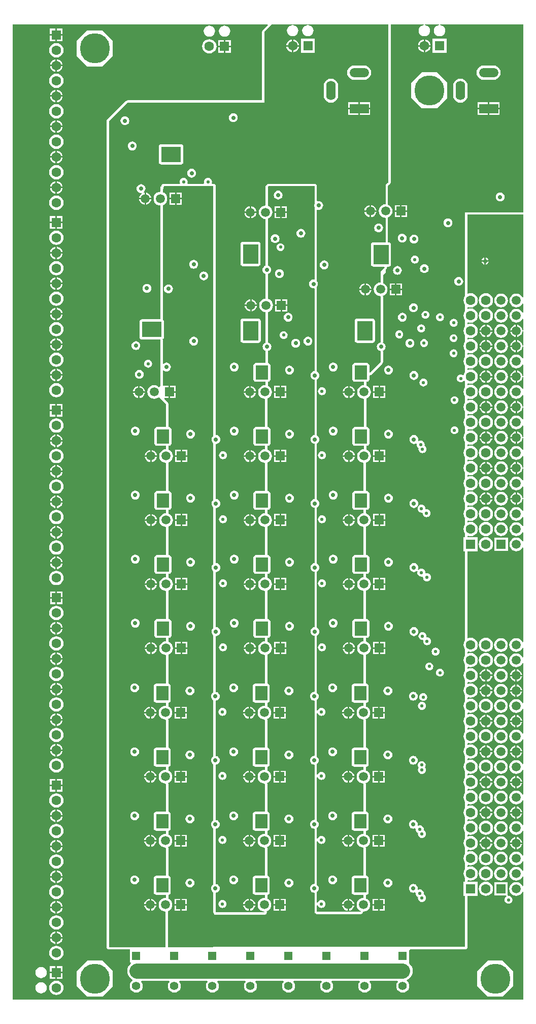
<source format=gbl>
G04*
G04 #@! TF.GenerationSoftware,Altium Limited,Altium Designer,21.0.9 (235)*
G04*
G04 Layer_Physical_Order=4*
G04 Layer_Color=16711680*
%FSLAX44Y44*%
%MOMM*%
G71*
G04*
G04 #@! TF.SameCoordinates,70CB9891-2270-4D21-866A-A56E4BF175EE*
G04*
G04*
G04 #@! TF.FilePolarity,Positive*
G04*
G01*
G75*
G04:AMPARAMS|DCode=76|XSize=3.2mm|YSize=1.6mm|CornerRadius=0.8mm|HoleSize=0mm|Usage=FLASHONLY|Rotation=0.000|XOffset=0mm|YOffset=0mm|HoleType=Round|Shape=RoundedRectangle|*
%AMROUNDEDRECTD76*
21,1,3.2000,0.0000,0,0,0.0*
21,1,1.6000,1.6000,0,0,0.0*
1,1,1.6000,0.8000,0.0000*
1,1,1.6000,-0.8000,0.0000*
1,1,1.6000,-0.8000,0.0000*
1,1,1.6000,0.8000,0.0000*
%
%ADD76ROUNDEDRECTD76*%
%ADD77R,3.2000X1.6000*%
G04:AMPARAMS|DCode=78|XSize=1.6mm|YSize=3.2mm|CornerRadius=0.8mm|HoleSize=0mm|Usage=FLASHONLY|Rotation=0.000|XOffset=0mm|YOffset=0mm|HoleType=Round|Shape=RoundedRectangle|*
%AMROUNDEDRECTD78*
21,1,1.6000,1.6000,0,0,0.0*
21,1,0.0000,3.2000,0,0,0.0*
1,1,1.6000,0.0000,-0.8000*
1,1,1.6000,0.0000,-0.8000*
1,1,1.6000,0.0000,0.8000*
1,1,1.6000,0.0000,0.8000*
%
%ADD78ROUNDEDRECTD78*%
%ADD79C,1.4000*%
%ADD80R,1.4000X1.4000*%
%ADD83C,2.5400*%
%ADD86R,2.5654X3.2766*%
%ADD87R,3.2766X2.5654*%
%ADD88R,2.0435X2.3622*%
%ADD89R,3.2881X2.5908*%
%ADD90C,5.0000*%
%ADD91C,1.6000*%
%ADD92R,1.6000X1.6000*%
%ADD93C,1.5000*%
%ADD94R,1.5000X1.5000*%
%ADD95R,1.5000X1.5000*%
%ADD96R,1.6000X1.6000*%
%ADD97C,0.7000*%
%ADD98C,0.5500*%
G36*
X471241Y1630072D02*
X471325Y1628802D01*
X469591Y1628574D01*
X467327Y1627636D01*
X465382Y1626144D01*
X463890Y1624199D01*
X462952Y1621934D01*
X462631Y1619504D01*
X462952Y1617074D01*
X463890Y1614809D01*
X465382Y1612864D01*
X467327Y1611372D01*
X469591Y1610434D01*
X472022Y1610114D01*
X474452Y1610434D01*
X476717Y1611372D01*
X478662Y1612864D01*
X480154Y1614809D01*
X481092Y1617074D01*
X481412Y1619504D01*
X481092Y1621934D01*
X480154Y1624199D01*
X478662Y1626144D01*
X476717Y1627636D01*
X474452Y1628574D01*
X472719Y1628802D01*
X472803Y1630072D01*
X496641D01*
X496724Y1628802D01*
X494991Y1628574D01*
X492727Y1627636D01*
X490782Y1626144D01*
X489290Y1624199D01*
X488352Y1621934D01*
X488032Y1619504D01*
X488352Y1617074D01*
X489290Y1614809D01*
X490782Y1612864D01*
X492727Y1611372D01*
X494991Y1610434D01*
X497422Y1610114D01*
X499852Y1610434D01*
X502117Y1611372D01*
X504062Y1612864D01*
X505554Y1614809D01*
X506492Y1617074D01*
X506812Y1619504D01*
X506492Y1621934D01*
X505554Y1624199D01*
X504062Y1626144D01*
X502117Y1627636D01*
X499852Y1628574D01*
X498119Y1628802D01*
X498203Y1630072D01*
X631709D01*
Y1367363D01*
X631351Y1366120D01*
X630877Y1365957D01*
X630385Y1365860D01*
X630166Y1365714D01*
X629917Y1365628D01*
X629542Y1365296D01*
X629125Y1365018D01*
X628979Y1364799D01*
X628782Y1364625D01*
X627814Y1363355D01*
X627761Y1363245D01*
X627674Y1363159D01*
X627430Y1362568D01*
X627149Y1361993D01*
X627141Y1361871D01*
X627094Y1361759D01*
Y1361119D01*
X627055Y1360480D01*
X627062Y1360459D01*
X627144Y1360377D01*
Y1330318D01*
X624191Y1329929D01*
X621440Y1328789D01*
X619077Y1326976D01*
X617265Y1324614D01*
X616125Y1321862D01*
X615736Y1318910D01*
X616125Y1315957D01*
X617265Y1313206D01*
X619077Y1310844D01*
X621440Y1309031D01*
X624191Y1307891D01*
X627144Y1307502D01*
Y1266833D01*
X606692D01*
X605205Y1266537D01*
X603945Y1265695D01*
X603103Y1264435D01*
X602807Y1262948D01*
Y1230182D01*
X603103Y1228696D01*
X603945Y1227435D01*
X605205Y1226593D01*
X606692Y1226298D01*
X625076D01*
X625562Y1225124D01*
X618834Y1218396D01*
Y1199874D01*
X615881Y1199485D01*
X613130Y1198345D01*
X610768Y1196532D01*
X608955Y1194170D01*
X607815Y1191418D01*
X607426Y1188466D01*
X607815Y1185513D01*
X608955Y1182762D01*
X610768Y1180399D01*
X613130Y1178587D01*
X615881Y1177447D01*
X618834Y1177058D01*
Y1100348D01*
X617801Y1100212D01*
X616023Y1099475D01*
X614496Y1098303D01*
X613324Y1096776D01*
X612588Y1094998D01*
X612337Y1093090D01*
X612588Y1091182D01*
X613324Y1089403D01*
X614496Y1087876D01*
X616023Y1086705D01*
X617801Y1085968D01*
X618834Y1085832D01*
Y1067348D01*
X601147Y1049661D01*
X599973Y1050147D01*
Y1061974D01*
X599678Y1063460D01*
X598836Y1064721D01*
X597575Y1065563D01*
X596089Y1065859D01*
X575654D01*
X574167Y1065563D01*
X572907Y1064721D01*
X572065Y1063460D01*
X571769Y1061974D01*
Y1038352D01*
X572065Y1036865D01*
X572907Y1035605D01*
X574167Y1034763D01*
X575654Y1034467D01*
X591080D01*
Y1028988D01*
X588127Y1028599D01*
X585376Y1027459D01*
X583013Y1025646D01*
X581200Y1023284D01*
X580061Y1020532D01*
X579672Y1017580D01*
X580061Y1014627D01*
X581200Y1011876D01*
X583013Y1009513D01*
X585376Y1007701D01*
X588127Y1006561D01*
X591080Y1006172D01*
Y959179D01*
X575654D01*
X574167Y958883D01*
X572907Y958041D01*
X572065Y956780D01*
X571769Y955294D01*
Y931672D01*
X572065Y930185D01*
X572907Y928925D01*
X574167Y928083D01*
X575654Y927787D01*
X591080D01*
Y922308D01*
X588127Y921919D01*
X585376Y920779D01*
X583013Y918966D01*
X581200Y916604D01*
X580061Y913852D01*
X579672Y910900D01*
X580061Y907947D01*
X581200Y905196D01*
X583013Y902833D01*
X585376Y901021D01*
X588127Y899881D01*
X590120Y899619D01*
Y852499D01*
X575654D01*
X574167Y852203D01*
X572907Y851361D01*
X572065Y850100D01*
X571769Y848614D01*
Y824992D01*
X572065Y823505D01*
X572907Y822245D01*
X574167Y821403D01*
X575654Y821107D01*
X590120D01*
Y815501D01*
X588127Y815239D01*
X585376Y814099D01*
X583013Y812286D01*
X581200Y809924D01*
X580061Y807172D01*
X579672Y804220D01*
X580061Y801267D01*
X581200Y798516D01*
X583013Y796153D01*
X585376Y794341D01*
X588127Y793201D01*
X590120Y792939D01*
Y745819D01*
X575654D01*
X574167Y745523D01*
X572907Y744681D01*
X572065Y743420D01*
X571769Y741934D01*
Y718312D01*
X572065Y716825D01*
X572907Y715565D01*
X574167Y714723D01*
X575654Y714427D01*
X590120D01*
Y708821D01*
X588127Y708559D01*
X585376Y707419D01*
X583013Y705606D01*
X581200Y703244D01*
X580061Y700492D01*
X579672Y697540D01*
X580061Y694587D01*
X581200Y691836D01*
X583013Y689473D01*
X585376Y687661D01*
X588127Y686521D01*
X590120Y686259D01*
Y639139D01*
X575654D01*
X574167Y638843D01*
X572907Y638001D01*
X572065Y636740D01*
X571769Y635254D01*
Y611632D01*
X572065Y610145D01*
X572907Y608885D01*
X574167Y608043D01*
X575654Y607747D01*
X590120D01*
Y602141D01*
X588127Y601879D01*
X585376Y600739D01*
X583013Y598926D01*
X581200Y596564D01*
X580061Y593812D01*
X579672Y590860D01*
X580061Y587907D01*
X581200Y585156D01*
X583013Y582794D01*
X585376Y580981D01*
X588127Y579841D01*
X590120Y579579D01*
Y531443D01*
X574638D01*
X573151Y531147D01*
X571891Y530305D01*
X571049Y529044D01*
X570753Y527558D01*
Y503936D01*
X571049Y502449D01*
X571891Y501189D01*
X573151Y500347D01*
X574638Y500051D01*
X590120D01*
Y494627D01*
X587167Y494239D01*
X584416Y493099D01*
X582053Y491286D01*
X580240Y488924D01*
X579101Y486172D01*
X578712Y483220D01*
X579101Y480267D01*
X580240Y477516D01*
X582053Y475154D01*
X584416Y473341D01*
X587167Y472201D01*
X590120Y471812D01*
Y424763D01*
X574638D01*
X573151Y424467D01*
X571891Y423625D01*
X571049Y422365D01*
X570753Y420878D01*
Y397256D01*
X571049Y395769D01*
X571891Y394509D01*
X573151Y393667D01*
X574638Y393371D01*
X590120D01*
Y387948D01*
X587167Y387559D01*
X584416Y386419D01*
X582053Y384606D01*
X580240Y382244D01*
X579101Y379492D01*
X578712Y376540D01*
X579101Y373587D01*
X580240Y370836D01*
X582053Y368474D01*
X584416Y366661D01*
X587167Y365521D01*
X590120Y365132D01*
X590120Y318083D01*
X574638D01*
X573151Y317787D01*
X571891Y316945D01*
X571049Y315685D01*
X570753Y314198D01*
Y290576D01*
X571049Y289089D01*
X571891Y287829D01*
X573151Y286987D01*
X574638Y286691D01*
X590120D01*
Y281268D01*
X587167Y280879D01*
X584416Y279739D01*
X582053Y277926D01*
X580240Y275564D01*
X579101Y272812D01*
X578712Y269860D01*
X579101Y266907D01*
X580240Y264156D01*
X582053Y261793D01*
X584416Y259981D01*
X587167Y258841D01*
X590120Y258452D01*
Y211403D01*
X574638D01*
X573151Y211107D01*
X571891Y210265D01*
X571049Y209004D01*
X570753Y207518D01*
Y183896D01*
X571049Y182409D01*
X571891Y181149D01*
X573151Y180307D01*
X574638Y180011D01*
X590120D01*
Y174587D01*
X587167Y174199D01*
X584416Y173059D01*
X582053Y171246D01*
X580240Y168884D01*
X579101Y166132D01*
X578712Y163180D01*
X579101Y160227D01*
X580240Y157476D01*
X582053Y155113D01*
X584416Y153301D01*
X585696Y152771D01*
X585443Y151501D01*
X512484Y151501D01*
Y162036D01*
X513754Y162289D01*
X514230Y161142D01*
X515281Y159771D01*
X516651Y158720D01*
X518247Y158059D01*
X519960Y157833D01*
X521672Y158059D01*
X523268Y158720D01*
X524638Y159771D01*
X525690Y161142D01*
X526351Y162737D01*
X526576Y164450D01*
X526351Y166162D01*
X525690Y167758D01*
X524638Y169128D01*
X523268Y170180D01*
X521672Y170841D01*
X519960Y171066D01*
X518247Y170841D01*
X516651Y170180D01*
X515281Y169128D01*
X514230Y167758D01*
X513754Y166611D01*
X512484Y166863D01*
Y182899D01*
X512459Y183025D01*
X512476Y183153D01*
X512312Y183764D01*
X512188Y184385D01*
X512137Y184462D01*
X513393Y185426D01*
X514565Y186953D01*
X515301Y188732D01*
X515553Y190640D01*
X515301Y192548D01*
X514565Y194326D01*
X513393Y195854D01*
X512137Y196817D01*
X512188Y196895D01*
X512312Y197516D01*
X512476Y198127D01*
X512459Y198255D01*
X512484Y198381D01*
Y244700D01*
Y268716D01*
X513754Y268969D01*
X514230Y267822D01*
X515281Y266451D01*
X516651Y265400D01*
X518247Y264739D01*
X519960Y264513D01*
X521672Y264739D01*
X523268Y265400D01*
X524638Y266451D01*
X525690Y267822D01*
X526351Y269417D01*
X526576Y271130D01*
X526351Y272842D01*
X525690Y274438D01*
X524638Y275809D01*
X523268Y276860D01*
X521672Y277521D01*
X519960Y277747D01*
X518247Y277521D01*
X516651Y276860D01*
X515281Y275809D01*
X514230Y274438D01*
X513754Y273291D01*
X512484Y273543D01*
Y289578D01*
X512459Y289705D01*
X512476Y289833D01*
X512312Y290444D01*
X512188Y291065D01*
X512137Y291142D01*
X513393Y292106D01*
X514565Y293633D01*
X515301Y295412D01*
X515553Y297320D01*
X515301Y299228D01*
X514565Y301006D01*
X513393Y302533D01*
X512137Y303497D01*
X512188Y303575D01*
X512312Y304196D01*
X512476Y304807D01*
X512459Y304935D01*
X512484Y305061D01*
Y375396D01*
X513754Y375649D01*
X514230Y374502D01*
X515281Y373131D01*
X516651Y372080D01*
X518247Y371419D01*
X519960Y371193D01*
X521672Y371419D01*
X523268Y372080D01*
X524638Y373131D01*
X525690Y374502D01*
X526351Y376097D01*
X526576Y377810D01*
X526351Y379522D01*
X525690Y381118D01*
X524638Y382489D01*
X523268Y383540D01*
X521672Y384201D01*
X519960Y384426D01*
X518247Y384201D01*
X516651Y383540D01*
X515281Y382489D01*
X514230Y381118D01*
X513754Y379971D01*
X512484Y380224D01*
Y396259D01*
X512459Y396385D01*
X512476Y396513D01*
X512312Y397124D01*
X512188Y397745D01*
X512137Y397822D01*
X513393Y398786D01*
X514565Y400313D01*
X515301Y402092D01*
X515553Y404000D01*
X515301Y405908D01*
X514565Y407686D01*
X513393Y409213D01*
X512137Y410177D01*
X512188Y410255D01*
X512312Y410876D01*
X512476Y411487D01*
X512459Y411615D01*
X512484Y411741D01*
Y482076D01*
X513754Y482329D01*
X514230Y481182D01*
X515281Y479811D01*
X516651Y478760D01*
X518247Y478099D01*
X519960Y477873D01*
X521672Y478099D01*
X523268Y478760D01*
X524638Y479811D01*
X525690Y481182D01*
X526351Y482777D01*
X526576Y484490D01*
X526351Y486202D01*
X525690Y487798D01*
X524638Y489169D01*
X523268Y490220D01*
X521672Y490881D01*
X519960Y491106D01*
X518247Y490881D01*
X516651Y490220D01*
X515281Y489169D01*
X514230Y487798D01*
X513754Y486651D01*
X512484Y486903D01*
Y502938D01*
X512459Y503065D01*
X512476Y503193D01*
X512312Y503804D01*
X512188Y504425D01*
X512137Y504502D01*
X513393Y505466D01*
X514565Y506993D01*
X515301Y508772D01*
X515553Y510680D01*
X515301Y512588D01*
X514565Y514366D01*
X513393Y515894D01*
X512137Y516857D01*
X512188Y516935D01*
X512312Y517556D01*
X512476Y518167D01*
X512459Y518295D01*
X512484Y518421D01*
X512484Y611018D01*
X512385Y611516D01*
X512370Y611746D01*
X512826Y611935D01*
X514353Y613106D01*
X515525Y614633D01*
X516261Y616412D01*
X516513Y618320D01*
X516261Y620228D01*
X515525Y622006D01*
X514353Y623533D01*
X512826Y624705D01*
X512370Y624894D01*
X512385Y625123D01*
X512484Y625622D01*
Y717698D01*
X512385Y718196D01*
X512370Y718426D01*
X512826Y718615D01*
X514353Y719786D01*
X515525Y721313D01*
X516261Y723092D01*
X516513Y725000D01*
X516261Y726908D01*
X515525Y728686D01*
X514353Y730213D01*
X512826Y731385D01*
X512370Y731574D01*
X512385Y731803D01*
X512484Y732302D01*
Y824378D01*
X512385Y824876D01*
X512370Y825106D01*
X512826Y825295D01*
X514353Y826466D01*
X515525Y827993D01*
X516261Y829772D01*
X516513Y831680D01*
X516261Y833588D01*
X515525Y835366D01*
X514353Y836893D01*
X512826Y838065D01*
X512370Y838254D01*
X512385Y838483D01*
X512484Y838982D01*
Y931058D01*
X512385Y931556D01*
X512370Y931786D01*
X512826Y931975D01*
X514353Y933146D01*
X515525Y934673D01*
X516261Y936452D01*
X516513Y938360D01*
X516261Y940268D01*
X515525Y942046D01*
X514353Y943573D01*
X512826Y944745D01*
X512370Y944934D01*
X512385Y945163D01*
X512484Y945662D01*
Y950516D01*
X512484Y1037738D01*
X512385Y1038236D01*
X512370Y1038466D01*
X512826Y1038655D01*
X514353Y1039826D01*
X515525Y1041353D01*
X516261Y1043132D01*
X516513Y1045040D01*
X516261Y1046948D01*
X515525Y1048726D01*
X514353Y1050253D01*
X512826Y1051425D01*
X512370Y1051614D01*
X512385Y1051843D01*
X512484Y1052342D01*
X512484Y1097855D01*
Y1189432D01*
X512459Y1189558D01*
X512476Y1189686D01*
X512312Y1190297D01*
X512189Y1190918D01*
X512117Y1191025D01*
X512084Y1191150D01*
X512033Y1192320D01*
X513205Y1193847D01*
X513942Y1195625D01*
X514193Y1197534D01*
X513942Y1199442D01*
X513205Y1201220D01*
X512033Y1202747D01*
X512084Y1203917D01*
X512117Y1204042D01*
X512189Y1204149D01*
X512312Y1204770D01*
X512476Y1205381D01*
X512459Y1205509D01*
X512484Y1205636D01*
Y1241687D01*
X512485Y1320524D01*
X513045Y1320898D01*
X513755Y1321199D01*
X515456Y1320975D01*
X517364Y1321226D01*
X519142Y1321963D01*
X520669Y1323135D01*
X521841Y1324662D01*
X522578Y1326440D01*
X522829Y1328348D01*
X522578Y1330256D01*
X521841Y1332035D01*
X520669Y1333562D01*
X519142Y1334733D01*
X517364Y1335470D01*
X515456Y1335721D01*
X513755Y1335497D01*
X513045Y1335798D01*
X512485Y1336173D01*
X512485Y1359434D01*
D01*
Y1360480D01*
X512189Y1361967D01*
X511347Y1363227D01*
X510087Y1364069D01*
X508600Y1364365D01*
X431623D01*
X431623Y1364364D01*
X431623Y1364365D01*
X430925Y1364226D01*
X430137Y1364069D01*
X430137Y1364069D01*
X430136Y1364069D01*
X429530Y1363663D01*
X428876Y1363227D01*
X428876Y1363227D01*
X428876Y1363226D01*
X427978Y1362328D01*
X427978Y1362328D01*
X427978Y1362328D01*
X427585Y1361740D01*
X427136Y1361068D01*
X427136Y1361068D01*
X427136Y1361068D01*
X427007Y1360420D01*
X426841Y1359581D01*
X426848Y1328388D01*
X423971Y1328009D01*
X421220Y1326869D01*
X418857Y1325056D01*
X417044Y1322694D01*
X415905Y1319942D01*
X415516Y1316990D01*
X415905Y1314037D01*
X417044Y1311286D01*
X418857Y1308923D01*
X421220Y1307111D01*
X423971Y1305971D01*
X426854Y1305591D01*
X426873Y1228071D01*
X425337Y1227435D01*
X423810Y1226264D01*
X422639Y1224736D01*
X421902Y1222958D01*
X421651Y1221050D01*
X421902Y1219142D01*
X422639Y1217363D01*
X423810Y1215836D01*
X425337Y1214665D01*
X426876Y1214027D01*
X426886Y1173113D01*
X424619Y1172815D01*
X421868Y1171675D01*
X419506Y1169862D01*
X417693Y1167500D01*
X416553Y1164748D01*
X416164Y1161796D01*
X416553Y1158843D01*
X417693Y1156092D01*
X419506Y1153729D01*
X421868Y1151917D01*
X424619Y1150777D01*
X426892Y1150478D01*
X426904Y1100047D01*
X425523Y1099475D01*
X423996Y1098303D01*
X422824Y1096776D01*
X422088Y1094998D01*
X421837Y1093090D01*
X422088Y1091182D01*
X422824Y1089403D01*
X423996Y1087876D01*
X425523Y1086705D01*
X426907Y1086131D01*
X426912Y1066757D01*
X426014Y1065859D01*
X410554D01*
X409067Y1065563D01*
X407807Y1064721D01*
X406965Y1063460D01*
X406669Y1061974D01*
Y1038352D01*
X406965Y1036865D01*
X407807Y1035605D01*
X409067Y1034763D01*
X410554Y1034467D01*
X426920D01*
X426921Y1029813D01*
X425980Y1028988D01*
X423027Y1028599D01*
X420276Y1027459D01*
X417913Y1025646D01*
X416100Y1023284D01*
X414961Y1020532D01*
X414572Y1017580D01*
X414961Y1014627D01*
X416100Y1011876D01*
X417913Y1009513D01*
X420276Y1007701D01*
X423027Y1006561D01*
X425980Y1006172D01*
Y959179D01*
X410554D01*
X409067Y958883D01*
X407807Y958041D01*
X406965Y956780D01*
X406669Y955294D01*
Y931672D01*
X406965Y930185D01*
X407807Y928925D01*
X409067Y928083D01*
X410554Y927787D01*
X425980D01*
Y922308D01*
X423027Y921919D01*
X420276Y920779D01*
X417913Y918966D01*
X416100Y916604D01*
X414961Y913852D01*
X414572Y910900D01*
X414961Y907947D01*
X416100Y905196D01*
X417913Y902833D01*
X420276Y901021D01*
X423027Y899881D01*
X425980Y899492D01*
Y852499D01*
X410554D01*
X409067Y852203D01*
X407807Y851361D01*
X406965Y850100D01*
X406669Y848614D01*
Y824992D01*
X406965Y823505D01*
X407807Y822245D01*
X409067Y821403D01*
X410554Y821107D01*
X425980D01*
Y815628D01*
X423027Y815239D01*
X420276Y814099D01*
X417913Y812286D01*
X416100Y809924D01*
X414961Y807172D01*
X414572Y804220D01*
X414961Y801267D01*
X416100Y798516D01*
X417913Y796153D01*
X420276Y794341D01*
X423027Y793201D01*
X425980Y792812D01*
Y745819D01*
X410554D01*
X409067Y745523D01*
X407807Y744681D01*
X406965Y743420D01*
X406669Y741934D01*
Y718312D01*
X406965Y716825D01*
X407807Y715565D01*
X409067Y714723D01*
X410554Y714427D01*
X425980D01*
Y708948D01*
X423027Y708559D01*
X420276Y707419D01*
X417913Y705606D01*
X416100Y703244D01*
X414961Y700492D01*
X414572Y697540D01*
X414961Y694587D01*
X416100Y691836D01*
X417913Y689473D01*
X420276Y687661D01*
X423027Y686521D01*
X425980Y686132D01*
Y639139D01*
X410554D01*
X409067Y638843D01*
X407807Y638001D01*
X406965Y636740D01*
X406669Y635254D01*
Y611632D01*
X406965Y610145D01*
X407807Y608885D01*
X409067Y608043D01*
X410554Y607747D01*
X425980D01*
Y602267D01*
X423027Y601879D01*
X420276Y600739D01*
X417913Y598926D01*
X416100Y596564D01*
X414961Y593812D01*
X414572Y590860D01*
X414961Y587907D01*
X416100Y585156D01*
X417913Y582794D01*
X420276Y580981D01*
X423027Y579841D01*
X425980Y579452D01*
Y531443D01*
X409538D01*
X408051Y531147D01*
X406791Y530305D01*
X405949Y529044D01*
X405653Y527558D01*
Y503936D01*
X405949Y502449D01*
X406791Y501189D01*
X408051Y500347D01*
X409538Y500051D01*
X425980D01*
Y495464D01*
X425025Y494627D01*
X425020Y494627D01*
X422067Y494239D01*
X419316Y493099D01*
X416953Y491286D01*
X415140Y488924D01*
X414001Y486172D01*
X413612Y483220D01*
X414001Y480267D01*
X415140Y477516D01*
X416953Y475154D01*
X419316Y473341D01*
X422067Y472201D01*
X425020Y471812D01*
X425025Y471813D01*
X425980Y470976D01*
Y424763D01*
X409538D01*
X408051Y424467D01*
X406791Y423625D01*
X405949Y422365D01*
X405653Y420878D01*
Y397256D01*
X405949Y395769D01*
X406791Y394509D01*
X408051Y393667D01*
X409538Y393371D01*
X425980D01*
Y388784D01*
X425025Y387947D01*
X425020Y387948D01*
X422067Y387559D01*
X419316Y386419D01*
X416953Y384606D01*
X415140Y382244D01*
X414001Y379492D01*
X413612Y376540D01*
X414001Y373587D01*
X415140Y370836D01*
X416953Y368474D01*
X419316Y366661D01*
X422067Y365521D01*
X425020Y365132D01*
X425025Y365133D01*
X425980Y364296D01*
Y318083D01*
X409538D01*
X408051Y317787D01*
X406791Y316945D01*
X405949Y315685D01*
X405653Y314198D01*
Y290576D01*
X405949Y289089D01*
X406791Y287829D01*
X408051Y286987D01*
X409538Y286691D01*
X425980D01*
Y282104D01*
X425025Y281267D01*
X425020Y281268D01*
X422067Y280879D01*
X419316Y279739D01*
X416953Y277926D01*
X415140Y275564D01*
X414001Y272812D01*
X413612Y269860D01*
X414001Y266907D01*
X415140Y264156D01*
X416953Y261793D01*
X419316Y259981D01*
X422067Y258841D01*
X425020Y258452D01*
X425025Y258453D01*
X425980Y257616D01*
Y211403D01*
X409538D01*
X408051Y211107D01*
X406791Y210265D01*
X405949Y209004D01*
X405653Y207518D01*
Y183896D01*
X405949Y182409D01*
X406791Y181149D01*
X408051Y180307D01*
X409538Y180011D01*
X425980D01*
Y175424D01*
X425025Y174587D01*
X425020Y174587D01*
X422067Y174199D01*
X419316Y173059D01*
X416953Y171246D01*
X415140Y168884D01*
X414001Y166132D01*
X413612Y163180D01*
X414001Y160227D01*
X415140Y157476D01*
X416953Y155113D01*
X419316Y153301D01*
X422067Y152161D01*
X425020Y151772D01*
X425050Y151746D01*
X424960Y150476D01*
X343609D01*
Y183337D01*
X344988Y183518D01*
X346766Y184255D01*
X348293Y185426D01*
X349465Y186953D01*
X350201Y188732D01*
X350453Y190640D01*
X350201Y192548D01*
X349465Y194326D01*
X348293Y195854D01*
X346766Y197025D01*
X344988Y197762D01*
X343609Y197943D01*
Y290016D01*
X344988Y290198D01*
X346766Y290935D01*
X348293Y292106D01*
X349465Y293633D01*
X350201Y295412D01*
X350453Y297320D01*
X350201Y299228D01*
X349465Y301006D01*
X348293Y302533D01*
X346766Y303705D01*
X344988Y304442D01*
X343609Y304623D01*
Y396697D01*
X344988Y396878D01*
X346766Y397615D01*
X348293Y398786D01*
X349465Y400313D01*
X350201Y402092D01*
X350453Y404000D01*
X350201Y405908D01*
X349465Y407686D01*
X348293Y409213D01*
X346766Y410385D01*
X344988Y411122D01*
X343609Y411303D01*
Y503377D01*
X344988Y503558D01*
X346766Y504295D01*
X348293Y505466D01*
X349465Y506993D01*
X350201Y508772D01*
X350453Y510680D01*
X350201Y512588D01*
X349465Y514366D01*
X348293Y515894D01*
X346766Y517065D01*
X344988Y517802D01*
X343609Y517983D01*
Y610569D01*
X344040Y610947D01*
X345948Y611198D01*
X347726Y611935D01*
X349253Y613106D01*
X350425Y614633D01*
X351161Y616412D01*
X351413Y618320D01*
X351161Y620228D01*
X350425Y622006D01*
X349253Y623533D01*
X347726Y624705D01*
X345948Y625442D01*
X344040Y625693D01*
X343609Y626071D01*
Y717249D01*
X344040Y717627D01*
X345948Y717878D01*
X347726Y718615D01*
X349253Y719786D01*
X350425Y721313D01*
X351161Y723092D01*
X351413Y725000D01*
X351161Y726908D01*
X350425Y728686D01*
X349253Y730213D01*
X347726Y731385D01*
X345948Y732122D01*
X344040Y732373D01*
X343609Y732751D01*
Y823929D01*
X344040Y824307D01*
X345948Y824558D01*
X347726Y825295D01*
X349253Y826466D01*
X350425Y827993D01*
X351161Y829772D01*
X351413Y831680D01*
X351161Y833588D01*
X350425Y835366D01*
X349253Y836893D01*
X347726Y838065D01*
X345948Y838802D01*
X344040Y839053D01*
X343609Y839431D01*
Y930609D01*
X344040Y930987D01*
X345948Y931238D01*
X347726Y931975D01*
X349253Y933146D01*
X350425Y934673D01*
X351161Y936452D01*
X351413Y938360D01*
X351161Y940268D01*
X350425Y942046D01*
X349253Y943573D01*
X347726Y944745D01*
X345948Y945482D01*
X344040Y945733D01*
X343609Y946111D01*
Y1359434D01*
Y1360563D01*
X343313Y1362050D01*
X342471Y1363310D01*
X341210Y1364152D01*
X339724Y1364448D01*
X337889D01*
X337040Y1365718D01*
X337189Y1366077D01*
X337415Y1367790D01*
X337189Y1369502D01*
X336528Y1371098D01*
X335476Y1372469D01*
X334106Y1373520D01*
X332510Y1374181D01*
X330798Y1374406D01*
X329085Y1374181D01*
X327490Y1373520D01*
X326119Y1372469D01*
X325068Y1371098D01*
X324407Y1369502D01*
X324181Y1367790D01*
X324407Y1366077D01*
X324556Y1365718D01*
X323707Y1364448D01*
X297395Y1364448D01*
X296546Y1365718D01*
X296695Y1366077D01*
X296920Y1367790D01*
X296695Y1369502D01*
X296034Y1371098D01*
X294982Y1372469D01*
X293612Y1373520D01*
X292016Y1374181D01*
X290304Y1374406D01*
X288591Y1374181D01*
X286996Y1373520D01*
X285625Y1372469D01*
X284574Y1371098D01*
X283913Y1369502D01*
X283687Y1367790D01*
X283913Y1366077D01*
X284062Y1365718D01*
X283213Y1364448D01*
X257067D01*
X256817Y1364398D01*
X256562Y1364415D01*
X256080Y1364251D01*
X255580Y1364152D01*
X255368Y1364010D01*
X255126Y1363928D01*
X254743Y1363593D01*
X254320Y1363310D01*
X254178Y1363098D01*
X253986Y1362929D01*
X253761Y1362473D01*
X253478Y1362050D01*
X253428Y1361799D01*
X253315Y1361570D01*
X252742Y1359434D01*
X251438D01*
Y1351004D01*
X248486Y1350615D01*
X245734Y1349475D01*
X243372Y1347662D01*
X241559Y1345300D01*
X240419Y1342548D01*
X240031Y1339596D01*
X240419Y1336643D01*
X241559Y1333892D01*
X243372Y1331530D01*
X245734Y1329717D01*
X248486Y1328577D01*
X251438Y1328188D01*
Y1138503D01*
X220600D01*
X219113Y1138207D01*
X217853Y1137365D01*
X217011Y1136105D01*
X216715Y1134618D01*
Y1108964D01*
X217011Y1107477D01*
X217853Y1106217D01*
X219113Y1105375D01*
X220600Y1105079D01*
X251438D01*
Y1027794D01*
X249234Y1025590D01*
X246872Y1027403D01*
X244120Y1028543D01*
X241168Y1028932D01*
X238215Y1028543D01*
X235464Y1027403D01*
X233101Y1025590D01*
X231289Y1023228D01*
X230149Y1020476D01*
X229760Y1017524D01*
X230149Y1014571D01*
X231289Y1011820D01*
X233101Y1009457D01*
X235464Y1007645D01*
X238215Y1006505D01*
X241168Y1006116D01*
X244120Y1006505D01*
X246872Y1007645D01*
X249234Y1009457D01*
X260880Y997812D01*
Y959179D01*
X245454D01*
X243967Y958883D01*
X242707Y958041D01*
X241865Y956780D01*
X241569Y955294D01*
Y931672D01*
X241865Y930185D01*
X242707Y928925D01*
X243967Y928083D01*
X245454Y927787D01*
X260880D01*
Y922308D01*
X257927Y921919D01*
X255176Y920779D01*
X252813Y918966D01*
X251000Y916604D01*
X249861Y913852D01*
X249472Y910900D01*
X249861Y907947D01*
X251000Y905196D01*
X252813Y902833D01*
X255176Y901021D01*
X257927Y899881D01*
X260880Y899492D01*
Y852499D01*
X245454D01*
X243967Y852203D01*
X242707Y851361D01*
X241865Y850100D01*
X241569Y848614D01*
Y824992D01*
X241865Y823505D01*
X242707Y822245D01*
X243967Y821403D01*
X245454Y821107D01*
X260880D01*
Y815628D01*
X257927Y815239D01*
X255176Y814099D01*
X252813Y812286D01*
X251000Y809924D01*
X249861Y807172D01*
X249472Y804220D01*
X249861Y801267D01*
X251000Y798516D01*
X252813Y796153D01*
X255176Y794341D01*
X257927Y793201D01*
X260880Y792812D01*
Y745819D01*
X245454D01*
X243967Y745523D01*
X242707Y744681D01*
X241865Y743420D01*
X241569Y741934D01*
Y718312D01*
X241865Y716825D01*
X242707Y715565D01*
X243967Y714723D01*
X245454Y714427D01*
X260880D01*
Y708948D01*
X257927Y708559D01*
X255176Y707419D01*
X252813Y705606D01*
X251000Y703244D01*
X249861Y700492D01*
X249472Y697540D01*
X249861Y694587D01*
X251000Y691836D01*
X252813Y689473D01*
X255176Y687661D01*
X257927Y686521D01*
X260880Y686132D01*
Y639139D01*
X245454D01*
X243967Y638843D01*
X242707Y638001D01*
X241865Y636740D01*
X241569Y635254D01*
Y611632D01*
X241865Y610145D01*
X242707Y608885D01*
X243967Y608043D01*
X245454Y607747D01*
X260880D01*
Y602267D01*
X257927Y601879D01*
X255176Y600739D01*
X252813Y598926D01*
X251000Y596564D01*
X249861Y593812D01*
X249472Y590860D01*
X249861Y587907D01*
X251000Y585156D01*
X252813Y582794D01*
X255176Y580981D01*
X257927Y579841D01*
X260880Y579452D01*
Y531443D01*
X244438D01*
X242951Y531147D01*
X241691Y530305D01*
X240849Y529044D01*
X240553Y527558D01*
Y503936D01*
X240849Y502449D01*
X241691Y501189D01*
X242951Y500347D01*
X244438Y500051D01*
X260880D01*
Y495464D01*
X259925Y494627D01*
X259920Y494627D01*
X256967Y494239D01*
X254216Y493099D01*
X251853Y491286D01*
X250040Y488924D01*
X248901Y486172D01*
X248512Y483220D01*
X248901Y480267D01*
X250040Y477516D01*
X251853Y475154D01*
X254216Y473341D01*
X256967Y472201D01*
X259920Y471812D01*
X259925Y471813D01*
X260880Y470976D01*
Y424763D01*
X244438D01*
X242951Y424467D01*
X241691Y423625D01*
X240849Y422365D01*
X240553Y420878D01*
Y397256D01*
X240849Y395769D01*
X241691Y394509D01*
X242951Y393667D01*
X244438Y393371D01*
X260880D01*
Y388784D01*
X259925Y387947D01*
X259920Y387948D01*
X256967Y387559D01*
X254216Y386419D01*
X251853Y384606D01*
X250040Y382244D01*
X248901Y379492D01*
X248512Y376540D01*
X248901Y373587D01*
X250040Y370836D01*
X251853Y368474D01*
X254216Y366661D01*
X256967Y365521D01*
X259920Y365132D01*
X259925Y365133D01*
X260880Y364296D01*
Y318083D01*
X244438D01*
X242951Y317787D01*
X241691Y316945D01*
X240849Y315685D01*
X240553Y314198D01*
Y290576D01*
X240849Y289089D01*
X241691Y287829D01*
X242951Y286987D01*
X244438Y286691D01*
X260880D01*
Y282104D01*
X259925Y281267D01*
X259920Y281268D01*
X256967Y280879D01*
X254216Y279739D01*
X251853Y277926D01*
X250040Y275564D01*
X248901Y272812D01*
X248512Y269860D01*
X248901Y266907D01*
X250040Y264156D01*
X251853Y261793D01*
X254216Y259981D01*
X256967Y258841D01*
X259920Y258452D01*
X259925Y258453D01*
X260880Y257616D01*
Y211403D01*
X244438D01*
X242951Y211107D01*
X241691Y210265D01*
X240849Y209004D01*
X240553Y207518D01*
Y183896D01*
X240849Y182409D01*
X241691Y181149D01*
X242951Y180307D01*
X244438Y180011D01*
X260880D01*
Y175424D01*
X259925Y174587D01*
X259920Y174587D01*
X256967Y174199D01*
X254216Y173059D01*
X251853Y171246D01*
X250040Y168884D01*
X248901Y166132D01*
X248512Y163180D01*
X248901Y160227D01*
X250040Y157476D01*
X251853Y155113D01*
X254216Y153301D01*
X256967Y152161D01*
X259920Y151772D01*
X260230Y151501D01*
Y92529D01*
X166789D01*
X165623Y92780D01*
Y1361660D01*
X165623Y1468519D01*
X196673Y1499568D01*
X425011D01*
Y1617745D01*
X437338Y1630072D01*
X471241D01*
D02*
G37*
G36*
X690951D02*
X691034Y1628802D01*
X689302Y1628574D01*
X687037Y1627636D01*
X685092Y1626144D01*
X683600Y1624199D01*
X682662Y1621934D01*
X682342Y1619504D01*
X682662Y1617074D01*
X683600Y1614809D01*
X685092Y1612864D01*
X687037Y1611372D01*
X689302Y1610434D01*
X691732Y1610114D01*
X694162Y1610434D01*
X696427Y1611372D01*
X698372Y1612864D01*
X699864Y1614809D01*
X700802Y1617074D01*
X701122Y1619504D01*
X700802Y1621934D01*
X699864Y1624199D01*
X698372Y1626144D01*
X696427Y1627636D01*
X694162Y1628574D01*
X692429Y1628802D01*
X692513Y1630072D01*
X716351D01*
X716434Y1628802D01*
X714702Y1628574D01*
X712437Y1627636D01*
X710492Y1626144D01*
X709000Y1624199D01*
X708062Y1621934D01*
X707741Y1619504D01*
X708062Y1617074D01*
X709000Y1614809D01*
X710492Y1612864D01*
X712437Y1611372D01*
X714702Y1610434D01*
X717132Y1610114D01*
X719562Y1610434D01*
X721827Y1611372D01*
X723772Y1612864D01*
X725264Y1614809D01*
X726202Y1617074D01*
X726522Y1619504D01*
X726202Y1621934D01*
X725264Y1624199D01*
X723772Y1626144D01*
X721827Y1627636D01*
X719562Y1628574D01*
X717829Y1628802D01*
X717913Y1630072D01*
X856478Y1630072D01*
X856478Y1316990D01*
X759832D01*
X759832Y1177533D01*
X758758Y1176134D01*
X757568Y1173261D01*
X757162Y1170178D01*
X757568Y1167095D01*
X758758Y1164222D01*
X759832Y1162822D01*
Y1152133D01*
X758758Y1150734D01*
X757568Y1147861D01*
X757162Y1144778D01*
X757568Y1141695D01*
X758758Y1138822D01*
X759832Y1137422D01*
Y1126733D01*
X758758Y1125334D01*
X757568Y1122461D01*
X757162Y1119378D01*
X757568Y1116295D01*
X758758Y1113422D01*
X759832Y1112022D01*
Y1101333D01*
X758758Y1099934D01*
X757568Y1097061D01*
X757162Y1093978D01*
X757568Y1090895D01*
X758758Y1088022D01*
X759832Y1086622D01*
Y1075934D01*
X758758Y1074534D01*
X757568Y1071661D01*
X757162Y1068578D01*
X757568Y1065495D01*
X758758Y1062622D01*
X759832Y1061222D01*
Y1050534D01*
X758758Y1049134D01*
X757568Y1046261D01*
X757530Y1045974D01*
X756175Y1045413D01*
X755592Y1045860D01*
X753996Y1046521D01*
X752284Y1046747D01*
X750571Y1046521D01*
X748976Y1045860D01*
X747605Y1044809D01*
X746554Y1043438D01*
X745893Y1041842D01*
X745667Y1040130D01*
X745893Y1038417D01*
X746554Y1036822D01*
X747605Y1035451D01*
X748976Y1034400D01*
X750571Y1033739D01*
X752284Y1033513D01*
X753996Y1033739D01*
X755592Y1034400D01*
X756963Y1035451D01*
X757694Y1036404D01*
X758980Y1036549D01*
X759832Y1035804D01*
Y1025134D01*
X758758Y1023734D01*
X757568Y1020861D01*
X757162Y1017778D01*
X757568Y1014695D01*
X758758Y1011822D01*
X759832Y1010422D01*
Y999734D01*
X758758Y998334D01*
X757568Y995461D01*
X757162Y992378D01*
X757568Y989295D01*
X758758Y986422D01*
X759832Y985022D01*
X759832Y974333D01*
X758758Y972934D01*
X757568Y970061D01*
X757162Y966978D01*
X757568Y963895D01*
X758758Y961022D01*
X759832Y959622D01*
Y948933D01*
X758758Y947534D01*
X757568Y944661D01*
X757162Y941578D01*
X757568Y938495D01*
X758758Y935622D01*
X759832Y934222D01*
Y923533D01*
X758758Y922134D01*
X757568Y919261D01*
X757162Y916178D01*
X757568Y913095D01*
X758758Y910222D01*
X759832Y908822D01*
Y898133D01*
X758758Y896734D01*
X757568Y893861D01*
X757162Y890778D01*
X757568Y887695D01*
X758758Y884822D01*
X759832Y883422D01*
Y872733D01*
X758758Y871334D01*
X757568Y868461D01*
X757162Y865378D01*
X757568Y862295D01*
X758758Y859422D01*
X759832Y858022D01*
Y847333D01*
X758758Y845934D01*
X757568Y843061D01*
X757162Y839978D01*
X757568Y836895D01*
X758758Y834022D01*
X759832Y832622D01*
Y821933D01*
X758758Y820534D01*
X757568Y817661D01*
X757162Y814578D01*
X757568Y811495D01*
X758758Y808622D01*
X759832Y807222D01*
Y796533D01*
X758758Y795134D01*
X757568Y792261D01*
X757162Y789178D01*
X757568Y786095D01*
X758758Y783222D01*
X759832Y781822D01*
Y775588D01*
X757264D01*
Y751968D01*
X759832D01*
X759832Y603755D01*
X758758Y602356D01*
X757568Y599483D01*
X757162Y596400D01*
X757568Y593317D01*
X758758Y590444D01*
X759832Y589044D01*
Y578355D01*
X758758Y576956D01*
X757568Y574083D01*
X757162Y571000D01*
X757568Y567917D01*
X758758Y565044D01*
X759832Y563644D01*
Y552955D01*
X758758Y551556D01*
X757568Y548683D01*
X757162Y545600D01*
X757568Y542517D01*
X758758Y539644D01*
X759832Y538245D01*
Y527555D01*
X758758Y526156D01*
X757568Y523283D01*
X757162Y520200D01*
X757568Y517117D01*
X758758Y514244D01*
X759832Y512845D01*
Y502155D01*
X758758Y500756D01*
X757568Y497883D01*
X757162Y494800D01*
X757568Y491717D01*
X758758Y488844D01*
X759832Y487444D01*
Y476755D01*
X758758Y475356D01*
X757568Y472483D01*
X757162Y469400D01*
X757568Y466317D01*
X758758Y463444D01*
X759832Y462044D01*
Y451355D01*
X758758Y449956D01*
X757568Y447083D01*
X757162Y444000D01*
X757568Y440917D01*
X758758Y438044D01*
X759832Y436645D01*
Y425955D01*
X758758Y424556D01*
X757568Y421683D01*
X757162Y418600D01*
X757568Y415517D01*
X758758Y412644D01*
X759832Y411245D01*
Y400555D01*
X758758Y399156D01*
X757568Y396283D01*
X757162Y393200D01*
X757568Y390117D01*
X758758Y387244D01*
X759832Y385844D01*
Y375155D01*
X758758Y373756D01*
X757568Y370883D01*
X757162Y367800D01*
X757568Y364717D01*
X758758Y361844D01*
X759832Y360444D01*
Y349755D01*
X758758Y348356D01*
X757568Y345483D01*
X757162Y342400D01*
X757568Y339317D01*
X758758Y336444D01*
X759832Y335045D01*
Y324355D01*
X758758Y322956D01*
X757568Y320083D01*
X757162Y317000D01*
X757568Y313917D01*
X758758Y311044D01*
X759832Y309645D01*
Y298955D01*
X758758Y297556D01*
X757568Y294683D01*
X757162Y291600D01*
X757568Y288517D01*
X758758Y285644D01*
X759832Y284244D01*
Y273555D01*
X758758Y272156D01*
X757568Y269283D01*
X757162Y266200D01*
X757568Y263117D01*
X758758Y260244D01*
X759832Y258845D01*
Y248155D01*
X758758Y246756D01*
X757568Y243883D01*
X757162Y240800D01*
X757568Y237717D01*
X758758Y234844D01*
X759832Y233444D01*
Y222755D01*
X758758Y221356D01*
X757568Y218483D01*
X757162Y215400D01*
X757568Y212317D01*
X758758Y209444D01*
X759832Y208044D01*
Y201810D01*
X757264D01*
Y178190D01*
X759832D01*
Y157082D01*
X759832Y157082D01*
X759832Y92829D01*
X759832D01*
Y92829D01*
X590430Y92829D01*
X339600D01*
X339475Y92529D01*
X264114D01*
Y92829D01*
Y151501D01*
X264089Y151627D01*
X264106Y151755D01*
X264078Y151857D01*
X263942Y152366D01*
X263898Y152586D01*
X265623Y153301D01*
X267986Y155113D01*
X269799Y157476D01*
X270938Y160227D01*
X271327Y163180D01*
X270938Y166132D01*
X269799Y168884D01*
X267986Y171246D01*
X265623Y173059D01*
X265455Y173129D01*
X264468Y173938D01*
X264592Y174559D01*
X264756Y175170D01*
X264739Y175298D01*
X264764Y175424D01*
Y180011D01*
X264873D01*
X266359Y180307D01*
X267620Y181149D01*
X268462Y182409D01*
X268757Y183896D01*
Y207518D01*
X268462Y209004D01*
X267620Y210265D01*
X266359Y211107D01*
X264873Y211403D01*
X264764D01*
Y257616D01*
X264739Y257742D01*
X264756Y257870D01*
X264592Y258481D01*
X264468Y259102D01*
X265455Y259911D01*
X265623Y259981D01*
X267986Y261793D01*
X269799Y264156D01*
X270938Y266907D01*
X271327Y269860D01*
X270938Y272812D01*
X269799Y275564D01*
X267986Y277926D01*
X265623Y279739D01*
X265455Y279809D01*
X264468Y280618D01*
X264592Y281239D01*
X264756Y281850D01*
X264739Y281978D01*
X264764Y282104D01*
Y286691D01*
X264873D01*
X266359Y286987D01*
X267620Y287829D01*
X268462Y289089D01*
X268757Y290576D01*
Y314198D01*
X268462Y315685D01*
X267620Y316945D01*
X266359Y317787D01*
X264873Y318083D01*
X264764D01*
Y364296D01*
X264739Y364422D01*
X264756Y364550D01*
X264592Y365161D01*
X264468Y365782D01*
X265455Y366591D01*
X265623Y366661D01*
X267986Y368474D01*
X269799Y370836D01*
X270938Y373587D01*
X271327Y376540D01*
X270938Y379492D01*
X269799Y382244D01*
X267986Y384606D01*
X265623Y386419D01*
X265455Y386489D01*
X264468Y387298D01*
X264592Y387919D01*
X264756Y388530D01*
X264739Y388658D01*
X264764Y388784D01*
Y393371D01*
X264873D01*
X266359Y393667D01*
X267620Y394509D01*
X268462Y395769D01*
X268757Y397256D01*
Y420878D01*
X268462Y422365D01*
X267620Y423625D01*
X266359Y424467D01*
X264873Y424763D01*
X264764D01*
Y470976D01*
X264739Y471102D01*
X264756Y471230D01*
X264592Y471841D01*
X264468Y472462D01*
X265455Y473271D01*
X265623Y473341D01*
X267986Y475154D01*
X269799Y477516D01*
X270938Y480267D01*
X271327Y483220D01*
X270938Y486172D01*
X269799Y488924D01*
X267986Y491286D01*
X265623Y493099D01*
X265455Y493169D01*
X264468Y493978D01*
X264592Y494599D01*
X264756Y495210D01*
X264739Y495338D01*
X264764Y495464D01*
Y500051D01*
X264873D01*
X266359Y500347D01*
X267620Y501189D01*
X268462Y502449D01*
X268757Y503936D01*
Y527558D01*
X268462Y529044D01*
X267620Y530305D01*
X266359Y531147D01*
X264873Y531443D01*
X264764D01*
Y579452D01*
X264665Y579951D01*
X264650Y580180D01*
X266583Y580981D01*
X268946Y582794D01*
X270759Y585156D01*
X271898Y587907D01*
X272287Y590860D01*
X271898Y593812D01*
X270759Y596564D01*
X268946Y598926D01*
X266583Y600739D01*
X264650Y601540D01*
X264665Y601769D01*
X264764Y602267D01*
Y607747D01*
X265889D01*
X267375Y608043D01*
X268636Y608885D01*
X269478Y610145D01*
X269773Y611632D01*
Y635254D01*
X269478Y636740D01*
X268636Y638001D01*
X267375Y638843D01*
X265889Y639139D01*
X264764D01*
Y686132D01*
X264665Y686631D01*
X264650Y686860D01*
X266583Y687661D01*
X268946Y689473D01*
X270759Y691836D01*
X271898Y694587D01*
X272287Y697540D01*
X271898Y700492D01*
X270759Y703244D01*
X268946Y705606D01*
X266583Y707419D01*
X264650Y708220D01*
X264665Y708449D01*
X264764Y708948D01*
Y714427D01*
X265889D01*
X267375Y714723D01*
X268636Y715565D01*
X269478Y716825D01*
X269773Y718312D01*
Y741934D01*
X269478Y743420D01*
X268636Y744681D01*
X267375Y745523D01*
X265889Y745819D01*
X264764D01*
Y792812D01*
X264665Y793311D01*
X264650Y793540D01*
X266583Y794341D01*
X268946Y796153D01*
X270759Y798516D01*
X271898Y801267D01*
X272287Y804220D01*
X271898Y807172D01*
X270759Y809924D01*
X268946Y812286D01*
X266583Y814099D01*
X264650Y814900D01*
X264665Y815129D01*
X264764Y815628D01*
Y821107D01*
X265889D01*
X267375Y821403D01*
X268636Y822245D01*
X269478Y823505D01*
X269773Y824992D01*
Y848614D01*
X269478Y850100D01*
X268636Y851361D01*
X267375Y852203D01*
X265889Y852499D01*
X264764D01*
Y899492D01*
X264665Y899991D01*
X264650Y900220D01*
X266583Y901021D01*
X268946Y902833D01*
X270759Y905196D01*
X271898Y907947D01*
X272287Y910900D01*
X271898Y913852D01*
X270759Y916604D01*
X268946Y918966D01*
X266583Y920779D01*
X264650Y921580D01*
X264665Y921809D01*
X264764Y922308D01*
Y927787D01*
X265889D01*
X267376Y928083D01*
X268636Y928925D01*
X269478Y930185D01*
X269774Y931672D01*
Y955294D01*
X269478Y956780D01*
X268636Y958041D01*
X267376Y958883D01*
X265889Y959179D01*
X264764D01*
Y997812D01*
X264468Y999299D01*
X263626Y1000559D01*
X257875Y1006311D01*
X258361Y1007484D01*
X265298D01*
Y1017524D01*
Y1027564D01*
X256565D01*
X255438Y1027643D01*
X255323Y1027794D01*
Y1053222D01*
X256593Y1053674D01*
X257803Y1052745D01*
X259581Y1052009D01*
X261490Y1051758D01*
X263398Y1052009D01*
X265176Y1052745D01*
X266703Y1053917D01*
X267875Y1055444D01*
X268611Y1057222D01*
X268863Y1059131D01*
X268611Y1061039D01*
X267875Y1062817D01*
X266703Y1064344D01*
X265176Y1065516D01*
X263398Y1066253D01*
X261490Y1066504D01*
X259581Y1066253D01*
X257803Y1065516D01*
X256593Y1064587D01*
X255323Y1065040D01*
Y1105079D01*
X255216Y1105618D01*
X256112Y1106217D01*
X256954Y1107477D01*
X257250Y1108964D01*
Y1134618D01*
X256954Y1136105D01*
X256112Y1137365D01*
X255216Y1137964D01*
X255323Y1138503D01*
Y1328188D01*
X255224Y1328687D01*
X255209Y1328916D01*
X257142Y1329717D01*
X259505Y1331530D01*
X261317Y1333892D01*
X262457Y1336643D01*
X262846Y1339596D01*
X262457Y1342548D01*
X261317Y1345300D01*
X259505Y1347662D01*
X257142Y1349475D01*
X255209Y1350276D01*
X255224Y1350505D01*
X255323Y1351004D01*
Y1354066D01*
X257067Y1360563D01*
X339724Y1360563D01*
Y944262D01*
X338826Y943573D01*
X337654Y942046D01*
X336918Y940268D01*
X336666Y938360D01*
X336918Y936452D01*
X337654Y934673D01*
X338826Y933146D01*
X339724Y932458D01*
Y837582D01*
X338826Y836893D01*
X337654Y835366D01*
X336918Y833588D01*
X336666Y831680D01*
X336918Y829772D01*
X337654Y827993D01*
X338826Y826466D01*
X339724Y825778D01*
Y730902D01*
X338826Y730213D01*
X337654Y728686D01*
X336918Y726908D01*
X336666Y725000D01*
X336918Y723092D01*
X337654Y721313D01*
X338826Y719786D01*
X339724Y719098D01*
Y624222D01*
X338826Y623533D01*
X337654Y622006D01*
X336918Y620228D01*
X336666Y618320D01*
X336918Y616412D01*
X337654Y614633D01*
X338826Y613106D01*
X339724Y612417D01*
Y517202D01*
X339393Y517065D01*
X337866Y515894D01*
X336694Y514366D01*
X335958Y512588D01*
X335706Y510680D01*
X335958Y508772D01*
X336694Y506993D01*
X337866Y505466D01*
X339393Y504295D01*
X339724Y504158D01*
Y410522D01*
X339393Y410385D01*
X337866Y409213D01*
X336694Y407686D01*
X335958Y405908D01*
X335706Y404000D01*
X335958Y402092D01*
X336694Y400313D01*
X337866Y398786D01*
X339393Y397615D01*
X339724Y397478D01*
Y303842D01*
X339393Y303705D01*
X337866Y302533D01*
X336694Y301006D01*
X335958Y299228D01*
X335706Y297320D01*
X335958Y295412D01*
X336694Y293633D01*
X337866Y292106D01*
X339393Y290935D01*
X339724Y290798D01*
Y197162D01*
X339393Y197025D01*
X337866Y195854D01*
X336694Y194326D01*
X335958Y192548D01*
X335706Y190640D01*
X335958Y188732D01*
X336694Y186953D01*
X337866Y185426D01*
X339393Y184255D01*
X339724Y184118D01*
Y163180D01*
D01*
Y150476D01*
X340019Y148989D01*
X340862Y147729D01*
X342122Y146887D01*
X343609Y146591D01*
X424960D01*
X425571Y146713D01*
X426189Y146791D01*
X426310Y146860D01*
X426446Y146887D01*
X426964Y147233D01*
X427506Y147542D01*
X427591Y147652D01*
X427707Y147729D01*
X428053Y148247D01*
X428435Y148740D01*
X428472Y148874D01*
X428549Y148989D01*
X428670Y149601D01*
D01*
X428835Y150202D01*
X428925Y151472D01*
X428891Y151736D01*
X428896Y151772D01*
X428926Y152001D01*
X428797Y152482D01*
X428794Y152502D01*
X430723Y153301D01*
X433086Y155113D01*
X434899Y157476D01*
X436039Y160227D01*
X436427Y163180D01*
X436039Y166132D01*
X434899Y168884D01*
X433086Y171246D01*
X430723Y173059D01*
X430555Y173129D01*
X429568Y173938D01*
X429692Y174559D01*
X429856Y175170D01*
X429839Y175298D01*
X429864Y175424D01*
Y180011D01*
X429973D01*
X431459Y180307D01*
X432720Y181149D01*
X433562Y182409D01*
X433857Y183896D01*
Y207518D01*
X433562Y209004D01*
X432720Y210265D01*
X431459Y211107D01*
X429973Y211403D01*
X429864D01*
Y257616D01*
X429839Y257742D01*
X429856Y257870D01*
X429692Y258481D01*
X429568Y259102D01*
X430555Y259911D01*
X430723Y259981D01*
X433086Y261793D01*
X434899Y264156D01*
X436039Y266907D01*
X436427Y269860D01*
X436039Y272812D01*
X434899Y275564D01*
X433086Y277926D01*
X430723Y279739D01*
X430555Y279809D01*
X429568Y280618D01*
X429692Y281239D01*
X429856Y281850D01*
X429839Y281978D01*
X429864Y282104D01*
Y286691D01*
X429973D01*
X431459Y286987D01*
X432720Y287829D01*
X433562Y289089D01*
X433857Y290576D01*
Y314198D01*
X433562Y315685D01*
X432720Y316945D01*
X431459Y317787D01*
X429973Y318083D01*
X429864D01*
Y364296D01*
X429839Y364422D01*
X429856Y364550D01*
X429692Y365161D01*
X429568Y365782D01*
X430555Y366591D01*
X430723Y366661D01*
X433086Y368474D01*
X434899Y370836D01*
X436039Y373587D01*
X436427Y376540D01*
X436039Y379492D01*
X434899Y382244D01*
X433086Y384606D01*
X430723Y386419D01*
X430555Y386489D01*
X429568Y387298D01*
X429692Y387919D01*
X429856Y388530D01*
X429839Y388658D01*
X429864Y388784D01*
Y393371D01*
X429973D01*
X431459Y393667D01*
X432720Y394509D01*
X433562Y395769D01*
X433857Y397256D01*
Y420878D01*
X433562Y422365D01*
X432720Y423625D01*
X431459Y424467D01*
X429973Y424763D01*
X429864D01*
Y470976D01*
X429839Y471102D01*
X429856Y471230D01*
X429692Y471841D01*
X429568Y472462D01*
X430555Y473271D01*
X430723Y473341D01*
X433086Y475154D01*
X434899Y477516D01*
X436039Y480267D01*
X436427Y483220D01*
X436039Y486172D01*
X434899Y488924D01*
X433086Y491286D01*
X430723Y493099D01*
X430555Y493169D01*
X429568Y493978D01*
X429692Y494599D01*
X429856Y495210D01*
X429839Y495338D01*
X429864Y495464D01*
Y500051D01*
X429973D01*
X431459Y500347D01*
X432720Y501189D01*
X433562Y502449D01*
X433857Y503936D01*
Y527558D01*
X433562Y529044D01*
X432720Y530305D01*
X431459Y531147D01*
X429973Y531443D01*
X429864D01*
Y579452D01*
X429765Y579951D01*
X429750Y580180D01*
X431683Y580981D01*
X434046Y582794D01*
X435859Y585156D01*
X436998Y587907D01*
X437387Y590860D01*
X436998Y593812D01*
X435859Y596564D01*
X434046Y598926D01*
X431683Y600739D01*
X429750Y601540D01*
X429765Y601769D01*
X429864Y602267D01*
Y607747D01*
X430989D01*
X432475Y608043D01*
X433736Y608885D01*
X434578Y610145D01*
X434873Y611632D01*
Y635254D01*
X434578Y636740D01*
X433736Y638001D01*
X432475Y638843D01*
X430989Y639139D01*
X429864D01*
Y686132D01*
X429765Y686631D01*
X429750Y686860D01*
X431683Y687661D01*
X434046Y689473D01*
X435859Y691836D01*
X436998Y694587D01*
X437387Y697540D01*
X436998Y700492D01*
X435859Y703244D01*
X434046Y705606D01*
X431683Y707419D01*
X429750Y708220D01*
X429765Y708449D01*
X429864Y708948D01*
Y714427D01*
X430989D01*
X432475Y714723D01*
X433736Y715565D01*
X434578Y716825D01*
X434873Y718312D01*
Y741934D01*
X434578Y743420D01*
X433736Y744681D01*
X432475Y745523D01*
X430989Y745819D01*
X429864D01*
Y792812D01*
X429765Y793311D01*
X429750Y793540D01*
X431683Y794341D01*
X434046Y796153D01*
X435859Y798516D01*
X436998Y801267D01*
X437387Y804220D01*
X436998Y807172D01*
X435859Y809924D01*
X434046Y812286D01*
X431683Y814099D01*
X429750Y814900D01*
X429765Y815129D01*
X429864Y815628D01*
Y821107D01*
X430989D01*
X432475Y821403D01*
X433736Y822245D01*
X434578Y823505D01*
X434873Y824992D01*
Y848614D01*
X434578Y850100D01*
X433736Y851361D01*
X432475Y852203D01*
X430989Y852499D01*
X429864D01*
Y899492D01*
X429765Y899991D01*
X429750Y900220D01*
X431683Y901021D01*
X434046Y902833D01*
X435859Y905196D01*
X436998Y907947D01*
X437387Y910900D01*
X436998Y913852D01*
X435859Y916604D01*
X434046Y918966D01*
X431683Y920779D01*
X429750Y921580D01*
X429765Y921809D01*
X429864Y922308D01*
Y927787D01*
X430989D01*
X432475Y928083D01*
X433736Y928925D01*
X434578Y930185D01*
X434873Y931672D01*
Y955294D01*
X434578Y956780D01*
X433736Y958041D01*
X432475Y958883D01*
X430989Y959179D01*
X429864D01*
Y1006172D01*
X429765Y1006671D01*
X429750Y1006900D01*
X431683Y1007701D01*
X434046Y1009513D01*
X435859Y1011876D01*
X436998Y1014627D01*
X437387Y1017580D01*
X436998Y1020532D01*
X435859Y1023284D01*
X434046Y1025646D01*
X431683Y1027459D01*
X431506Y1027532D01*
X430510Y1028327D01*
X430634Y1028948D01*
X430797Y1029559D01*
X430780Y1029688D01*
X430806Y1029814D01*
X430804Y1034283D01*
X430989Y1034467D01*
X432475Y1034763D01*
X433736Y1035605D01*
X434578Y1036865D01*
X434873Y1038352D01*
Y1061974D01*
X434578Y1063460D01*
X433736Y1064721D01*
X432475Y1065563D01*
X430989Y1065859D01*
X430797Y1066758D01*
X430792Y1085925D01*
X431118Y1085968D01*
X432896Y1086705D01*
X434423Y1087876D01*
X435595Y1089403D01*
X436331Y1091182D01*
X436583Y1093090D01*
X436331Y1094998D01*
X435595Y1096776D01*
X434423Y1098303D01*
X432896Y1099475D01*
X431118Y1100212D01*
X430788Y1100255D01*
X430776Y1150479D01*
X430702Y1150851D01*
X433276Y1151917D01*
X435638Y1153729D01*
X437451Y1156092D01*
X438591Y1158843D01*
X438979Y1161796D01*
X438591Y1164748D01*
X437451Y1167500D01*
X435638Y1169862D01*
X433276Y1171675D01*
X430697Y1172743D01*
X430771Y1173114D01*
X430761Y1213905D01*
X430932Y1213928D01*
X432710Y1214665D01*
X434237Y1215836D01*
X435409Y1217363D01*
X436146Y1219142D01*
X436397Y1221050D01*
X436146Y1222958D01*
X435409Y1224736D01*
X434237Y1226264D01*
X432710Y1227435D01*
X430932Y1228172D01*
X430757Y1228195D01*
X430738Y1305592D01*
X430639Y1306091D01*
X430627Y1306282D01*
X432627Y1307111D01*
X434990Y1308923D01*
X436803Y1311286D01*
X437943Y1314037D01*
X438331Y1316990D01*
X437943Y1319942D01*
X436803Y1322694D01*
X434990Y1325056D01*
X432627Y1326869D01*
X430621Y1327700D01*
X430634Y1327890D01*
X430733Y1328389D01*
X430725Y1359582D01*
X431623Y1360480D01*
X508600D01*
X508600Y1330898D01*
X508334Y1330256D01*
X508083Y1328348D01*
X508334Y1326440D01*
X508600Y1325798D01*
X508600Y1241687D01*
Y1205636D01*
X507645Y1204798D01*
X506820Y1204907D01*
X504912Y1204656D01*
X503133Y1203919D01*
X501606Y1202747D01*
X500435Y1201220D01*
X499698Y1199442D01*
X499447Y1197534D01*
X499698Y1195625D01*
X500435Y1193847D01*
X501606Y1192320D01*
X503133Y1191148D01*
X504912Y1190412D01*
X506820Y1190161D01*
X507645Y1190269D01*
X508600Y1189432D01*
Y1097855D01*
X508600Y1052342D01*
X507231Y1052162D01*
X505453Y1051425D01*
X503926Y1050253D01*
X502754Y1048726D01*
X502018Y1046948D01*
X501767Y1045040D01*
X502018Y1043132D01*
X502754Y1041353D01*
X503926Y1039826D01*
X505453Y1038655D01*
X507231Y1037918D01*
X508600Y1037738D01*
X508600Y950516D01*
Y945662D01*
X507231Y945482D01*
X505453Y944745D01*
X503926Y943573D01*
X502754Y942046D01*
X502018Y940268D01*
X501767Y938360D01*
X502018Y936452D01*
X502754Y934673D01*
X503926Y933146D01*
X505453Y931975D01*
X507231Y931238D01*
X508600Y931058D01*
Y838982D01*
X507231Y838802D01*
X505453Y838065D01*
X503926Y836893D01*
X502754Y835366D01*
X502018Y833588D01*
X501767Y831680D01*
X502018Y829772D01*
X502754Y827993D01*
X503926Y826466D01*
X505453Y825295D01*
X507231Y824558D01*
X508600Y824378D01*
Y732302D01*
X507231Y732122D01*
X505453Y731385D01*
X503926Y730213D01*
X502754Y728686D01*
X502018Y726908D01*
X501767Y725000D01*
X502018Y723092D01*
X502754Y721313D01*
X503926Y719786D01*
X505453Y718615D01*
X507231Y717878D01*
X508600Y717698D01*
Y625622D01*
X507231Y625442D01*
X505453Y624705D01*
X503926Y623533D01*
X502754Y622006D01*
X502018Y620228D01*
X501767Y618320D01*
X502018Y616412D01*
X502754Y614633D01*
X503926Y613106D01*
X505453Y611935D01*
X507231Y611198D01*
X508600Y611018D01*
X508600Y518421D01*
X508180Y518053D01*
X506271Y517802D01*
X504493Y517065D01*
X502966Y515894D01*
X501794Y514366D01*
X501058Y512588D01*
X500807Y510680D01*
X501058Y508772D01*
X501794Y506993D01*
X502966Y505466D01*
X504493Y504295D01*
X506271Y503558D01*
X508180Y503307D01*
X508600Y502938D01*
Y411741D01*
X508180Y411373D01*
X506271Y411122D01*
X504493Y410385D01*
X502966Y409213D01*
X501794Y407686D01*
X501058Y405908D01*
X500807Y404000D01*
X501058Y402092D01*
X501794Y400313D01*
X502966Y398786D01*
X504493Y397615D01*
X506271Y396878D01*
X508180Y396627D01*
X508600Y396259D01*
Y305061D01*
X508180Y304693D01*
X506271Y304442D01*
X504493Y303705D01*
X502966Y302533D01*
X501794Y301006D01*
X501058Y299228D01*
X500807Y297320D01*
X501058Y295412D01*
X501794Y293633D01*
X502966Y292106D01*
X504493Y290935D01*
X506271Y290198D01*
X508180Y289947D01*
X508600Y289578D01*
Y244700D01*
Y198381D01*
X508180Y198013D01*
X506271Y197762D01*
X504493Y197025D01*
X502966Y195854D01*
X501794Y194326D01*
X501058Y192548D01*
X500807Y190640D01*
X501058Y188732D01*
X501794Y186953D01*
X502966Y185426D01*
X504493Y184255D01*
X506271Y183518D01*
X508180Y183267D01*
X508600Y182899D01*
Y162036D01*
Y151501D01*
X508895Y150014D01*
X509737Y148754D01*
X510998Y147912D01*
X512484Y147616D01*
X585443Y147616D01*
X585818Y147690D01*
X586201D01*
X586555Y147837D01*
X586930Y147912D01*
X587248Y148124D01*
X587601Y148271D01*
X587872Y148541D01*
X588190Y148754D01*
X588403Y149072D01*
X588673Y149342D01*
X588820Y149696D01*
X589032Y150014D01*
X589107Y150389D01*
X589253Y150743D01*
X589475Y151857D01*
X590120Y151772D01*
X593072Y152161D01*
X595823Y153301D01*
X598186Y155113D01*
X599999Y157476D01*
X601138Y160227D01*
X601527Y163180D01*
X601138Y166132D01*
X599999Y168884D01*
X598186Y171246D01*
X595823Y173059D01*
X593890Y173860D01*
X593905Y174089D01*
X594004Y174587D01*
Y180011D01*
X595073D01*
X596559Y180307D01*
X597820Y181149D01*
X598662Y182409D01*
X598957Y183896D01*
Y207518D01*
X598662Y209004D01*
X597820Y210265D01*
X596559Y211107D01*
X595073Y211403D01*
X594004D01*
Y258452D01*
X593905Y258951D01*
X593890Y259180D01*
X595823Y259981D01*
X598186Y261793D01*
X599999Y264156D01*
X601138Y266907D01*
X601527Y269860D01*
X601138Y272812D01*
X599999Y275564D01*
X598186Y277926D01*
X595823Y279739D01*
X593890Y280540D01*
X593905Y280769D01*
X594004Y281268D01*
Y286691D01*
X595073D01*
X596559Y286987D01*
X597820Y287829D01*
X598662Y289089D01*
X598957Y290576D01*
Y314198D01*
X598662Y315685D01*
X597820Y316945D01*
X596559Y317787D01*
X595073Y318083D01*
X594004D01*
X594004Y365132D01*
X593905Y365631D01*
X593890Y365860D01*
X595823Y366661D01*
X598186Y368474D01*
X599999Y370836D01*
X601138Y373587D01*
X601527Y376540D01*
X601138Y379492D01*
X599999Y382244D01*
X598186Y384606D01*
X595823Y386419D01*
X593890Y387220D01*
X593905Y387449D01*
X594004Y387948D01*
Y393371D01*
X595073D01*
X596559Y393667D01*
X597820Y394509D01*
X598662Y395769D01*
X598957Y397256D01*
Y420878D01*
X598662Y422365D01*
X597820Y423625D01*
X596559Y424467D01*
X595073Y424763D01*
X594004D01*
Y471812D01*
X593905Y472311D01*
X593890Y472540D01*
X595823Y473341D01*
X598186Y475154D01*
X599999Y477516D01*
X601138Y480267D01*
X601527Y483220D01*
X601138Y486172D01*
X599999Y488924D01*
X598186Y491286D01*
X595823Y493099D01*
X593890Y493900D01*
X593905Y494129D01*
X594004Y494627D01*
Y500051D01*
X595073D01*
X596559Y500347D01*
X597820Y501189D01*
X598662Y502449D01*
X598957Y503936D01*
Y527558D01*
X598662Y529044D01*
X597820Y530305D01*
X596559Y531147D01*
X595073Y531443D01*
X594004D01*
Y579579D01*
X593969Y579754D01*
X594032Y579841D01*
X596783Y580981D01*
X599146Y582794D01*
X600959Y585156D01*
X602099Y587907D01*
X602487Y590860D01*
X602099Y593812D01*
X600959Y596564D01*
X599146Y598926D01*
X596783Y600739D01*
X594032Y601879D01*
X593969Y601966D01*
X594004Y602141D01*
Y607747D01*
X596089D01*
X597575Y608043D01*
X598836Y608885D01*
X599678Y610145D01*
X599973Y611632D01*
Y635254D01*
X599678Y636740D01*
X598836Y638001D01*
X597575Y638843D01*
X596089Y639139D01*
X594004D01*
Y686259D01*
X593969Y686434D01*
X594032Y686521D01*
X596783Y687661D01*
X599146Y689473D01*
X600959Y691836D01*
X602099Y694587D01*
X602487Y697540D01*
X602099Y700492D01*
X600959Y703244D01*
X599146Y705606D01*
X596783Y707419D01*
X594032Y708559D01*
X593969Y708646D01*
X594004Y708821D01*
Y714427D01*
X596089D01*
X597575Y714723D01*
X598836Y715565D01*
X599678Y716825D01*
X599973Y718312D01*
Y741934D01*
X599678Y743420D01*
X598836Y744681D01*
X597575Y745523D01*
X596089Y745819D01*
X594004D01*
Y792939D01*
X593969Y793114D01*
X594032Y793201D01*
X596783Y794341D01*
X599146Y796153D01*
X600959Y798516D01*
X602099Y801267D01*
X602487Y804220D01*
X602099Y807172D01*
X600959Y809924D01*
X599146Y812286D01*
X596783Y814099D01*
X594032Y815239D01*
X593969Y815326D01*
X594004Y815501D01*
Y821107D01*
X596089D01*
X597575Y821403D01*
X598836Y822245D01*
X599678Y823505D01*
X599973Y824992D01*
Y848614D01*
X599678Y850100D01*
X598836Y851361D01*
X597575Y852203D01*
X596089Y852499D01*
X594004D01*
Y899619D01*
X593969Y899794D01*
X594032Y899881D01*
X596783Y901021D01*
X599146Y902833D01*
X600959Y905196D01*
X602099Y907947D01*
X602487Y910900D01*
X602099Y913852D01*
X600959Y916604D01*
X599146Y918966D01*
X596783Y920779D01*
X594850Y921580D01*
X594865Y921809D01*
X594964Y922308D01*
Y927787D01*
X596089D01*
X597575Y928083D01*
X598836Y928925D01*
X599678Y930185D01*
X599973Y931672D01*
Y955294D01*
X599678Y956780D01*
X598836Y958041D01*
X597575Y958883D01*
X596089Y959179D01*
X594964D01*
Y1006172D01*
X594865Y1006671D01*
X594850Y1006900D01*
X596783Y1007701D01*
X599146Y1009513D01*
X600959Y1011876D01*
X602099Y1014627D01*
X602487Y1017580D01*
X602099Y1020532D01*
X600959Y1023284D01*
X599146Y1025646D01*
X596783Y1027459D01*
X594850Y1028260D01*
X594865Y1028489D01*
X594964Y1028988D01*
Y1034467D01*
X596089D01*
X597575Y1034763D01*
X598836Y1035605D01*
X599678Y1036865D01*
X599973Y1038352D01*
Y1044977D01*
X600835Y1045839D01*
X601147Y1045777D01*
X602633Y1046072D01*
X603894Y1046914D01*
X621581Y1064602D01*
X622423Y1065862D01*
X622719Y1067348D01*
Y1085832D01*
X622619Y1086330D01*
X622616Y1086382D01*
X623396Y1086705D01*
X624923Y1087876D01*
X626095Y1089403D01*
X626831Y1091182D01*
X627083Y1093090D01*
X626831Y1094998D01*
X626095Y1096776D01*
X624923Y1098303D01*
X623396Y1099475D01*
X622616Y1099798D01*
X622619Y1099849D01*
X622719Y1100348D01*
Y1177058D01*
X622619Y1177557D01*
X622604Y1177786D01*
X624538Y1178587D01*
X626900Y1180399D01*
X628713Y1182762D01*
X629853Y1185513D01*
X630241Y1188466D01*
X629853Y1191418D01*
X628713Y1194170D01*
X626900Y1196532D01*
X624538Y1198345D01*
X622604Y1199146D01*
X622619Y1199375D01*
X622719Y1199874D01*
Y1211974D01*
X627144Y1216400D01*
Y1221212D01*
X628309Y1222377D01*
X629151Y1223638D01*
X629447Y1225124D01*
X630490Y1226298D01*
X632346D01*
X633832Y1226593D01*
X635093Y1227435D01*
X635935Y1228696D01*
X636230Y1230182D01*
Y1262948D01*
X635935Y1264435D01*
X635093Y1265695D01*
X633832Y1266537D01*
X632346Y1266833D01*
X631029D01*
Y1307502D01*
X630929Y1308001D01*
X630914Y1308230D01*
X632848Y1309031D01*
X635210Y1310844D01*
X637023Y1313206D01*
X638163Y1315957D01*
X638466Y1318260D01*
X638551Y1318910D01*
X638163Y1321862D01*
X637023Y1324614D01*
X635210Y1326976D01*
X632848Y1328789D01*
X630914Y1329590D01*
X630929Y1329819D01*
X631029Y1330318D01*
Y1360377D01*
X630961Y1360714D01*
D01*
X630905Y1361001D01*
X631503Y1361787D01*
X631767Y1362133D01*
X631767Y1362133D01*
X631872Y1362271D01*
X632044D01*
X632139Y1362284D01*
X632613Y1362446D01*
X632906Y1362617D01*
X633230Y1362720D01*
X633555Y1362995D01*
X633923Y1363209D01*
X634128Y1363479D01*
X634388Y1363698D01*
X634583Y1364076D01*
X634841Y1364415D01*
X634928Y1364743D01*
X635084Y1365045D01*
X635442Y1366288D01*
X635488Y1366830D01*
X635594Y1367363D01*
Y1630072D01*
X690951D01*
D02*
G37*
G36*
X430185Y1630072D02*
X430671Y1628899D01*
X422264Y1620492D01*
X421422Y1619232D01*
X421126Y1617745D01*
Y1503453D01*
X196673D01*
X195186Y1503157D01*
X193926Y1502315D01*
X162877Y1471266D01*
X162034Y1470005D01*
X161739Y1468519D01*
X161739Y1361660D01*
Y92780D01*
X161807Y92436D01*
X161802Y92085D01*
X161954Y91700D01*
X162034Y91294D01*
X162230Y91002D01*
X162359Y90675D01*
X162647Y90378D01*
X162877Y90034D01*
X163169Y89838D01*
X163413Y89586D01*
X163793Y89421D01*
X164137Y89191D01*
X164481Y89123D01*
X164804Y88983D01*
X165969Y88731D01*
X166383Y88725D01*
X166789Y88644D01*
X200354D01*
Y67130D01*
X202078D01*
X202532Y65860D01*
X201083Y64671D01*
X199020Y62157D01*
X197487Y59289D01*
X196543Y56176D01*
X196224Y52940D01*
X196543Y49703D01*
X197487Y46591D01*
X199020Y43723D01*
X201083Y41209D01*
X203597Y39146D01*
X204987Y38403D01*
X205092Y36907D01*
X203454Y35650D01*
X201721Y33392D01*
X200632Y30762D01*
X200261Y27940D01*
X200632Y25118D01*
X201721Y22488D01*
X203454Y20230D01*
X205712Y18497D01*
X208342Y17408D01*
X211164Y17037D01*
X213986Y17408D01*
X216616Y18497D01*
X218874Y20230D01*
X220606Y22488D01*
X221696Y25118D01*
X222067Y27940D01*
X221696Y30762D01*
X220606Y33392D01*
X219311Y35080D01*
X219937Y36350D01*
X265891D01*
X266517Y35080D01*
X265221Y33392D01*
X264132Y30762D01*
X263761Y27940D01*
X264132Y25118D01*
X265221Y22488D01*
X266954Y20230D01*
X269212Y18497D01*
X271842Y17408D01*
X274664Y17037D01*
X277486Y17408D01*
X280116Y18497D01*
X282374Y20230D01*
X284106Y22488D01*
X285196Y25118D01*
X285567Y27940D01*
X285196Y30762D01*
X284106Y33392D01*
X282811Y35080D01*
X283437Y36350D01*
X329391D01*
X330017Y35080D01*
X328721Y33392D01*
X327632Y30762D01*
X327261Y27940D01*
X327632Y25118D01*
X328721Y22488D01*
X330454Y20230D01*
X332712Y18497D01*
X335342Y17408D01*
X338164Y17037D01*
X340986Y17408D01*
X343615Y18497D01*
X345874Y20230D01*
X347606Y22488D01*
X348696Y25118D01*
X349067Y27940D01*
X348696Y30762D01*
X347606Y33392D01*
X346311Y35080D01*
X346937Y36350D01*
X392891D01*
X393517Y35080D01*
X392221Y33392D01*
X391132Y30762D01*
X390761Y27940D01*
X391132Y25118D01*
X392221Y22488D01*
X393954Y20230D01*
X396212Y18497D01*
X398842Y17408D01*
X401664Y17037D01*
X404486Y17408D01*
X407116Y18497D01*
X409374Y20230D01*
X411106Y22488D01*
X412196Y25118D01*
X412567Y27940D01*
X412196Y30762D01*
X411106Y33392D01*
X409811Y35080D01*
X410437Y36350D01*
X456391D01*
X457017Y35080D01*
X455721Y33392D01*
X454632Y30762D01*
X454261Y27940D01*
X454632Y25118D01*
X455721Y22488D01*
X457454Y20230D01*
X459712Y18497D01*
X462342Y17408D01*
X465164Y17037D01*
X467986Y17408D01*
X470616Y18497D01*
X472874Y20230D01*
X474606Y22488D01*
X475696Y25118D01*
X476067Y27940D01*
X475696Y30762D01*
X474606Y33392D01*
X473311Y35080D01*
X473937Y36350D01*
X519891D01*
X520517Y35080D01*
X519221Y33392D01*
X518132Y30762D01*
X517761Y27940D01*
X518132Y25118D01*
X519221Y22488D01*
X520954Y20230D01*
X523212Y18497D01*
X525842Y17408D01*
X528664Y17037D01*
X531486Y17408D01*
X534115Y18497D01*
X536374Y20230D01*
X538106Y22488D01*
X539196Y25118D01*
X539567Y27940D01*
X539196Y30762D01*
X538106Y33392D01*
X536811Y35080D01*
X537437Y36350D01*
X583391D01*
X584017Y35080D01*
X582721Y33392D01*
X581632Y30762D01*
X581261Y27940D01*
X581632Y25118D01*
X582721Y22488D01*
X584454Y20230D01*
X586712Y18497D01*
X589342Y17408D01*
X592164Y17037D01*
X594986Y17408D01*
X597616Y18497D01*
X599874Y20230D01*
X601606Y22488D01*
X602696Y25118D01*
X603067Y27940D01*
X602696Y30762D01*
X601606Y33392D01*
X600311Y35080D01*
X600937Y36350D01*
X646891D01*
X647517Y35080D01*
X646221Y33392D01*
X645132Y30762D01*
X644761Y27940D01*
X645132Y25118D01*
X646221Y22488D01*
X647954Y20230D01*
X650212Y18497D01*
X652842Y17408D01*
X655664Y17037D01*
X658486Y17408D01*
X661115Y18497D01*
X663374Y20230D01*
X665106Y22488D01*
X666196Y25118D01*
X666567Y27940D01*
X666196Y30762D01*
X665106Y33392D01*
X663374Y35650D01*
X662313Y36463D01*
X662536Y37893D01*
X664881Y39146D01*
X667395Y41209D01*
X669458Y43723D01*
X670991Y46591D01*
X671935Y49703D01*
X672254Y52940D01*
X671935Y56176D01*
X670991Y59289D01*
X669458Y62157D01*
X667395Y64671D01*
X665946Y65860D01*
X666400Y67130D01*
X666474D01*
Y87674D01*
X667663Y88944D01*
X759832Y88944D01*
X759832Y88944D01*
X761319Y89240D01*
X762579Y90082D01*
X763421Y91342D01*
X763717Y92829D01*
X763716Y157082D01*
X763716Y157082D01*
Y178190D01*
X780884D01*
Y201810D01*
X763716D01*
Y203693D01*
X764772Y204399D01*
X765991Y203894D01*
X769074Y203488D01*
X772157Y203894D01*
X775030Y205084D01*
X777497Y206977D01*
X779390Y209444D01*
X780580Y212317D01*
X780986Y215400D01*
X780580Y218483D01*
X779390Y221356D01*
X777497Y223823D01*
X775030Y225716D01*
X772157Y226906D01*
X769074Y227312D01*
X765991Y226906D01*
X764772Y226401D01*
X763716Y227107D01*
Y229093D01*
X764772Y229799D01*
X765991Y229294D01*
X769074Y228888D01*
X772157Y229294D01*
X775030Y230484D01*
X777497Y232377D01*
X779390Y234844D01*
X780580Y237717D01*
X780986Y240800D01*
X780580Y243883D01*
X779390Y246756D01*
X777497Y249223D01*
X775030Y251116D01*
X772157Y252306D01*
X769074Y252712D01*
X765991Y252306D01*
X764772Y251801D01*
X763716Y252507D01*
Y254493D01*
X764772Y255199D01*
X765991Y254694D01*
X769074Y254288D01*
X772157Y254694D01*
X775030Y255884D01*
X777497Y257777D01*
X779390Y260244D01*
X780580Y263117D01*
X780986Y266200D01*
X780580Y269283D01*
X779390Y272156D01*
X777497Y274623D01*
X775030Y276516D01*
X772157Y277706D01*
X769074Y278112D01*
X765991Y277706D01*
X764772Y277201D01*
X763716Y277907D01*
Y279893D01*
X764772Y280599D01*
X765991Y280094D01*
X769074Y279688D01*
X772157Y280094D01*
X775030Y281284D01*
X777497Y283177D01*
X779390Y285644D01*
X780580Y288517D01*
X780986Y291600D01*
X780580Y294683D01*
X779390Y297556D01*
X777497Y300023D01*
X775030Y301916D01*
X772157Y303106D01*
X769074Y303512D01*
X765991Y303106D01*
X764772Y302601D01*
X763716Y303307D01*
Y305293D01*
X764772Y305999D01*
X765991Y305494D01*
X769074Y305088D01*
X772157Y305494D01*
X775030Y306684D01*
X777497Y308577D01*
X779390Y311044D01*
X780580Y313917D01*
X780986Y317000D01*
X780580Y320083D01*
X779390Y322956D01*
X777497Y325423D01*
X775030Y327316D01*
X772157Y328506D01*
X769074Y328912D01*
X765991Y328506D01*
X764772Y328001D01*
X763716Y328707D01*
Y330693D01*
X764772Y331399D01*
X765991Y330894D01*
X769074Y330488D01*
X772157Y330894D01*
X775030Y332084D01*
X777497Y333977D01*
X779390Y336444D01*
X780580Y339317D01*
X780986Y342400D01*
X780580Y345483D01*
X779390Y348356D01*
X777497Y350823D01*
X775030Y352716D01*
X772157Y353906D01*
X769074Y354312D01*
X765991Y353906D01*
X764772Y353401D01*
X763716Y354107D01*
Y356093D01*
X764772Y356799D01*
X765991Y356294D01*
X769074Y355888D01*
X772157Y356294D01*
X775030Y357484D01*
X777497Y359377D01*
X779390Y361844D01*
X780580Y364717D01*
X780986Y367800D01*
X780580Y370883D01*
X779390Y373756D01*
X777497Y376223D01*
X775030Y378116D01*
X772157Y379306D01*
X769074Y379712D01*
X765991Y379306D01*
X764772Y378801D01*
X763716Y379507D01*
Y381493D01*
X764772Y382199D01*
X765991Y381694D01*
X769074Y381288D01*
X772157Y381694D01*
X775030Y382884D01*
X777497Y384777D01*
X779390Y387244D01*
X780580Y390117D01*
X780986Y393200D01*
X780580Y396283D01*
X779390Y399156D01*
X777497Y401623D01*
X775030Y403516D01*
X772157Y404706D01*
X769074Y405112D01*
X765991Y404706D01*
X764772Y404201D01*
X763716Y404907D01*
Y406893D01*
X764772Y407599D01*
X765991Y407094D01*
X769074Y406688D01*
X772157Y407094D01*
X775030Y408284D01*
X777497Y410177D01*
X779390Y412644D01*
X780580Y415517D01*
X780986Y418600D01*
X780580Y421683D01*
X779390Y424556D01*
X777497Y427023D01*
X775030Y428916D01*
X772157Y430106D01*
X769074Y430512D01*
X765991Y430106D01*
X764772Y429601D01*
X763716Y430307D01*
Y432293D01*
X764772Y432999D01*
X765991Y432494D01*
X769074Y432088D01*
X772157Y432494D01*
X775030Y433684D01*
X777497Y435577D01*
X779390Y438044D01*
X780580Y440917D01*
X780986Y444000D01*
X780580Y447083D01*
X779390Y449956D01*
X777497Y452423D01*
X775030Y454316D01*
X772157Y455506D01*
X769074Y455912D01*
X765991Y455506D01*
X764772Y455001D01*
X763716Y455707D01*
Y457693D01*
X764772Y458399D01*
X765991Y457894D01*
X769074Y457488D01*
X772157Y457894D01*
X775030Y459084D01*
X777497Y460977D01*
X779390Y463444D01*
X780580Y466317D01*
X780986Y469400D01*
X780580Y472483D01*
X779390Y475356D01*
X777497Y477823D01*
X775030Y479716D01*
X772157Y480906D01*
X769074Y481312D01*
X765991Y480906D01*
X764772Y480401D01*
X763716Y481107D01*
Y483093D01*
X764772Y483799D01*
X765991Y483294D01*
X769074Y482888D01*
X772157Y483294D01*
X775030Y484484D01*
X777497Y486377D01*
X779390Y488844D01*
X780580Y491717D01*
X780986Y494800D01*
X780580Y497883D01*
X779390Y500756D01*
X777497Y503223D01*
X775030Y505116D01*
X772157Y506306D01*
X769074Y506712D01*
X765991Y506306D01*
X764772Y505801D01*
X763716Y506507D01*
Y508493D01*
X764772Y509199D01*
X765991Y508694D01*
X769074Y508288D01*
X772157Y508694D01*
X775030Y509884D01*
X777497Y511777D01*
X779390Y514244D01*
X780580Y517117D01*
X780986Y520200D01*
X780580Y523283D01*
X779390Y526156D01*
X777497Y528623D01*
X775030Y530516D01*
X772157Y531706D01*
X769074Y532112D01*
X765991Y531706D01*
X764772Y531201D01*
X763716Y531907D01*
Y533893D01*
X764772Y534599D01*
X765991Y534094D01*
X769074Y533688D01*
X772157Y534094D01*
X775030Y535284D01*
X777497Y537177D01*
X779390Y539644D01*
X780580Y542517D01*
X780986Y545600D01*
X780580Y548683D01*
X779390Y551556D01*
X777497Y554023D01*
X775030Y555916D01*
X772157Y557106D01*
X769074Y557512D01*
X765991Y557106D01*
X764772Y556601D01*
X763716Y557307D01*
Y559293D01*
X764772Y559999D01*
X765991Y559494D01*
X769074Y559088D01*
X772157Y559494D01*
X775030Y560684D01*
X777497Y562577D01*
X779390Y565044D01*
X780580Y567917D01*
X780986Y571000D01*
X780580Y574083D01*
X779390Y576956D01*
X777497Y579423D01*
X775030Y581316D01*
X772157Y582506D01*
X769074Y582912D01*
X765991Y582506D01*
X764772Y582001D01*
X763716Y582707D01*
Y584693D01*
X764772Y585399D01*
X765991Y584894D01*
X769074Y584488D01*
X772157Y584894D01*
X775030Y586084D01*
X777497Y587977D01*
X779390Y590444D01*
X780580Y593317D01*
X780986Y596400D01*
X780580Y599483D01*
X779390Y602356D01*
X777497Y604823D01*
X775030Y606716D01*
X772157Y607906D01*
X769074Y608312D01*
X765991Y607906D01*
X764772Y607401D01*
X763716Y608107D01*
X763717Y751968D01*
X780884D01*
Y775588D01*
X763717D01*
Y777471D01*
X764772Y778177D01*
X765991Y777672D01*
X769074Y777266D01*
X772157Y777672D01*
X775030Y778862D01*
X777497Y780755D01*
X779390Y783222D01*
X780580Y786095D01*
X780986Y789178D01*
X780580Y792261D01*
X779390Y795134D01*
X777497Y797601D01*
X775030Y799494D01*
X772157Y800684D01*
X769074Y801090D01*
X765991Y800684D01*
X764772Y800179D01*
X763717Y800885D01*
Y802871D01*
X764772Y803577D01*
X765991Y803072D01*
X769074Y802666D01*
X772157Y803072D01*
X775030Y804262D01*
X777497Y806155D01*
X779390Y808622D01*
X780580Y811495D01*
X780986Y814578D01*
X780580Y817661D01*
X779390Y820534D01*
X777497Y823001D01*
X775030Y824894D01*
X772157Y826084D01*
X769074Y826490D01*
X765991Y826084D01*
X764772Y825579D01*
X763717Y826285D01*
Y828271D01*
X764772Y828977D01*
X765991Y828472D01*
X769074Y828066D01*
X772157Y828472D01*
X775030Y829662D01*
X777497Y831555D01*
X779390Y834022D01*
X780580Y836895D01*
X780986Y839978D01*
X780580Y843061D01*
X779390Y845934D01*
X777497Y848401D01*
X775030Y850294D01*
X772157Y851484D01*
X769074Y851890D01*
X765991Y851484D01*
X764772Y850979D01*
X763717Y851685D01*
Y853671D01*
X764772Y854377D01*
X765991Y853872D01*
X769074Y853466D01*
X772157Y853872D01*
X775030Y855062D01*
X777497Y856955D01*
X779390Y859422D01*
X780580Y862295D01*
X780986Y865378D01*
X780580Y868461D01*
X779390Y871334D01*
X777497Y873801D01*
X775030Y875694D01*
X772157Y876884D01*
X769074Y877290D01*
X765991Y876884D01*
X764772Y876379D01*
X763717Y877085D01*
Y879071D01*
X764772Y879777D01*
X765991Y879272D01*
X769074Y878866D01*
X772157Y879272D01*
X775030Y880462D01*
X777497Y882355D01*
X779390Y884822D01*
X780580Y887695D01*
X780986Y890778D01*
X780580Y893861D01*
X779390Y896734D01*
X777497Y899201D01*
X775030Y901094D01*
X772157Y902284D01*
X769074Y902690D01*
X765991Y902284D01*
X764772Y901779D01*
X763717Y902485D01*
Y904471D01*
X764772Y905177D01*
X765991Y904672D01*
X769074Y904266D01*
X772157Y904672D01*
X775030Y905862D01*
X777497Y907755D01*
X779390Y910222D01*
X780580Y913095D01*
X780986Y916178D01*
X780580Y919261D01*
X779390Y922134D01*
X777497Y924601D01*
X775030Y926494D01*
X772157Y927684D01*
X769074Y928090D01*
X765991Y927684D01*
X764772Y927179D01*
X763717Y927885D01*
Y929871D01*
X764772Y930577D01*
X765991Y930072D01*
X769074Y929666D01*
X772157Y930072D01*
X775030Y931262D01*
X777497Y933155D01*
X779390Y935622D01*
X780580Y938495D01*
X780986Y941578D01*
X780580Y944661D01*
X779390Y947534D01*
X777497Y950001D01*
X775030Y951894D01*
X772157Y953084D01*
X769074Y953490D01*
X765991Y953084D01*
X764772Y952579D01*
X763717Y953285D01*
Y955271D01*
X764772Y955977D01*
X765991Y955472D01*
X769074Y955066D01*
X772157Y955472D01*
X775030Y956662D01*
X777497Y958555D01*
X779390Y961022D01*
X780580Y963895D01*
X780986Y966978D01*
X780580Y970061D01*
X779390Y972934D01*
X777497Y975401D01*
X775030Y977294D01*
X772157Y978484D01*
X769074Y978890D01*
X765991Y978484D01*
X764772Y977979D01*
X763717Y978685D01*
X763717Y980671D01*
X764772Y981377D01*
X765991Y980872D01*
X769074Y980466D01*
X772157Y980872D01*
X775030Y982062D01*
X777497Y983955D01*
X779390Y986422D01*
X780580Y989295D01*
X780986Y992378D01*
X780580Y995461D01*
X779390Y998334D01*
X777497Y1000801D01*
X775030Y1002694D01*
X772157Y1003884D01*
X769074Y1004290D01*
X765991Y1003884D01*
X764772Y1003379D01*
X763717Y1004085D01*
Y1006071D01*
X764772Y1006777D01*
X765991Y1006272D01*
X769074Y1005866D01*
X772157Y1006272D01*
X775030Y1007462D01*
X777497Y1009355D01*
X779390Y1011822D01*
X780580Y1014695D01*
X780986Y1017778D01*
X780580Y1020861D01*
X779390Y1023734D01*
X777497Y1026201D01*
X775030Y1028094D01*
X772157Y1029284D01*
X769074Y1029690D01*
X765991Y1029284D01*
X764772Y1028779D01*
X763717Y1029485D01*
Y1031471D01*
X764772Y1032177D01*
X765991Y1031672D01*
X769074Y1031266D01*
X772157Y1031672D01*
X775030Y1032862D01*
X777497Y1034755D01*
X779390Y1037222D01*
X780580Y1040095D01*
X780986Y1043178D01*
X780580Y1046261D01*
X779390Y1049134D01*
X777497Y1051601D01*
X775030Y1053494D01*
X772157Y1054684D01*
X769074Y1055090D01*
X765991Y1054684D01*
X764772Y1054179D01*
X763717Y1054885D01*
Y1056871D01*
X764772Y1057577D01*
X765991Y1057072D01*
X769074Y1056666D01*
X772157Y1057072D01*
X775030Y1058262D01*
X777497Y1060155D01*
X779390Y1062622D01*
X780580Y1065495D01*
X780986Y1068578D01*
X780580Y1071661D01*
X779390Y1074534D01*
X777497Y1077001D01*
X775030Y1078894D01*
X772157Y1080084D01*
X769074Y1080490D01*
X765991Y1080084D01*
X764772Y1079579D01*
X763717Y1080285D01*
Y1082271D01*
X764772Y1082977D01*
X765991Y1082472D01*
X769074Y1082066D01*
X772157Y1082472D01*
X775030Y1083662D01*
X777497Y1085555D01*
X779390Y1088022D01*
X780580Y1090895D01*
X780986Y1093978D01*
X780580Y1097061D01*
X779390Y1099934D01*
X777497Y1102401D01*
X775030Y1104294D01*
X772157Y1105484D01*
X769074Y1105890D01*
X765991Y1105484D01*
X764772Y1104979D01*
X763717Y1105685D01*
Y1107671D01*
X764772Y1108377D01*
X765991Y1107872D01*
X769074Y1107466D01*
X772157Y1107872D01*
X775030Y1109062D01*
X777497Y1110955D01*
X779390Y1113422D01*
X780580Y1116295D01*
X780986Y1119378D01*
X780580Y1122461D01*
X779390Y1125334D01*
X777497Y1127801D01*
X775030Y1129694D01*
X772157Y1130884D01*
X769074Y1131290D01*
X765991Y1130884D01*
X764772Y1130379D01*
X763717Y1131085D01*
Y1133071D01*
X764772Y1133777D01*
X765991Y1133272D01*
X769074Y1132866D01*
X772157Y1133272D01*
X775030Y1134462D01*
X777497Y1136355D01*
X779390Y1138822D01*
X780580Y1141695D01*
X780986Y1144778D01*
X780580Y1147861D01*
X779390Y1150734D01*
X777497Y1153201D01*
X775030Y1155094D01*
X772157Y1156284D01*
X769074Y1156690D01*
X765991Y1156284D01*
X764772Y1155779D01*
X763717Y1156485D01*
Y1158471D01*
X764772Y1159177D01*
X765991Y1158672D01*
X769074Y1158266D01*
X772157Y1158672D01*
X775030Y1159862D01*
X777497Y1161755D01*
X779390Y1164222D01*
X780580Y1167095D01*
X780986Y1170178D01*
X780580Y1173261D01*
X779390Y1176134D01*
X777497Y1178601D01*
X775030Y1180494D01*
X772157Y1181684D01*
X769074Y1182090D01*
X765991Y1181684D01*
X764772Y1181179D01*
X763717Y1181885D01*
X763717Y1313105D01*
X856478D01*
X856478Y1311835D01*
Y1175697D01*
X855208Y1175444D01*
X855027Y1175882D01*
X853214Y1178244D01*
X850852Y1180057D01*
X848100Y1181197D01*
X845148Y1181585D01*
X842195Y1181197D01*
X839444Y1180057D01*
X837082Y1178244D01*
X835269Y1175882D01*
X834129Y1173130D01*
X833740Y1170178D01*
X834129Y1167225D01*
X835269Y1164474D01*
X837082Y1162112D01*
X839444Y1160299D01*
X842195Y1159159D01*
X845148Y1158770D01*
X848100Y1159159D01*
X850852Y1160299D01*
X853214Y1162112D01*
X855027Y1164474D01*
X855208Y1164912D01*
X856478Y1164659D01*
Y1150297D01*
X855208Y1150044D01*
X855027Y1150482D01*
X853214Y1152844D01*
X850852Y1154657D01*
X848100Y1155797D01*
X845148Y1156186D01*
X842195Y1155797D01*
X839444Y1154657D01*
X837082Y1152844D01*
X835269Y1150482D01*
X834129Y1147730D01*
X833740Y1144778D01*
X834129Y1141825D01*
X835269Y1139074D01*
X837082Y1136712D01*
X839444Y1134899D01*
X842195Y1133759D01*
X845148Y1133370D01*
X848100Y1133759D01*
X850852Y1134899D01*
X853214Y1136712D01*
X855027Y1139074D01*
X855208Y1139512D01*
X856478Y1139259D01*
Y1119963D01*
X855208Y1119880D01*
X855179Y1120105D01*
X854929Y1121999D01*
X853918Y1124441D01*
X852309Y1126538D01*
X850211Y1128148D01*
X847769Y1129159D01*
X846418Y1129337D01*
Y1119378D01*
Y1109418D01*
X847769Y1109596D01*
X850211Y1110608D01*
X852309Y1112217D01*
X853918Y1114315D01*
X854929Y1116757D01*
X855179Y1118651D01*
X855208Y1118876D01*
X856478Y1118792D01*
Y1094563D01*
X855208Y1094480D01*
X855179Y1094705D01*
X854929Y1096599D01*
X853918Y1099041D01*
X852309Y1101139D01*
X850211Y1102748D01*
X847769Y1103760D01*
X846418Y1103937D01*
Y1093978D01*
Y1084018D01*
X847769Y1084196D01*
X850211Y1085208D01*
X852309Y1086817D01*
X853918Y1088915D01*
X854929Y1091357D01*
X855179Y1093251D01*
X855208Y1093476D01*
X856478Y1093392D01*
Y1074097D01*
X855208Y1073844D01*
X855027Y1074282D01*
X853214Y1076644D01*
X850852Y1078457D01*
X848100Y1079597D01*
X845148Y1079986D01*
X842195Y1079597D01*
X839444Y1078457D01*
X837082Y1076644D01*
X835269Y1074282D01*
X834129Y1071530D01*
X833740Y1068578D01*
X834129Y1065625D01*
X835269Y1062874D01*
X837082Y1060511D01*
X839444Y1058699D01*
X842195Y1057559D01*
X845148Y1057170D01*
X848100Y1057559D01*
X850852Y1058699D01*
X853214Y1060511D01*
X855027Y1062874D01*
X855208Y1063312D01*
X856478Y1063059D01*
Y1043763D01*
X855208Y1043680D01*
X855179Y1043905D01*
X854929Y1045799D01*
X853918Y1048241D01*
X852309Y1050339D01*
X850211Y1051948D01*
X847769Y1052960D01*
X846418Y1053137D01*
Y1043178D01*
Y1033219D01*
X847769Y1033396D01*
X850211Y1034408D01*
X852309Y1036017D01*
X853918Y1038115D01*
X854929Y1040557D01*
X855179Y1042451D01*
X855208Y1042676D01*
X856478Y1042592D01*
Y1023297D01*
X855208Y1023044D01*
X855027Y1023482D01*
X853214Y1025844D01*
X850852Y1027657D01*
X848100Y1028797D01*
X845148Y1029185D01*
X842195Y1028797D01*
X839444Y1027657D01*
X837082Y1025844D01*
X835269Y1023482D01*
X834129Y1020730D01*
X833740Y1017778D01*
X834129Y1014825D01*
X835269Y1012074D01*
X837082Y1009712D01*
X839444Y1007899D01*
X842195Y1006759D01*
X845148Y1006370D01*
X848100Y1006759D01*
X850852Y1007899D01*
X853214Y1009712D01*
X855027Y1012074D01*
X855208Y1012512D01*
X856478Y1012259D01*
Y992963D01*
X855208Y992880D01*
X855179Y993105D01*
X854929Y994999D01*
X853918Y997441D01*
X852309Y999538D01*
X850211Y1001148D01*
X847769Y1002160D01*
X846418Y1002337D01*
Y992378D01*
Y982419D01*
X847769Y982596D01*
X850211Y983608D01*
X852309Y985217D01*
X853918Y987315D01*
X854929Y989757D01*
X855179Y991651D01*
X855208Y991876D01*
X856478Y991792D01*
Y972497D01*
X855208Y972244D01*
X855027Y972682D01*
X853214Y975044D01*
X850852Y976857D01*
X848100Y977997D01*
X845148Y978385D01*
X842195Y977997D01*
X839444Y976857D01*
X837082Y975044D01*
X835269Y972682D01*
X834129Y969930D01*
X833740Y966978D01*
X834129Y964025D01*
X835269Y961274D01*
X837082Y958912D01*
X839444Y957099D01*
X842195Y955959D01*
X845148Y955570D01*
X848100Y955959D01*
X850852Y957099D01*
X853214Y958912D01*
X855027Y961274D01*
X855208Y961712D01*
X856478Y961459D01*
Y942163D01*
X855208Y942080D01*
X855179Y942305D01*
X854929Y944199D01*
X853918Y946641D01*
X852309Y948738D01*
X850211Y950348D01*
X847769Y951359D01*
X846418Y951537D01*
Y941578D01*
Y931618D01*
X847769Y931796D01*
X850211Y932808D01*
X852309Y934417D01*
X853918Y936515D01*
X854929Y938957D01*
X855179Y940851D01*
X855208Y941076D01*
X856478Y940992D01*
Y921697D01*
X855208Y921444D01*
X855027Y921882D01*
X853214Y924244D01*
X850852Y926057D01*
X848100Y927197D01*
X845148Y927586D01*
X842195Y927197D01*
X839444Y926057D01*
X837082Y924244D01*
X835269Y921882D01*
X834129Y919130D01*
X833740Y916178D01*
X834129Y913225D01*
X835269Y910474D01*
X837082Y908111D01*
X839444Y906299D01*
X842195Y905159D01*
X845148Y904770D01*
X848100Y905159D01*
X850852Y906299D01*
X853214Y908111D01*
X855027Y910474D01*
X855208Y910912D01*
X856478Y910659D01*
Y891364D01*
X855208Y891280D01*
X855179Y891505D01*
X854929Y893399D01*
X853918Y895841D01*
X852309Y897939D01*
X850211Y899548D01*
X847769Y900559D01*
X846418Y900737D01*
Y890778D01*
Y880818D01*
X847769Y880996D01*
X850211Y882008D01*
X852309Y883617D01*
X853918Y885715D01*
X854929Y888157D01*
X855179Y890051D01*
X855208Y890276D01*
X856478Y890192D01*
Y870897D01*
X855208Y870644D01*
X855027Y871082D01*
X853214Y873444D01*
X850852Y875257D01*
X848100Y876397D01*
X845148Y876786D01*
X842195Y876397D01*
X839444Y875257D01*
X837082Y873444D01*
X835269Y871082D01*
X834129Y868330D01*
X833740Y865378D01*
X834129Y862425D01*
X835269Y859674D01*
X837082Y857311D01*
X839444Y855499D01*
X842195Y854359D01*
X845148Y853970D01*
X848100Y854359D01*
X850852Y855499D01*
X853214Y857311D01*
X855027Y859674D01*
X855208Y860112D01*
X856478Y859859D01*
Y840564D01*
X855208Y840480D01*
X855179Y840705D01*
X854929Y842599D01*
X853918Y845041D01*
X852309Y847139D01*
X850211Y848748D01*
X847769Y849760D01*
X846418Y849937D01*
Y839978D01*
Y830018D01*
X847769Y830196D01*
X850211Y831208D01*
X852309Y832817D01*
X853918Y834915D01*
X854929Y837357D01*
X855179Y839251D01*
X855208Y839476D01*
X856478Y839392D01*
Y820097D01*
X855208Y819844D01*
X855027Y820282D01*
X853214Y822644D01*
X850852Y824457D01*
X848100Y825597D01*
X845148Y825985D01*
X842195Y825597D01*
X839444Y824457D01*
X837082Y822644D01*
X835269Y820282D01*
X834129Y817530D01*
X833740Y814578D01*
X834129Y811625D01*
X835269Y808874D01*
X837082Y806512D01*
X839444Y804699D01*
X842195Y803559D01*
X845148Y803170D01*
X848100Y803559D01*
X850852Y804699D01*
X853214Y806512D01*
X855027Y808874D01*
X855208Y809312D01*
X856478Y809059D01*
Y794697D01*
X855208Y794444D01*
X855027Y794882D01*
X853214Y797244D01*
X850852Y799057D01*
X848100Y800197D01*
X845148Y800585D01*
X842195Y800197D01*
X839444Y799057D01*
X837082Y797244D01*
X835269Y794882D01*
X834129Y792130D01*
X833740Y789178D01*
X834129Y786225D01*
X835269Y783474D01*
X837082Y781112D01*
X839444Y779299D01*
X842195Y778159D01*
X845148Y777770D01*
X848100Y778159D01*
X850852Y779299D01*
X853214Y781112D01*
X855027Y783474D01*
X855208Y783912D01*
X856478Y783659D01*
Y769297D01*
X855208Y769044D01*
X855027Y769482D01*
X853214Y771844D01*
X850852Y773657D01*
X848100Y774797D01*
X845148Y775185D01*
X842195Y774797D01*
X839444Y773657D01*
X837082Y771844D01*
X835269Y769482D01*
X834129Y766730D01*
X833740Y763778D01*
X834129Y760825D01*
X835269Y758074D01*
X837082Y755712D01*
X839444Y753899D01*
X842195Y752759D01*
X845148Y752370D01*
X848100Y752759D01*
X850852Y753899D01*
X853214Y755712D01*
X855027Y758074D01*
X855208Y758512D01*
X856478Y758259D01*
Y601036D01*
X855208Y600783D01*
X854773Y601834D01*
X852960Y604196D01*
X850598Y606009D01*
X847846Y607149D01*
X844894Y607537D01*
X841941Y607149D01*
X839190Y606009D01*
X836827Y604196D01*
X835015Y601834D01*
X833875Y599082D01*
X833486Y596130D01*
X833875Y593177D01*
X835015Y590426D01*
X836827Y588064D01*
X839190Y586251D01*
X841941Y585111D01*
X844894Y584722D01*
X847846Y585111D01*
X850598Y586251D01*
X852960Y588064D01*
X854773Y590426D01*
X855208Y591477D01*
X856478Y591224D01*
Y575636D01*
X855208Y575383D01*
X854773Y576434D01*
X852960Y578796D01*
X850598Y580609D01*
X847846Y581749D01*
X844894Y582137D01*
X841941Y581749D01*
X839190Y580609D01*
X836827Y578796D01*
X835015Y576434D01*
X833875Y573682D01*
X833486Y570730D01*
X833875Y567777D01*
X835015Y565026D01*
X836827Y562663D01*
X839190Y560851D01*
X841941Y559711D01*
X844894Y559322D01*
X847846Y559711D01*
X850598Y560851D01*
X852960Y562663D01*
X854773Y565026D01*
X855208Y566077D01*
X856478Y565824D01*
Y499436D01*
X855208Y499183D01*
X854773Y500234D01*
X852960Y502596D01*
X850598Y504409D01*
X847846Y505549D01*
X844894Y505938D01*
X841941Y505549D01*
X839190Y504409D01*
X836827Y502596D01*
X835015Y500234D01*
X833875Y497482D01*
X833486Y494530D01*
X833875Y491577D01*
X835015Y488826D01*
X836827Y486464D01*
X839190Y484651D01*
X841941Y483511D01*
X844894Y483122D01*
X847846Y483511D01*
X850598Y484651D01*
X852960Y486464D01*
X854773Y488826D01*
X855208Y489877D01*
X856478Y489624D01*
Y448636D01*
X855208Y448383D01*
X854773Y449434D01*
X852960Y451796D01*
X850598Y453609D01*
X847846Y454749D01*
X844894Y455137D01*
X841941Y454749D01*
X839190Y453609D01*
X836827Y451796D01*
X835015Y449434D01*
X833875Y446682D01*
X833486Y443730D01*
X833875Y440777D01*
X835015Y438026D01*
X836827Y435663D01*
X839190Y433851D01*
X841941Y432711D01*
X844894Y432322D01*
X847846Y432711D01*
X850598Y433851D01*
X852960Y435663D01*
X854773Y438026D01*
X855208Y439077D01*
X856478Y438824D01*
Y397836D01*
X855208Y397583D01*
X854773Y398634D01*
X852960Y400996D01*
X850598Y402809D01*
X847846Y403949D01*
X844894Y404338D01*
X841941Y403949D01*
X839190Y402809D01*
X836827Y400996D01*
X835015Y398634D01*
X833875Y395882D01*
X833486Y392930D01*
X833875Y389977D01*
X835015Y387226D01*
X836827Y384864D01*
X839190Y383051D01*
X841941Y381911D01*
X844894Y381522D01*
X847846Y381911D01*
X850598Y383051D01*
X852960Y384864D01*
X854773Y387226D01*
X855208Y388277D01*
X856478Y388024D01*
Y347036D01*
X855208Y346783D01*
X854773Y347834D01*
X852960Y350196D01*
X850598Y352009D01*
X847846Y353149D01*
X844894Y353537D01*
X841941Y353149D01*
X839190Y352009D01*
X836827Y350196D01*
X835015Y347834D01*
X833875Y345082D01*
X833486Y342130D01*
X833875Y339177D01*
X835015Y336426D01*
X836827Y334063D01*
X839190Y332251D01*
X841941Y331111D01*
X844894Y330722D01*
X847846Y331111D01*
X850598Y332251D01*
X852960Y334063D01*
X854773Y336426D01*
X855208Y337477D01*
X856478Y337224D01*
Y296236D01*
X855208Y295983D01*
X854773Y297034D01*
X852960Y299396D01*
X850598Y301209D01*
X847846Y302349D01*
X844894Y302738D01*
X841941Y302349D01*
X839190Y301209D01*
X836827Y299396D01*
X835015Y297034D01*
X833875Y294282D01*
X833486Y291330D01*
X833875Y288377D01*
X835015Y285626D01*
X836827Y283263D01*
X839190Y281451D01*
X841941Y280311D01*
X844894Y279922D01*
X847846Y280311D01*
X850598Y281451D01*
X852960Y283263D01*
X854773Y285626D01*
X855208Y286677D01*
X856478Y286424D01*
Y245436D01*
X855208Y245183D01*
X854773Y246234D01*
X852960Y248596D01*
X850598Y250409D01*
X847846Y251549D01*
X844894Y251938D01*
X841941Y251549D01*
X839190Y250409D01*
X836827Y248596D01*
X835015Y246234D01*
X833875Y243482D01*
X833486Y240530D01*
X833875Y237577D01*
X835015Y234826D01*
X836827Y232463D01*
X839190Y230651D01*
X841941Y229511D01*
X844894Y229122D01*
X847846Y229511D01*
X850598Y230651D01*
X852960Y232463D01*
X854773Y234826D01*
X855208Y235877D01*
X856478Y235624D01*
Y220036D01*
X855208Y219783D01*
X854773Y220834D01*
X852960Y223196D01*
X850598Y225009D01*
X847846Y226149D01*
X844894Y226537D01*
X841941Y226149D01*
X839190Y225009D01*
X836827Y223196D01*
X835015Y220834D01*
X833875Y218082D01*
X833486Y215130D01*
X833875Y212177D01*
X835015Y209426D01*
X836827Y207064D01*
X839190Y205251D01*
X841941Y204111D01*
X844894Y203722D01*
X847846Y204111D01*
X850598Y205251D01*
X852960Y207064D01*
X854773Y209426D01*
X855208Y210477D01*
X856478Y210224D01*
Y194636D01*
X855208Y194383D01*
X854773Y195434D01*
X852960Y197796D01*
X850598Y199609D01*
X847846Y200749D01*
X844894Y201138D01*
X841941Y200749D01*
X839190Y199609D01*
X836827Y197796D01*
X835015Y195434D01*
X833875Y192682D01*
X833486Y189730D01*
X833875Y186777D01*
X835015Y184026D01*
X836827Y181663D01*
X839190Y179851D01*
X841941Y178711D01*
X844894Y178322D01*
X847846Y178711D01*
X850598Y179851D01*
X852960Y181663D01*
X854773Y184026D01*
X855208Y185077D01*
X856478Y184824D01*
X856478Y5179D01*
X5179Y5179D01*
X5179Y1630072D01*
X430185Y1630072D01*
D02*
G37*
%LPC*%
G36*
X473292Y1604568D02*
Y1595374D01*
X482486D01*
X482291Y1596855D01*
X481228Y1599419D01*
X479539Y1601621D01*
X477337Y1603311D01*
X474773Y1604373D01*
X473292Y1604568D01*
D02*
G37*
G36*
X470752D02*
X469270Y1604373D01*
X466706Y1603311D01*
X464505Y1601621D01*
X462815Y1599419D01*
X461753Y1596855D01*
X461558Y1595374D01*
X470752D01*
Y1604568D01*
D02*
G37*
G36*
X482486Y1592834D02*
X473292D01*
Y1583640D01*
X474773Y1583835D01*
X477337Y1584897D01*
X479539Y1586587D01*
X481228Y1588788D01*
X482291Y1591352D01*
X482486Y1592834D01*
D02*
G37*
G36*
X470752D02*
X461558D01*
X461753Y1591352D01*
X462815Y1588788D01*
X464505Y1586587D01*
X466706Y1584897D01*
X469270Y1583835D01*
X470752Y1583640D01*
Y1592834D01*
D02*
G37*
G36*
X509232Y1605914D02*
X485612D01*
Y1582294D01*
X509232D01*
Y1605914D01*
D02*
G37*
G36*
X590932Y1561392D02*
X574932D01*
X571849Y1560986D01*
X568976Y1559796D01*
X566509Y1557903D01*
X564616Y1555436D01*
X563426Y1552563D01*
X563020Y1549480D01*
X563426Y1546397D01*
X564616Y1543524D01*
X566509Y1541057D01*
X568976Y1539164D01*
X571849Y1537974D01*
X574932Y1537568D01*
X590932D01*
X594015Y1537974D01*
X596888Y1539164D01*
X599355Y1541057D01*
X601248Y1543524D01*
X602438Y1546397D01*
X602844Y1549480D01*
X602438Y1552563D01*
X601248Y1555436D01*
X599355Y1557903D01*
X596888Y1559796D01*
X594015Y1560986D01*
X590932Y1561392D01*
D02*
G37*
G36*
X535932Y1539392D02*
X532849Y1538986D01*
X529976Y1537796D01*
X527509Y1535903D01*
X525616Y1533436D01*
X524426Y1530563D01*
X524020Y1527480D01*
Y1511480D01*
X524426Y1508397D01*
X525616Y1505524D01*
X527509Y1503057D01*
X529976Y1501164D01*
X532849Y1499974D01*
X535932Y1499568D01*
X539015Y1499974D01*
X541888Y1501164D01*
X544355Y1503057D01*
X546248Y1505524D01*
X547438Y1508397D01*
X547844Y1511480D01*
Y1527480D01*
X547438Y1530563D01*
X546248Y1533436D01*
X544355Y1535903D01*
X541888Y1537796D01*
X539015Y1538986D01*
X535932Y1539392D01*
D02*
G37*
G36*
X601472Y1500020D02*
X584202D01*
Y1490750D01*
X601472D01*
Y1500020D01*
D02*
G37*
G36*
X581662D02*
X564392D01*
Y1490750D01*
X581662D01*
Y1500020D01*
D02*
G37*
G36*
X601472Y1488210D02*
X584202D01*
Y1478940D01*
X601472D01*
Y1488210D01*
D02*
G37*
G36*
X581662D02*
X564392D01*
Y1478940D01*
X581662D01*
Y1488210D01*
D02*
G37*
G36*
X373104Y1481843D02*
X371196Y1481592D01*
X369418Y1480855D01*
X367891Y1479684D01*
X366719Y1478156D01*
X365982Y1476378D01*
X365731Y1474470D01*
X365982Y1472562D01*
X366719Y1470783D01*
X367891Y1469256D01*
X369418Y1468085D01*
X371196Y1467348D01*
X373104Y1467097D01*
X375012Y1467348D01*
X376791Y1468085D01*
X378318Y1469256D01*
X379489Y1470783D01*
X380226Y1472562D01*
X380477Y1474470D01*
X380226Y1476378D01*
X379489Y1478156D01*
X378318Y1479684D01*
X376791Y1480855D01*
X375012Y1481592D01*
X373104Y1481843D01*
D02*
G37*
G36*
X192244Y1476843D02*
X190336Y1476592D01*
X188557Y1475855D01*
X187030Y1474684D01*
X185858Y1473156D01*
X185122Y1471378D01*
X184871Y1469470D01*
X185122Y1467562D01*
X185858Y1465783D01*
X187030Y1464256D01*
X188557Y1463085D01*
X190336Y1462348D01*
X192244Y1462097D01*
X194152Y1462348D01*
X195930Y1463085D01*
X197457Y1464256D01*
X198629Y1465783D01*
X199366Y1467562D01*
X199617Y1469470D01*
X199366Y1471378D01*
X198629Y1473156D01*
X197457Y1474684D01*
X195930Y1475855D01*
X194152Y1476592D01*
X192244Y1476843D01*
D02*
G37*
G36*
X204558Y1434853D02*
X202650Y1434602D01*
X200872Y1433865D01*
X199345Y1432693D01*
X198173Y1431167D01*
X197436Y1429388D01*
X197185Y1427480D01*
X197436Y1425572D01*
X198173Y1423793D01*
X199345Y1422266D01*
X200872Y1421095D01*
X202650Y1420358D01*
X204558Y1420107D01*
X206466Y1420358D01*
X208245Y1421095D01*
X209772Y1422266D01*
X210943Y1423793D01*
X211680Y1425572D01*
X211931Y1427480D01*
X211680Y1429388D01*
X210943Y1431167D01*
X209772Y1432693D01*
X208245Y1433865D01*
X206466Y1434602D01*
X204558Y1434853D01*
D02*
G37*
G36*
X285732Y1430349D02*
X252851D01*
X251364Y1430053D01*
X250104Y1429211D01*
X249262Y1427950D01*
X248966Y1426464D01*
Y1400556D01*
X249262Y1399069D01*
X250104Y1397809D01*
X251364Y1396967D01*
X252851Y1396671D01*
X285732D01*
X287218Y1396967D01*
X288479Y1397809D01*
X289321Y1399069D01*
X289617Y1400556D01*
Y1426464D01*
X289321Y1427950D01*
X288479Y1429211D01*
X287218Y1430053D01*
X285732Y1430349D01*
D02*
G37*
G36*
X303508Y1389387D02*
X301600Y1389136D01*
X299822Y1388399D01*
X298295Y1387227D01*
X297123Y1385701D01*
X296386Y1383922D01*
X296135Y1382014D01*
X296386Y1380106D01*
X297123Y1378327D01*
X298295Y1376800D01*
X299822Y1375629D01*
X301600Y1374892D01*
X303508Y1374641D01*
X305416Y1374892D01*
X307195Y1375629D01*
X308722Y1376800D01*
X309893Y1378327D01*
X310630Y1380106D01*
X310881Y1382014D01*
X310630Y1383922D01*
X309893Y1385701D01*
X308722Y1387227D01*
X307195Y1388399D01*
X305416Y1389136D01*
X303508Y1389387D01*
D02*
G37*
G36*
X227308Y1349555D02*
Y1340866D01*
X235998D01*
X235820Y1342217D01*
X234808Y1344659D01*
X233199Y1346756D01*
X231101Y1348366D01*
X228659Y1349377D01*
X227308Y1349555D01*
D02*
G37*
G36*
X219178Y1363733D02*
X217270Y1363482D01*
X215492Y1362745D01*
X213965Y1361573D01*
X212793Y1360047D01*
X212566Y1359498D01*
X212056Y1358268D01*
X211805Y1356360D01*
X212056Y1354452D01*
X212793Y1352673D01*
X213965Y1351146D01*
X215492Y1349975D01*
X217270Y1349238D01*
X219178Y1348987D01*
X219806Y1349070D01*
X220309Y1347855D01*
X218878Y1346756D01*
X217268Y1344659D01*
X216257Y1342217D01*
X216079Y1340866D01*
X224768D01*
Y1349555D01*
X224329Y1349498D01*
X223826Y1350712D01*
X224392Y1351146D01*
X225563Y1352673D01*
X226300Y1354452D01*
X226551Y1356360D01*
X226300Y1358268D01*
X225791Y1359498D01*
X225563Y1360047D01*
X224392Y1361573D01*
X222865Y1362745D01*
X221086Y1363482D01*
X219178Y1363733D01*
D02*
G37*
G36*
X224768Y1338326D02*
X216079D01*
X216257Y1336975D01*
X217268Y1334533D01*
X218878Y1332435D01*
X220975Y1330826D01*
X223417Y1329814D01*
X224768Y1329637D01*
Y1338326D01*
D02*
G37*
G36*
X235998D02*
X227308D01*
Y1329637D01*
X228659Y1329814D01*
X231101Y1330826D01*
X233199Y1332435D01*
X234808Y1334533D01*
X235820Y1336975D01*
X235998Y1338326D01*
D02*
G37*
G36*
X603014Y1328869D02*
Y1320180D01*
X611703D01*
X611525Y1321531D01*
X610514Y1323973D01*
X608904Y1326071D01*
X606807Y1327680D01*
X604365Y1328692D01*
X603014Y1328869D01*
D02*
G37*
G36*
X600474Y1328869D02*
X599123Y1328692D01*
X596681Y1327680D01*
X594583Y1326071D01*
X592974Y1323973D01*
X591962Y1321531D01*
X591785Y1320180D01*
X600474D01*
Y1328869D01*
D02*
G37*
G36*
X402794Y1326949D02*
Y1318260D01*
X411483D01*
X411305Y1319611D01*
X410294Y1322053D01*
X408684Y1324151D01*
X406587Y1325760D01*
X404145Y1326772D01*
X402794Y1326949D01*
D02*
G37*
G36*
X400254Y1326949D02*
X398903Y1326772D01*
X396460Y1325760D01*
X394363Y1324151D01*
X392754Y1322053D01*
X391742Y1319611D01*
X391564Y1318260D01*
X400254D01*
Y1326949D01*
D02*
G37*
G36*
X611703Y1317640D02*
X603014D01*
Y1308951D01*
X604365Y1309128D01*
X606807Y1310140D01*
X608904Y1311749D01*
X610514Y1313847D01*
X611525Y1316289D01*
X611703Y1317640D01*
D02*
G37*
G36*
X600474D02*
X591785D01*
X591962Y1316289D01*
X592974Y1313847D01*
X594583Y1311749D01*
X596681Y1310140D01*
X599123Y1309128D01*
X600474Y1308951D01*
Y1317640D01*
D02*
G37*
G36*
X411483Y1315720D02*
X402794D01*
Y1307030D01*
X404145Y1307208D01*
X406587Y1308220D01*
X408684Y1309829D01*
X410294Y1311927D01*
X411305Y1314369D01*
X411483Y1315720D01*
D02*
G37*
G36*
X400254D02*
X391564D01*
X391742Y1314369D01*
X392754Y1311927D01*
X394363Y1309829D01*
X396460Y1308220D01*
X398903Y1307208D01*
X400254Y1307030D01*
Y1315720D01*
D02*
G37*
G36*
X615430Y1298261D02*
X613521Y1298010D01*
X611743Y1297274D01*
X610216Y1296102D01*
X609044Y1294575D01*
X608308Y1292796D01*
X608057Y1290888D01*
X608308Y1288980D01*
X609044Y1287202D01*
X610216Y1285675D01*
X611743Y1284503D01*
X613521Y1283766D01*
X615430Y1283515D01*
X617338Y1283766D01*
X619116Y1284503D01*
X620643Y1285675D01*
X621815Y1287202D01*
X622551Y1288980D01*
X622803Y1290888D01*
X622551Y1292796D01*
X621815Y1294575D01*
X620643Y1296102D01*
X619116Y1297274D01*
X617338Y1298010D01*
X615430Y1298261D01*
D02*
G37*
G36*
X414618Y1267789D02*
X388964D01*
X387477Y1267493D01*
X386217Y1266651D01*
X385375Y1265390D01*
X385079Y1263904D01*
Y1231138D01*
X385375Y1229651D01*
X386217Y1228391D01*
X387477Y1227549D01*
X388964Y1227253D01*
X414618D01*
X416105Y1227549D01*
X417365Y1228391D01*
X418207Y1229651D01*
X418503Y1231138D01*
Y1263904D01*
X418207Y1265390D01*
X417365Y1266651D01*
X416105Y1267493D01*
X414618Y1267789D01*
D02*
G37*
G36*
X524684Y1236695D02*
X522776Y1236444D01*
X520997Y1235708D01*
X519470Y1234536D01*
X518299Y1233009D01*
X517562Y1231231D01*
X517311Y1229322D01*
X517562Y1227414D01*
X518299Y1225636D01*
X519470Y1224109D01*
X520997Y1222937D01*
X522776Y1222200D01*
X524684Y1221949D01*
X526592Y1222200D01*
X528371Y1222937D01*
X529897Y1224109D01*
X531069Y1225636D01*
X531806Y1227414D01*
X532057Y1229322D01*
X531806Y1231231D01*
X531069Y1233009D01*
X529897Y1234536D01*
X528371Y1235708D01*
X526592Y1236444D01*
X524684Y1236695D01*
D02*
G37*
G36*
X594704Y1198425D02*
Y1189736D01*
X603393D01*
X603215Y1191087D01*
X602204Y1193529D01*
X600594Y1195627D01*
X598497Y1197236D01*
X596055Y1198248D01*
X594704Y1198425D01*
D02*
G37*
G36*
X592164D02*
X590813Y1198248D01*
X588371Y1197236D01*
X586273Y1195627D01*
X584664Y1193529D01*
X583652Y1191087D01*
X583474Y1189736D01*
X592164D01*
Y1198425D01*
D02*
G37*
G36*
X228949Y1197633D02*
X227040Y1197382D01*
X225262Y1196645D01*
X223735Y1195473D01*
X222563Y1193946D01*
X221827Y1192168D01*
X221576Y1190260D01*
X221827Y1188352D01*
X222563Y1186573D01*
X223735Y1185046D01*
X225262Y1183875D01*
X227040Y1183138D01*
X228949Y1182887D01*
X230857Y1183138D01*
X232635Y1183875D01*
X234162Y1185046D01*
X235334Y1186573D01*
X236070Y1188352D01*
X236322Y1190260D01*
X236070Y1192168D01*
X235334Y1193946D01*
X234162Y1195473D01*
X232635Y1196645D01*
X230857Y1197382D01*
X228949Y1197633D01*
D02*
G37*
G36*
X603393Y1187196D02*
X594704D01*
Y1178506D01*
X596055Y1178684D01*
X598497Y1179696D01*
X600594Y1181305D01*
X602204Y1183403D01*
X603215Y1185845D01*
X603393Y1187196D01*
D02*
G37*
G36*
X592164D02*
X583474D01*
X583652Y1185845D01*
X584664Y1183403D01*
X586273Y1181305D01*
X588371Y1179696D01*
X590813Y1178684D01*
X592164Y1178506D01*
Y1187196D01*
D02*
G37*
G36*
X403442Y1171755D02*
Y1163066D01*
X412131D01*
X411953Y1164417D01*
X410942Y1166859D01*
X409333Y1168957D01*
X407235Y1170566D01*
X404793Y1171578D01*
X403442Y1171755D01*
D02*
G37*
G36*
X400902D02*
X399551Y1171578D01*
X397109Y1170566D01*
X395011Y1168957D01*
X393402Y1166859D01*
X392390Y1164417D01*
X392212Y1163066D01*
X400902D01*
Y1171755D01*
D02*
G37*
G36*
X402172Y1161796D02*
D01*
D01*
D01*
D02*
G37*
G36*
X412131Y1160526D02*
X403442D01*
Y1151836D01*
X404793Y1152014D01*
X407235Y1153026D01*
X409333Y1154635D01*
X410942Y1156733D01*
X411953Y1159175D01*
X412131Y1160526D01*
D02*
G37*
G36*
X400902D02*
X392212D01*
X392390Y1159175D01*
X393402Y1156733D01*
X395011Y1154635D01*
X397109Y1153026D01*
X399551Y1152014D01*
X400902Y1151836D01*
Y1160526D01*
D02*
G37*
G36*
X605372Y1139773D02*
X579718D01*
X578231Y1139477D01*
X576971Y1138635D01*
X576129Y1137374D01*
X575833Y1135888D01*
Y1103122D01*
X576129Y1101635D01*
X576971Y1100375D01*
X578231Y1099533D01*
X579718Y1099237D01*
X605372D01*
X606858Y1099533D01*
X608119Y1100375D01*
X608961Y1101635D01*
X609257Y1103122D01*
Y1135888D01*
X608961Y1137374D01*
X608119Y1138635D01*
X606858Y1139477D01*
X605372Y1139773D01*
D02*
G37*
G36*
X414872D02*
X389218D01*
X387731Y1139477D01*
X386471Y1138635D01*
X385629Y1137374D01*
X385333Y1135888D01*
Y1103122D01*
X385629Y1101635D01*
X386471Y1100375D01*
X387731Y1099533D01*
X389218Y1099237D01*
X414872D01*
X416358Y1099533D01*
X417619Y1100375D01*
X418461Y1101635D01*
X418756Y1103122D01*
Y1135888D01*
X418461Y1137374D01*
X417619Y1138635D01*
X416358Y1139477D01*
X414872Y1139773D01*
D02*
G37*
G36*
X210591Y1102169D02*
X208683Y1101918D01*
X206905Y1101181D01*
X205378Y1100010D01*
X204206Y1098483D01*
X203470Y1096704D01*
X203218Y1094796D01*
X203470Y1092888D01*
X204206Y1091109D01*
X205378Y1089582D01*
X206905Y1088411D01*
X208683Y1087674D01*
X210591Y1087423D01*
X212500Y1087674D01*
X214278Y1088411D01*
X215805Y1089582D01*
X216977Y1091109D01*
X217713Y1092888D01*
X217964Y1094796D01*
X217713Y1096704D01*
X216977Y1098483D01*
X215805Y1100010D01*
X214278Y1101181D01*
X212500Y1101918D01*
X210591Y1102169D01*
D02*
G37*
G36*
X230965Y1071237D02*
X229253Y1071011D01*
X227657Y1070350D01*
X226287Y1069299D01*
X225235Y1067928D01*
X224574Y1066333D01*
X224349Y1064620D01*
X224574Y1062908D01*
X225235Y1061312D01*
X226287Y1059941D01*
X227657Y1058890D01*
X229253Y1058229D01*
X230965Y1058003D01*
X232678Y1058229D01*
X234274Y1058890D01*
X235644Y1059941D01*
X236695Y1061312D01*
X237356Y1062908D01*
X237582Y1064620D01*
X237356Y1066333D01*
X236695Y1067928D01*
X235644Y1069299D01*
X234274Y1070350D01*
X232678Y1071011D01*
X230965Y1071237D01*
D02*
G37*
G36*
X539619Y1066553D02*
X537711Y1066302D01*
X535933Y1065565D01*
X534406Y1064393D01*
X533234Y1062866D01*
X532498Y1061088D01*
X532247Y1059180D01*
X532498Y1057272D01*
X533234Y1055493D01*
X534406Y1053966D01*
X535933Y1052795D01*
X537711Y1052058D01*
X539619Y1051807D01*
X541528Y1052058D01*
X543306Y1052795D01*
X544833Y1053966D01*
X546005Y1055493D01*
X546741Y1057272D01*
X546993Y1059180D01*
X546741Y1061088D01*
X546005Y1062866D01*
X544833Y1064393D01*
X543306Y1065565D01*
X541528Y1066302D01*
X539619Y1066553D01*
D02*
G37*
G36*
X374520D02*
X372611Y1066302D01*
X370833Y1065565D01*
X369306Y1064393D01*
X368134Y1062866D01*
X367398Y1061088D01*
X367146Y1059180D01*
X367398Y1057272D01*
X368134Y1055493D01*
X369306Y1053966D01*
X370833Y1052795D01*
X372611Y1052058D01*
X374520Y1051807D01*
X376428Y1052058D01*
X378206Y1052795D01*
X379733Y1053966D01*
X380905Y1055493D01*
X381641Y1057272D01*
X381893Y1059180D01*
X381641Y1061088D01*
X380905Y1062866D01*
X379733Y1064393D01*
X378206Y1065565D01*
X376428Y1066302D01*
X374520Y1066553D01*
D02*
G37*
G36*
X216218Y1054215D02*
X214309Y1053964D01*
X212531Y1053227D01*
X211004Y1052056D01*
X209832Y1050529D01*
X209096Y1048751D01*
X208845Y1046842D01*
X209096Y1044934D01*
X209832Y1043156D01*
X211004Y1041629D01*
X212531Y1040457D01*
X214309Y1039720D01*
X216218Y1039469D01*
X218126Y1039720D01*
X219904Y1040457D01*
X221431Y1041629D01*
X222603Y1043156D01*
X223339Y1044934D01*
X223591Y1046842D01*
X223339Y1048751D01*
X222603Y1050529D01*
X221431Y1052056D01*
X219904Y1053227D01*
X218126Y1053964D01*
X216218Y1054215D01*
D02*
G37*
G36*
X401850Y1027539D02*
Y1018850D01*
X410539D01*
X410361Y1020201D01*
X409350Y1022643D01*
X407740Y1024741D01*
X405643Y1026350D01*
X403201Y1027362D01*
X401850Y1027539D01*
D02*
G37*
G36*
X566950D02*
Y1018850D01*
X575639D01*
X575461Y1020201D01*
X574450Y1022643D01*
X572840Y1024741D01*
X570743Y1026350D01*
X568301Y1027362D01*
X566950Y1027539D01*
D02*
G37*
G36*
X399310D02*
X397959Y1027362D01*
X395516Y1026350D01*
X393419Y1024741D01*
X391810Y1022643D01*
X390798Y1020201D01*
X390620Y1018850D01*
X399310D01*
Y1027539D01*
D02*
G37*
G36*
X564410D02*
X563059Y1027362D01*
X560616Y1026350D01*
X558519Y1024741D01*
X556910Y1022643D01*
X555898Y1020201D01*
X555720Y1018850D01*
X564410D01*
Y1027539D01*
D02*
G37*
G36*
X217038Y1027483D02*
Y1018794D01*
X225727D01*
X225549Y1020145D01*
X224538Y1022587D01*
X222928Y1024685D01*
X220831Y1026294D01*
X218389Y1027306D01*
X217038Y1027483D01*
D02*
G37*
G36*
X214498Y1027483D02*
X213147Y1027306D01*
X210704Y1026294D01*
X208607Y1024685D01*
X206998Y1022587D01*
X205986Y1020145D01*
X205808Y1018794D01*
X214498D01*
Y1027483D01*
D02*
G37*
G36*
X520920Y1025467D02*
X519207Y1025241D01*
X517611Y1024580D01*
X516241Y1023529D01*
X515189Y1022158D01*
X514528Y1020562D01*
X514303Y1018850D01*
X514528Y1017137D01*
X515189Y1015542D01*
X516241Y1014171D01*
X517611Y1013120D01*
X519207Y1012459D01*
X520920Y1012233D01*
X522632Y1012459D01*
X524228Y1013120D01*
X525598Y1014171D01*
X526650Y1015542D01*
X527311Y1017137D01*
X527536Y1018850D01*
X527311Y1020562D01*
X526650Y1022158D01*
X525598Y1023529D01*
X524228Y1024580D01*
X522632Y1025241D01*
X520920Y1025467D01*
D02*
G37*
G36*
X575639Y1016310D02*
X566950D01*
Y1007620D01*
X568301Y1007798D01*
X570743Y1008810D01*
X572840Y1010419D01*
X574450Y1012517D01*
X575461Y1014959D01*
X575639Y1016310D01*
D02*
G37*
G36*
X410539D02*
X401850D01*
Y1007620D01*
X403201Y1007798D01*
X405643Y1008810D01*
X407740Y1010419D01*
X409350Y1012517D01*
X410361Y1014959D01*
X410539Y1016310D01*
D02*
G37*
G36*
X564410D02*
X555720D01*
X555898Y1014959D01*
X556910Y1012517D01*
X558519Y1010419D01*
X560616Y1008810D01*
X563059Y1007798D01*
X564410Y1007620D01*
Y1016310D01*
D02*
G37*
G36*
X399310D02*
X390620D01*
X390798Y1014959D01*
X391810Y1012517D01*
X393419Y1010419D01*
X395516Y1008810D01*
X397959Y1007798D01*
X399310Y1007620D01*
Y1016310D01*
D02*
G37*
G36*
X214498Y1016254D02*
X205808D01*
X205986Y1014903D01*
X206998Y1012461D01*
X208607Y1010363D01*
X210704Y1008754D01*
X213147Y1007742D01*
X214498Y1007564D01*
Y1016254D01*
D02*
G37*
G36*
X225727D02*
X217038D01*
Y1007564D01*
X218389Y1007742D01*
X220831Y1008754D01*
X222928Y1010363D01*
X224538Y1012461D01*
X225549Y1014903D01*
X225727Y1016254D01*
D02*
G37*
G36*
X539619Y959873D02*
X537711Y959622D01*
X535933Y958885D01*
X534406Y957713D01*
X533234Y956186D01*
X532498Y954408D01*
X532247Y952500D01*
X532498Y950592D01*
X533234Y948813D01*
X534406Y947286D01*
X535933Y946115D01*
X537711Y945378D01*
X539619Y945127D01*
X541528Y945378D01*
X543306Y946115D01*
X544833Y947286D01*
X546005Y948813D01*
X546741Y950592D01*
X546993Y952500D01*
X546741Y954408D01*
X546005Y956186D01*
X544833Y957713D01*
X543306Y958885D01*
X541528Y959622D01*
X539619Y959873D01*
D02*
G37*
G36*
X374520D02*
X372611Y959622D01*
X370833Y958885D01*
X369306Y957713D01*
X368134Y956186D01*
X367398Y954408D01*
X367146Y952500D01*
X367398Y950592D01*
X368134Y948813D01*
X369306Y947286D01*
X370833Y946115D01*
X372611Y945378D01*
X374520Y945127D01*
X376428Y945378D01*
X378206Y946115D01*
X379733Y947286D01*
X380905Y948813D01*
X381641Y950592D01*
X381893Y952500D01*
X381641Y954408D01*
X380905Y956186D01*
X379733Y957713D01*
X378206Y958885D01*
X376428Y959622D01*
X374520Y959873D01*
D02*
G37*
G36*
X209419D02*
X207511Y959622D01*
X205733Y958885D01*
X204206Y957713D01*
X203034Y956186D01*
X202298Y954408D01*
X202047Y952500D01*
X202298Y950592D01*
X203034Y948813D01*
X204206Y947286D01*
X205733Y946115D01*
X207511Y945378D01*
X209419Y945127D01*
X211328Y945378D01*
X213106Y946115D01*
X214633Y947286D01*
X215805Y948813D01*
X216541Y950592D01*
X216793Y952500D01*
X216541Y954408D01*
X215805Y956186D01*
X214633Y957713D01*
X213106Y958885D01*
X211328Y959622D01*
X209419Y959873D01*
D02*
G37*
G36*
X401850Y920859D02*
Y912170D01*
X410539D01*
X410361Y913521D01*
X409350Y915963D01*
X407740Y918061D01*
X405643Y919670D01*
X403201Y920682D01*
X401850Y920859D01*
D02*
G37*
G36*
X566950D02*
Y912170D01*
X575639D01*
X575461Y913521D01*
X574450Y915963D01*
X572840Y918061D01*
X570743Y919670D01*
X568301Y920682D01*
X566950Y920859D01*
D02*
G37*
G36*
X236750D02*
Y912170D01*
X245439D01*
X245261Y913521D01*
X244249Y915963D01*
X242640Y918061D01*
X240543Y919670D01*
X238101Y920682D01*
X236750Y920859D01*
D02*
G37*
G36*
X399310D02*
X397959Y920682D01*
X395516Y919670D01*
X393419Y918061D01*
X391810Y915963D01*
X390798Y913521D01*
X390620Y912170D01*
X399310D01*
Y920859D01*
D02*
G37*
G36*
X564410D02*
X563059Y920682D01*
X560616Y919670D01*
X558519Y918061D01*
X556910Y915963D01*
X555898Y913521D01*
X555720Y912170D01*
X564410D01*
Y920859D01*
D02*
G37*
G36*
X234210D02*
X232859Y920682D01*
X230416Y919670D01*
X228319Y918061D01*
X226710Y915963D01*
X225698Y913521D01*
X225520Y912170D01*
X234210D01*
Y920859D01*
D02*
G37*
G36*
X520920Y918786D02*
X519207Y918561D01*
X517611Y917900D01*
X516241Y916849D01*
X515189Y915478D01*
X514528Y913882D01*
X514303Y912170D01*
X514528Y910457D01*
X515189Y908862D01*
X516241Y907491D01*
X517611Y906440D01*
X519207Y905779D01*
X520920Y905553D01*
X522632Y905779D01*
X524228Y906440D01*
X525598Y907491D01*
X526650Y908862D01*
X527311Y910457D01*
X527536Y912170D01*
X527311Y913882D01*
X526650Y915478D01*
X525598Y916849D01*
X524228Y917900D01*
X522632Y918561D01*
X520920Y918786D01*
D02*
G37*
G36*
X355820D02*
X354107Y918561D01*
X352511Y917900D01*
X351141Y916849D01*
X350089Y915478D01*
X349428Y913882D01*
X349203Y912170D01*
X349428Y910457D01*
X350089Y908862D01*
X351141Y907491D01*
X352511Y906440D01*
X354107Y905779D01*
X355820Y905553D01*
X357532Y905779D01*
X359128Y906440D01*
X360498Y907491D01*
X361550Y908862D01*
X362211Y910457D01*
X362436Y912170D01*
X362211Y913882D01*
X361550Y915478D01*
X360498Y916849D01*
X359128Y917900D01*
X357532Y918561D01*
X355820Y918786D01*
D02*
G37*
G36*
X575639Y909630D02*
X566950D01*
Y900940D01*
X568301Y901118D01*
X570743Y902130D01*
X572840Y903739D01*
X574450Y905837D01*
X575461Y908279D01*
X575639Y909630D01*
D02*
G37*
G36*
X410539D02*
X401850D01*
Y900940D01*
X403201Y901118D01*
X405643Y902130D01*
X407740Y903739D01*
X409350Y905837D01*
X410361Y908279D01*
X410539Y909630D01*
D02*
G37*
G36*
X245439D02*
X236750D01*
Y900940D01*
X238101Y901118D01*
X240543Y902130D01*
X242640Y903739D01*
X244249Y905837D01*
X245261Y908279D01*
X245439Y909630D01*
D02*
G37*
G36*
X564410D02*
X555720D01*
X555898Y908279D01*
X556910Y905837D01*
X558519Y903739D01*
X560616Y902130D01*
X563059Y901118D01*
X564410Y900940D01*
Y909630D01*
D02*
G37*
G36*
X399310D02*
X390620D01*
X390798Y908279D01*
X391810Y905837D01*
X393419Y903739D01*
X395516Y902130D01*
X397959Y901118D01*
X399310Y900940D01*
Y909630D01*
D02*
G37*
G36*
X234210D02*
X225520D01*
X225698Y908279D01*
X226710Y905837D01*
X228319Y903739D01*
X230416Y902130D01*
X232859Y901118D01*
X234210Y900940D01*
Y909630D01*
D02*
G37*
G36*
X539619Y853193D02*
X537711Y852942D01*
X535933Y852205D01*
X534406Y851033D01*
X533234Y849506D01*
X532498Y847728D01*
X532247Y845820D01*
X532498Y843912D01*
X533234Y842133D01*
X534406Y840606D01*
X535933Y839435D01*
X537711Y838698D01*
X539619Y838447D01*
X541528Y838698D01*
X543306Y839435D01*
X544833Y840606D01*
X546005Y842133D01*
X546741Y843912D01*
X546993Y845820D01*
X546741Y847728D01*
X546005Y849506D01*
X544833Y851033D01*
X543306Y852205D01*
X541528Y852942D01*
X539619Y853193D01*
D02*
G37*
G36*
X374520D02*
X372611Y852942D01*
X370833Y852205D01*
X369306Y851033D01*
X368134Y849506D01*
X367398Y847728D01*
X367146Y845820D01*
X367398Y843912D01*
X368134Y842133D01*
X369306Y840606D01*
X370833Y839435D01*
X372611Y838698D01*
X374520Y838447D01*
X376428Y838698D01*
X378206Y839435D01*
X379733Y840606D01*
X380905Y842133D01*
X381641Y843912D01*
X381893Y845820D01*
X381641Y847728D01*
X380905Y849506D01*
X379733Y851033D01*
X378206Y852205D01*
X376428Y852942D01*
X374520Y853193D01*
D02*
G37*
G36*
X209419D02*
X207511Y852942D01*
X205733Y852205D01*
X204206Y851033D01*
X203034Y849506D01*
X202298Y847728D01*
X202047Y845820D01*
X202298Y843912D01*
X203034Y842133D01*
X204206Y840606D01*
X205733Y839435D01*
X207511Y838698D01*
X209419Y838447D01*
X211328Y838698D01*
X213106Y839435D01*
X214633Y840606D01*
X215805Y842133D01*
X216541Y843912D01*
X216793Y845820D01*
X216541Y847728D01*
X215805Y849506D01*
X214633Y851033D01*
X213106Y852205D01*
X211328Y852942D01*
X209419Y853193D01*
D02*
G37*
G36*
X401850Y814179D02*
Y805490D01*
X410539D01*
X410361Y806841D01*
X409350Y809283D01*
X407740Y811380D01*
X405643Y812990D01*
X403201Y814001D01*
X401850Y814179D01*
D02*
G37*
G36*
X566950D02*
Y805490D01*
X575639D01*
X575461Y806841D01*
X574450Y809283D01*
X572840Y811380D01*
X570743Y812990D01*
X568301Y814001D01*
X566950Y814179D01*
D02*
G37*
G36*
X236750D02*
Y805490D01*
X245439D01*
X245261Y806841D01*
X244249Y809283D01*
X242640Y811380D01*
X240543Y812990D01*
X238101Y814001D01*
X236750Y814179D01*
D02*
G37*
G36*
X399310D02*
X397959Y814001D01*
X395516Y812990D01*
X393419Y811380D01*
X391810Y809283D01*
X390798Y806841D01*
X390620Y805490D01*
X399310D01*
Y814179D01*
D02*
G37*
G36*
X564410D02*
X563059Y814001D01*
X560616Y812990D01*
X558519Y811380D01*
X556910Y809283D01*
X555898Y806841D01*
X555720Y805490D01*
X564410D01*
Y814179D01*
D02*
G37*
G36*
X234210D02*
X232859Y814001D01*
X230416Y812990D01*
X228319Y811380D01*
X226710Y809283D01*
X225698Y806841D01*
X225520Y805490D01*
X234210D01*
Y814179D01*
D02*
G37*
G36*
X520920Y812106D02*
X519207Y811881D01*
X517611Y811220D01*
X516241Y810169D01*
X515189Y808798D01*
X514528Y807202D01*
X514303Y805490D01*
X514528Y803777D01*
X515189Y802182D01*
X516241Y800811D01*
X517611Y799760D01*
X519207Y799099D01*
X520920Y798873D01*
X522632Y799099D01*
X524228Y799760D01*
X525598Y800811D01*
X526650Y802182D01*
X527311Y803777D01*
X527536Y805490D01*
X527311Y807202D01*
X526650Y808798D01*
X525598Y810169D01*
X524228Y811220D01*
X522632Y811881D01*
X520920Y812106D01*
D02*
G37*
G36*
X355820D02*
X354107Y811881D01*
X352511Y811220D01*
X351141Y810169D01*
X350089Y808798D01*
X349428Y807202D01*
X349203Y805490D01*
X349428Y803777D01*
X350089Y802182D01*
X351141Y800811D01*
X352511Y799760D01*
X354107Y799099D01*
X355820Y798873D01*
X357532Y799099D01*
X359128Y799760D01*
X360498Y800811D01*
X361550Y802182D01*
X362211Y803777D01*
X362436Y805490D01*
X362211Y807202D01*
X361550Y808798D01*
X360498Y810169D01*
X359128Y811220D01*
X357532Y811881D01*
X355820Y812106D01*
D02*
G37*
G36*
X575639Y802950D02*
X566950D01*
Y794260D01*
X568301Y794438D01*
X570743Y795450D01*
X572840Y797059D01*
X574450Y799157D01*
X575461Y801599D01*
X575639Y802950D01*
D02*
G37*
G36*
X410539D02*
X401850D01*
Y794260D01*
X403201Y794438D01*
X405643Y795450D01*
X407740Y797059D01*
X409350Y799157D01*
X410361Y801599D01*
X410539Y802950D01*
D02*
G37*
G36*
X245439D02*
X236750D01*
Y794260D01*
X238101Y794438D01*
X240543Y795450D01*
X242640Y797059D01*
X244249Y799157D01*
X245261Y801599D01*
X245439Y802950D01*
D02*
G37*
G36*
X564410D02*
X555720D01*
X555898Y801599D01*
X556910Y799157D01*
X558519Y797059D01*
X560616Y795450D01*
X563059Y794438D01*
X564410Y794260D01*
Y802950D01*
D02*
G37*
G36*
X399310D02*
X390620D01*
X390798Y801599D01*
X391810Y799157D01*
X393419Y797059D01*
X395516Y795450D01*
X397959Y794438D01*
X399310Y794260D01*
Y802950D01*
D02*
G37*
G36*
X234210D02*
X225520D01*
X225698Y801599D01*
X226710Y799157D01*
X228319Y797059D01*
X230416Y795450D01*
X232859Y794438D01*
X234210Y794260D01*
Y802950D01*
D02*
G37*
G36*
X539619Y746513D02*
X537711Y746262D01*
X535933Y745525D01*
X534406Y744353D01*
X533234Y742826D01*
X532498Y741048D01*
X532247Y739140D01*
X532498Y737232D01*
X533234Y735453D01*
X534406Y733926D01*
X535933Y732755D01*
X537711Y732018D01*
X539619Y731767D01*
X541528Y732018D01*
X543306Y732755D01*
X544833Y733926D01*
X546005Y735453D01*
X546741Y737232D01*
X546993Y739140D01*
X546741Y741048D01*
X546005Y742826D01*
X544833Y744353D01*
X543306Y745525D01*
X541528Y746262D01*
X539619Y746513D01*
D02*
G37*
G36*
X374520D02*
X372611Y746262D01*
X370833Y745525D01*
X369306Y744353D01*
X368134Y742826D01*
X367398Y741048D01*
X367146Y739140D01*
X367398Y737232D01*
X368134Y735453D01*
X369306Y733926D01*
X370833Y732755D01*
X372611Y732018D01*
X374520Y731767D01*
X376428Y732018D01*
X378206Y732755D01*
X379733Y733926D01*
X380905Y735453D01*
X381641Y737232D01*
X381893Y739140D01*
X381641Y741048D01*
X380905Y742826D01*
X379733Y744353D01*
X378206Y745525D01*
X376428Y746262D01*
X374520Y746513D01*
D02*
G37*
G36*
X209419D02*
X207511Y746262D01*
X205733Y745525D01*
X204206Y744353D01*
X203034Y742826D01*
X202298Y741048D01*
X202047Y739140D01*
X202298Y737232D01*
X203034Y735453D01*
X204206Y733926D01*
X205733Y732755D01*
X207511Y732018D01*
X209419Y731767D01*
X211328Y732018D01*
X213106Y732755D01*
X214633Y733926D01*
X215805Y735453D01*
X216541Y737232D01*
X216793Y739140D01*
X216541Y741048D01*
X215805Y742826D01*
X214633Y744353D01*
X213106Y745525D01*
X211328Y746262D01*
X209419Y746513D01*
D02*
G37*
G36*
X401850Y707499D02*
Y698810D01*
X410539D01*
X410361Y700161D01*
X409350Y702603D01*
X407740Y704700D01*
X405643Y706310D01*
X403201Y707321D01*
X401850Y707499D01*
D02*
G37*
G36*
X566950D02*
Y698810D01*
X575639D01*
X575461Y700161D01*
X574450Y702603D01*
X572840Y704700D01*
X570743Y706310D01*
X568301Y707321D01*
X566950Y707499D01*
D02*
G37*
G36*
X236750D02*
Y698810D01*
X245439D01*
X245261Y700161D01*
X244249Y702603D01*
X242640Y704700D01*
X240543Y706310D01*
X238101Y707321D01*
X236750Y707499D01*
D02*
G37*
G36*
X399310D02*
X397959Y707321D01*
X395516Y706310D01*
X393419Y704700D01*
X391810Y702603D01*
X390798Y700161D01*
X390620Y698810D01*
X399310D01*
Y707499D01*
D02*
G37*
G36*
X564410D02*
X563059Y707321D01*
X560616Y706310D01*
X558519Y704700D01*
X556910Y702603D01*
X555898Y700161D01*
X555720Y698810D01*
X564410D01*
Y707499D01*
D02*
G37*
G36*
X234210D02*
X232859Y707321D01*
X230416Y706310D01*
X228319Y704700D01*
X226710Y702603D01*
X225698Y700161D01*
X225520Y698810D01*
X234210D01*
Y707499D01*
D02*
G37*
G36*
X520920Y705426D02*
X519207Y705201D01*
X517611Y704540D01*
X516241Y703488D01*
X515189Y702118D01*
X514528Y700522D01*
X514303Y698810D01*
X514528Y697097D01*
X515189Y695502D01*
X516241Y694131D01*
X517611Y693080D01*
X519207Y692419D01*
X520920Y692193D01*
X522632Y692419D01*
X524228Y693080D01*
X525598Y694131D01*
X526650Y695502D01*
X527311Y697097D01*
X527536Y698810D01*
X527311Y700522D01*
X526650Y702118D01*
X525598Y703488D01*
X524228Y704540D01*
X522632Y705201D01*
X520920Y705426D01*
D02*
G37*
G36*
X355820D02*
X354107Y705201D01*
X352511Y704540D01*
X351141Y703488D01*
X350089Y702118D01*
X349428Y700522D01*
X349203Y698810D01*
X349428Y697097D01*
X350089Y695502D01*
X351141Y694131D01*
X352511Y693080D01*
X354107Y692419D01*
X355820Y692193D01*
X357532Y692419D01*
X359128Y693080D01*
X360498Y694131D01*
X361550Y695502D01*
X362211Y697097D01*
X362436Y698810D01*
X362211Y700522D01*
X361550Y702118D01*
X360498Y703488D01*
X359128Y704540D01*
X357532Y705201D01*
X355820Y705426D01*
D02*
G37*
G36*
X575639Y696270D02*
X566950D01*
Y687580D01*
X568301Y687758D01*
X570743Y688770D01*
X572840Y690379D01*
X574450Y692477D01*
X575461Y694919D01*
X575639Y696270D01*
D02*
G37*
G36*
X410539D02*
X401850D01*
Y687580D01*
X403201Y687758D01*
X405643Y688770D01*
X407740Y690379D01*
X409350Y692477D01*
X410361Y694919D01*
X410539Y696270D01*
D02*
G37*
G36*
X245439D02*
X236750D01*
Y687580D01*
X238101Y687758D01*
X240543Y688770D01*
X242640Y690379D01*
X244249Y692477D01*
X245261Y694919D01*
X245439Y696270D01*
D02*
G37*
G36*
X564410D02*
X555720D01*
X555898Y694919D01*
X556910Y692477D01*
X558519Y690379D01*
X560616Y688770D01*
X563059Y687758D01*
X564410Y687580D01*
Y696270D01*
D02*
G37*
G36*
X399310D02*
X390620D01*
X390798Y694919D01*
X391810Y692477D01*
X393419Y690379D01*
X395516Y688770D01*
X397959Y687758D01*
X399310Y687580D01*
Y696270D01*
D02*
G37*
G36*
X234210D02*
X225520D01*
X225698Y694919D01*
X226710Y692477D01*
X228319Y690379D01*
X230416Y688770D01*
X232859Y687758D01*
X234210Y687580D01*
Y696270D01*
D02*
G37*
G36*
X539619Y639833D02*
X537711Y639582D01*
X535933Y638845D01*
X534406Y637673D01*
X533234Y636146D01*
X532498Y634368D01*
X532247Y632460D01*
X532498Y630552D01*
X533234Y628773D01*
X534406Y627246D01*
X535933Y626075D01*
X537711Y625338D01*
X539619Y625087D01*
X541528Y625338D01*
X543306Y626075D01*
X544833Y627246D01*
X546005Y628773D01*
X546741Y630552D01*
X546993Y632460D01*
X546741Y634368D01*
X546005Y636146D01*
X544833Y637673D01*
X543306Y638845D01*
X541528Y639582D01*
X539619Y639833D01*
D02*
G37*
G36*
X374520D02*
X372611Y639582D01*
X370833Y638845D01*
X369306Y637673D01*
X368134Y636146D01*
X367398Y634368D01*
X367146Y632460D01*
X367398Y630552D01*
X368134Y628773D01*
X369306Y627246D01*
X370833Y626075D01*
X372611Y625338D01*
X374520Y625087D01*
X376428Y625338D01*
X378206Y626075D01*
X379733Y627246D01*
X380905Y628773D01*
X381641Y630552D01*
X381893Y632460D01*
X381641Y634368D01*
X380905Y636146D01*
X379733Y637673D01*
X378206Y638845D01*
X376428Y639582D01*
X374520Y639833D01*
D02*
G37*
G36*
X209419D02*
X207511Y639582D01*
X205733Y638845D01*
X204206Y637673D01*
X203034Y636146D01*
X202298Y634368D01*
X202047Y632460D01*
X202298Y630552D01*
X203034Y628773D01*
X204206Y627246D01*
X205733Y626075D01*
X207511Y625338D01*
X209419Y625087D01*
X211328Y625338D01*
X213106Y626075D01*
X214633Y627246D01*
X215805Y628773D01*
X216541Y630552D01*
X216793Y632460D01*
X216541Y634368D01*
X215805Y636146D01*
X214633Y637673D01*
X213106Y638845D01*
X211328Y639582D01*
X209419Y639833D01*
D02*
G37*
G36*
X566950Y600819D02*
Y592130D01*
X575639D01*
X575461Y593481D01*
X574450Y595923D01*
X572840Y598021D01*
X570743Y599630D01*
X568301Y600642D01*
X566950Y600819D01*
D02*
G37*
G36*
X401850D02*
Y592130D01*
X410539D01*
X410361Y593481D01*
X409350Y595923D01*
X407740Y598021D01*
X405643Y599630D01*
X403201Y600642D01*
X401850Y600819D01*
D02*
G37*
G36*
X236750D02*
Y592130D01*
X245439D01*
X245261Y593481D01*
X244249Y595923D01*
X242640Y598021D01*
X240543Y599630D01*
X238101Y600642D01*
X236750Y600819D01*
D02*
G37*
G36*
X564410D02*
X563059Y600642D01*
X560616Y599630D01*
X558519Y598021D01*
X556910Y595923D01*
X555898Y593481D01*
X555720Y592130D01*
X564410D01*
Y600819D01*
D02*
G37*
G36*
X399310D02*
X397959Y600642D01*
X395516Y599630D01*
X393419Y598021D01*
X391810Y595923D01*
X390798Y593481D01*
X390620Y592130D01*
X399310D01*
Y600819D01*
D02*
G37*
G36*
X234210D02*
X232859Y600642D01*
X230416Y599630D01*
X228319Y598021D01*
X226710Y595923D01*
X225698Y593481D01*
X225520Y592130D01*
X234210D01*
Y600819D01*
D02*
G37*
G36*
X520920Y598746D02*
X519207Y598521D01*
X517611Y597860D01*
X516241Y596809D01*
X515189Y595438D01*
X514528Y593842D01*
X514303Y592130D01*
X514528Y590417D01*
X515189Y588822D01*
X516241Y587451D01*
X517611Y586400D01*
X519207Y585739D01*
X520920Y585513D01*
X522632Y585739D01*
X524228Y586400D01*
X525598Y587451D01*
X526650Y588822D01*
X527311Y590417D01*
X527536Y592130D01*
X527311Y593842D01*
X526650Y595438D01*
X525598Y596809D01*
X524228Y597860D01*
X522632Y598521D01*
X520920Y598746D01*
D02*
G37*
G36*
X355820D02*
X354107Y598521D01*
X352511Y597860D01*
X351141Y596809D01*
X350089Y595438D01*
X349428Y593842D01*
X349203Y592130D01*
X349428Y590417D01*
X350089Y588822D01*
X351141Y587451D01*
X352511Y586400D01*
X354107Y585739D01*
X355820Y585513D01*
X357532Y585739D01*
X359128Y586400D01*
X360498Y587451D01*
X361550Y588822D01*
X362211Y590417D01*
X362436Y592130D01*
X362211Y593842D01*
X361550Y595438D01*
X360498Y596809D01*
X359128Y597860D01*
X357532Y598521D01*
X355820Y598746D01*
D02*
G37*
G36*
X575639Y589590D02*
X566950D01*
Y580900D01*
X568301Y581078D01*
X570743Y582090D01*
X572840Y583699D01*
X574450Y585797D01*
X575461Y588239D01*
X575639Y589590D01*
D02*
G37*
G36*
X410539D02*
X401850D01*
Y580900D01*
X403201Y581078D01*
X405643Y582090D01*
X407740Y583699D01*
X409350Y585797D01*
X410361Y588239D01*
X410539Y589590D01*
D02*
G37*
G36*
X245439D02*
X236750D01*
Y580900D01*
X238101Y581078D01*
X240543Y582090D01*
X242640Y583699D01*
X244249Y585797D01*
X245261Y588239D01*
X245439Y589590D01*
D02*
G37*
G36*
X564410D02*
X555720D01*
X555898Y588239D01*
X556910Y585797D01*
X558519Y583699D01*
X560616Y582090D01*
X563059Y581078D01*
X564410Y580900D01*
Y589590D01*
D02*
G37*
G36*
X399310D02*
X390620D01*
X390798Y588239D01*
X391810Y585797D01*
X393419Y583699D01*
X395516Y582090D01*
X397959Y581078D01*
X399310Y580900D01*
Y589590D01*
D02*
G37*
G36*
X234210D02*
X225520D01*
X225698Y588239D01*
X226710Y585797D01*
X228319Y583699D01*
X230416Y582090D01*
X232859Y581078D01*
X234210Y580900D01*
Y589590D01*
D02*
G37*
G36*
X538660Y532193D02*
X536751Y531942D01*
X534973Y531205D01*
X533446Y530033D01*
X532274Y528506D01*
X531538Y526728D01*
X531287Y524820D01*
X531538Y522912D01*
X532274Y521133D01*
X533446Y519606D01*
X534973Y518435D01*
X536751Y517698D01*
X538660Y517447D01*
X540568Y517698D01*
X542346Y518435D01*
X543873Y519606D01*
X545045Y521133D01*
X545781Y522912D01*
X546033Y524820D01*
X545781Y526728D01*
X545045Y528506D01*
X543873Y530033D01*
X542346Y531205D01*
X540568Y531942D01*
X538660Y532193D01*
D02*
G37*
G36*
X373559D02*
X371651Y531942D01*
X369873Y531205D01*
X368346Y530033D01*
X367174Y528506D01*
X366438Y526728D01*
X366186Y524820D01*
X366438Y522912D01*
X367174Y521133D01*
X368346Y519606D01*
X369873Y518435D01*
X371651Y517698D01*
X373559Y517447D01*
X375468Y517698D01*
X377246Y518435D01*
X378773Y519606D01*
X379945Y521133D01*
X380681Y522912D01*
X380933Y524820D01*
X380681Y526728D01*
X379945Y528506D01*
X378773Y530033D01*
X377246Y531205D01*
X375468Y531942D01*
X373559Y532193D01*
D02*
G37*
G36*
X208459D02*
X206551Y531942D01*
X204773Y531205D01*
X203246Y530033D01*
X202074Y528506D01*
X201338Y526728D01*
X201087Y524820D01*
X201338Y522912D01*
X202074Y521133D01*
X203246Y519606D01*
X204773Y518435D01*
X206551Y517698D01*
X208459Y517447D01*
X210368Y517698D01*
X212146Y518435D01*
X213673Y519606D01*
X214845Y521133D01*
X215581Y522912D01*
X215833Y524820D01*
X215581Y526728D01*
X214845Y528506D01*
X213673Y530033D01*
X212146Y531205D01*
X210368Y531942D01*
X208459Y532193D01*
D02*
G37*
G36*
X565989Y493179D02*
Y484490D01*
X574679D01*
X574501Y485841D01*
X573489Y488283D01*
X571880Y490381D01*
X569783Y491990D01*
X567341Y493002D01*
X565989Y493179D01*
D02*
G37*
G36*
X400890D02*
Y484490D01*
X409579D01*
X409401Y485841D01*
X408390Y488283D01*
X406780Y490381D01*
X404683Y491990D01*
X402241Y493002D01*
X400890Y493179D01*
D02*
G37*
G36*
X235790D02*
Y484490D01*
X244479D01*
X244301Y485841D01*
X243290Y488283D01*
X241680Y490381D01*
X239583Y491990D01*
X237141Y493002D01*
X235790Y493179D01*
D02*
G37*
G36*
X563450Y493179D02*
X562099Y493002D01*
X559656Y491990D01*
X557559Y490381D01*
X555950Y488283D01*
X554938Y485841D01*
X554760Y484490D01*
X563450D01*
Y493179D01*
D02*
G37*
G36*
X398349D02*
X396999Y493002D01*
X394556Y491990D01*
X392459Y490381D01*
X390850Y488283D01*
X389838Y485841D01*
X389660Y484490D01*
X398349D01*
Y493179D01*
D02*
G37*
G36*
X233249D02*
X231899Y493002D01*
X229456Y491990D01*
X227359Y490381D01*
X225750Y488283D01*
X224738Y485841D01*
X224560Y484490D01*
X233249D01*
Y493179D01*
D02*
G37*
G36*
X354860Y491106D02*
X353147Y490881D01*
X351551Y490220D01*
X350181Y489169D01*
X349129Y487798D01*
X348468Y486202D01*
X348243Y484490D01*
X348468Y482777D01*
X349129Y481182D01*
X350181Y479811D01*
X351551Y478760D01*
X353147Y478099D01*
X354860Y477873D01*
X356572Y478099D01*
X358168Y478760D01*
X359538Y479811D01*
X360590Y481182D01*
X361251Y482777D01*
X361476Y484490D01*
X361251Y486202D01*
X360590Y487798D01*
X359538Y489169D01*
X358168Y490220D01*
X356572Y490881D01*
X354860Y491106D01*
D02*
G37*
G36*
X563450Y481950D02*
X554760D01*
X554938Y480599D01*
X555950Y478157D01*
X557559Y476059D01*
X559656Y474450D01*
X562099Y473438D01*
X563450Y473260D01*
Y481950D01*
D02*
G37*
G36*
X398349D02*
X389660D01*
X389838Y480599D01*
X390850Y478157D01*
X392459Y476059D01*
X394556Y474450D01*
X396999Y473438D01*
X398349Y473260D01*
Y481950D01*
D02*
G37*
G36*
X233249D02*
X224560D01*
X224738Y480599D01*
X225750Y478157D01*
X227359Y476059D01*
X229456Y474450D01*
X231899Y473438D01*
X233249Y473260D01*
Y481950D01*
D02*
G37*
G36*
X574679D02*
X565989D01*
Y473260D01*
X567341Y473438D01*
X569783Y474450D01*
X571880Y476059D01*
X573489Y478157D01*
X574501Y480599D01*
X574679Y481950D01*
D02*
G37*
G36*
X409579D02*
X400890D01*
Y473260D01*
X402241Y473438D01*
X404683Y474450D01*
X406780Y476059D01*
X408390Y478157D01*
X409401Y480599D01*
X409579Y481950D01*
D02*
G37*
G36*
X244479D02*
X235790D01*
Y473260D01*
X237141Y473438D01*
X239583Y474450D01*
X241680Y476059D01*
X243290Y478157D01*
X244301Y480599D01*
X244479Y481950D01*
D02*
G37*
G36*
X538660Y425513D02*
X536751Y425262D01*
X534973Y424525D01*
X533446Y423354D01*
X532274Y421826D01*
X531538Y420048D01*
X531287Y418140D01*
X531538Y416232D01*
X532274Y414453D01*
X533446Y412926D01*
X534973Y411755D01*
X536751Y411018D01*
X538660Y410767D01*
X540568Y411018D01*
X542346Y411755D01*
X543873Y412926D01*
X545045Y414453D01*
X545781Y416232D01*
X546033Y418140D01*
X545781Y420048D01*
X545045Y421826D01*
X543873Y423354D01*
X542346Y424525D01*
X540568Y425262D01*
X538660Y425513D01*
D02*
G37*
G36*
X373559D02*
X371651Y425262D01*
X369873Y424525D01*
X368346Y423354D01*
X367174Y421826D01*
X366438Y420048D01*
X366186Y418140D01*
X366438Y416232D01*
X367174Y414453D01*
X368346Y412926D01*
X369873Y411755D01*
X371651Y411018D01*
X373559Y410767D01*
X375468Y411018D01*
X377246Y411755D01*
X378773Y412926D01*
X379945Y414453D01*
X380681Y416232D01*
X380933Y418140D01*
X380681Y420048D01*
X379945Y421826D01*
X378773Y423354D01*
X377246Y424525D01*
X375468Y425262D01*
X373559Y425513D01*
D02*
G37*
G36*
X208459D02*
X206551Y425262D01*
X204773Y424525D01*
X203246Y423354D01*
X202074Y421826D01*
X201338Y420048D01*
X201087Y418140D01*
X201338Y416232D01*
X202074Y414453D01*
X203246Y412926D01*
X204773Y411755D01*
X206551Y411018D01*
X208459Y410767D01*
X210368Y411018D01*
X212146Y411755D01*
X213673Y412926D01*
X214845Y414453D01*
X215581Y416232D01*
X215833Y418140D01*
X215581Y420048D01*
X214845Y421826D01*
X213673Y423354D01*
X212146Y424525D01*
X210368Y425262D01*
X208459Y425513D01*
D02*
G37*
G36*
X565989Y386499D02*
Y377810D01*
X574679D01*
X574501Y379161D01*
X573489Y381603D01*
X571880Y383700D01*
X569783Y385310D01*
X567341Y386321D01*
X565989Y386499D01*
D02*
G37*
G36*
X400890D02*
Y377810D01*
X409579D01*
X409401Y379161D01*
X408390Y381603D01*
X406780Y383700D01*
X404683Y385310D01*
X402241Y386321D01*
X400890Y386499D01*
D02*
G37*
G36*
X235790D02*
Y377810D01*
X244479D01*
X244301Y379161D01*
X243290Y381603D01*
X241680Y383700D01*
X239583Y385310D01*
X237141Y386321D01*
X235790Y386499D01*
D02*
G37*
G36*
X563450Y386499D02*
X562099Y386321D01*
X559656Y385310D01*
X557559Y383700D01*
X555950Y381603D01*
X554938Y379161D01*
X554760Y377810D01*
X563450D01*
Y386499D01*
D02*
G37*
G36*
X398349D02*
X396999Y386321D01*
X394556Y385310D01*
X392459Y383700D01*
X390850Y381603D01*
X389838Y379161D01*
X389660Y377810D01*
X398349D01*
Y386499D01*
D02*
G37*
G36*
X233249D02*
X231899Y386321D01*
X229456Y385310D01*
X227359Y383700D01*
X225750Y381603D01*
X224738Y379161D01*
X224560Y377810D01*
X233249D01*
Y386499D01*
D02*
G37*
G36*
X354860Y384426D02*
X353147Y384201D01*
X351551Y383540D01*
X350181Y382489D01*
X349129Y381118D01*
X348468Y379522D01*
X348243Y377810D01*
X348468Y376097D01*
X349129Y374502D01*
X350181Y373131D01*
X351551Y372080D01*
X353147Y371419D01*
X354860Y371193D01*
X356572Y371419D01*
X358168Y372080D01*
X359538Y373131D01*
X360590Y374502D01*
X361251Y376097D01*
X361476Y377810D01*
X361251Y379522D01*
X360590Y381118D01*
X359538Y382489D01*
X358168Y383540D01*
X356572Y384201D01*
X354860Y384426D01*
D02*
G37*
G36*
X563450Y375270D02*
X554760D01*
X554938Y373919D01*
X555950Y371477D01*
X557559Y369379D01*
X559656Y367770D01*
X562099Y366758D01*
X563450Y366581D01*
Y375270D01*
D02*
G37*
G36*
X398349D02*
X389660D01*
X389838Y373919D01*
X390850Y371477D01*
X392459Y369379D01*
X394556Y367770D01*
X396999Y366758D01*
X398349Y366581D01*
Y375270D01*
D02*
G37*
G36*
X233249D02*
X224560D01*
X224738Y373919D01*
X225750Y371477D01*
X227359Y369379D01*
X229456Y367770D01*
X231899Y366758D01*
X233249Y366581D01*
Y375270D01*
D02*
G37*
G36*
X574679D02*
X565989D01*
Y366581D01*
X567341Y366758D01*
X569783Y367770D01*
X571880Y369379D01*
X573489Y371477D01*
X574501Y373919D01*
X574679Y375270D01*
D02*
G37*
G36*
X409579D02*
X400890D01*
Y366581D01*
X402241Y366758D01*
X404683Y367770D01*
X406780Y369379D01*
X408390Y371477D01*
X409401Y373919D01*
X409579Y375270D01*
D02*
G37*
G36*
X244479D02*
X235790D01*
Y366581D01*
X237141Y366758D01*
X239583Y367770D01*
X241680Y369379D01*
X243290Y371477D01*
X244301Y373919D01*
X244479Y375270D01*
D02*
G37*
G36*
X538660Y318833D02*
X536751Y318582D01*
X534973Y317845D01*
X533446Y316674D01*
X532274Y315146D01*
X531538Y313368D01*
X531287Y311460D01*
X531538Y309552D01*
X532274Y307773D01*
X533446Y306246D01*
X534973Y305075D01*
X536751Y304338D01*
X538660Y304087D01*
X540568Y304338D01*
X542346Y305075D01*
X543873Y306246D01*
X545045Y307773D01*
X545781Y309552D01*
X546033Y311460D01*
X545781Y313368D01*
X545045Y315146D01*
X543873Y316674D01*
X542346Y317845D01*
X540568Y318582D01*
X538660Y318833D01*
D02*
G37*
G36*
X373559D02*
X371651Y318582D01*
X369873Y317845D01*
X368346Y316674D01*
X367174Y315146D01*
X366438Y313368D01*
X366186Y311460D01*
X366438Y309552D01*
X367174Y307773D01*
X368346Y306246D01*
X369873Y305075D01*
X371651Y304338D01*
X373559Y304087D01*
X375468Y304338D01*
X377246Y305075D01*
X378773Y306246D01*
X379945Y307773D01*
X380681Y309552D01*
X380933Y311460D01*
X380681Y313368D01*
X379945Y315146D01*
X378773Y316674D01*
X377246Y317845D01*
X375468Y318582D01*
X373559Y318833D01*
D02*
G37*
G36*
X208459D02*
X206551Y318582D01*
X204773Y317845D01*
X203246Y316674D01*
X202074Y315146D01*
X201338Y313368D01*
X201087Y311460D01*
X201338Y309552D01*
X202074Y307773D01*
X203246Y306246D01*
X204773Y305075D01*
X206551Y304338D01*
X208459Y304087D01*
X210368Y304338D01*
X212146Y305075D01*
X213673Y306246D01*
X214845Y307773D01*
X215581Y309552D01*
X215833Y311460D01*
X215581Y313368D01*
X214845Y315146D01*
X213673Y316674D01*
X212146Y317845D01*
X210368Y318582D01*
X208459Y318833D01*
D02*
G37*
G36*
X565989Y279819D02*
Y271130D01*
X574679D01*
X574501Y272481D01*
X573489Y274923D01*
X571880Y277020D01*
X569783Y278630D01*
X567341Y279641D01*
X565989Y279819D01*
D02*
G37*
G36*
X400890D02*
Y271130D01*
X409579D01*
X409401Y272481D01*
X408390Y274923D01*
X406780Y277020D01*
X404683Y278630D01*
X402241Y279641D01*
X400890Y279819D01*
D02*
G37*
G36*
X235790D02*
Y271130D01*
X244479D01*
X244301Y272481D01*
X243290Y274923D01*
X241680Y277020D01*
X239583Y278630D01*
X237141Y279641D01*
X235790Y279819D01*
D02*
G37*
G36*
X563450Y279819D02*
X562099Y279641D01*
X559656Y278630D01*
X557559Y277020D01*
X555950Y274923D01*
X554938Y272481D01*
X554760Y271130D01*
X563450D01*
Y279819D01*
D02*
G37*
G36*
X398349D02*
X396999Y279641D01*
X394556Y278630D01*
X392459Y277020D01*
X390850Y274923D01*
X389838Y272481D01*
X389660Y271130D01*
X398349D01*
Y279819D01*
D02*
G37*
G36*
X233249D02*
X231899Y279641D01*
X229456Y278630D01*
X227359Y277020D01*
X225750Y274923D01*
X224738Y272481D01*
X224560Y271130D01*
X233249D01*
Y279819D01*
D02*
G37*
G36*
X354860Y277747D02*
X353147Y277521D01*
X351551Y276860D01*
X350181Y275809D01*
X349129Y274438D01*
X348468Y272842D01*
X348243Y271130D01*
X348468Y269417D01*
X349129Y267822D01*
X350181Y266451D01*
X351551Y265400D01*
X353147Y264739D01*
X354860Y264513D01*
X356572Y264739D01*
X358168Y265400D01*
X359538Y266451D01*
X360590Y267822D01*
X361251Y269417D01*
X361476Y271130D01*
X361251Y272842D01*
X360590Y274438D01*
X359538Y275809D01*
X358168Y276860D01*
X356572Y277521D01*
X354860Y277747D01*
D02*
G37*
G36*
X563450Y268590D02*
X554760D01*
X554938Y267239D01*
X555950Y264797D01*
X557559Y262699D01*
X559656Y261090D01*
X562099Y260078D01*
X563450Y259900D01*
Y268590D01*
D02*
G37*
G36*
X398349D02*
X389660D01*
X389838Y267239D01*
X390850Y264797D01*
X392459Y262699D01*
X394556Y261090D01*
X396999Y260078D01*
X398349Y259900D01*
Y268590D01*
D02*
G37*
G36*
X233249D02*
X224560D01*
X224738Y267239D01*
X225750Y264797D01*
X227359Y262699D01*
X229456Y261090D01*
X231899Y260078D01*
X233249Y259900D01*
Y268590D01*
D02*
G37*
G36*
X574679D02*
X565989D01*
Y259900D01*
X567341Y260078D01*
X569783Y261090D01*
X571880Y262699D01*
X573489Y264797D01*
X574501Y267239D01*
X574679Y268590D01*
D02*
G37*
G36*
X409579D02*
X400890D01*
Y259900D01*
X402241Y260078D01*
X404683Y261090D01*
X406780Y262699D01*
X408390Y264797D01*
X409401Y267239D01*
X409579Y268590D01*
D02*
G37*
G36*
X244479D02*
X235790D01*
Y259900D01*
X237141Y260078D01*
X239583Y261090D01*
X241680Y262699D01*
X243290Y264797D01*
X244301Y267239D01*
X244479Y268590D01*
D02*
G37*
G36*
X538660Y212153D02*
X536751Y211902D01*
X534973Y211165D01*
X533446Y209993D01*
X532274Y208466D01*
X531538Y206688D01*
X531287Y204780D01*
X531538Y202872D01*
X532274Y201093D01*
X533446Y199566D01*
X534973Y198395D01*
X536751Y197658D01*
X538660Y197407D01*
X540568Y197658D01*
X542346Y198395D01*
X543873Y199566D01*
X545045Y201093D01*
X545781Y202872D01*
X546033Y204780D01*
X545781Y206688D01*
X545045Y208466D01*
X543873Y209993D01*
X542346Y211165D01*
X540568Y211902D01*
X538660Y212153D01*
D02*
G37*
G36*
X373559D02*
X371651Y211902D01*
X369873Y211165D01*
X368346Y209993D01*
X367174Y208466D01*
X366438Y206688D01*
X366186Y204780D01*
X366438Y202872D01*
X367174Y201093D01*
X368346Y199566D01*
X369873Y198395D01*
X371651Y197658D01*
X373559Y197407D01*
X375468Y197658D01*
X377246Y198395D01*
X378773Y199566D01*
X379945Y201093D01*
X380681Y202872D01*
X380933Y204780D01*
X380681Y206688D01*
X379945Y208466D01*
X378773Y209993D01*
X377246Y211165D01*
X375468Y211902D01*
X373559Y212153D01*
D02*
G37*
G36*
X208459D02*
X206551Y211902D01*
X204773Y211165D01*
X203246Y209993D01*
X202074Y208466D01*
X201338Y206688D01*
X201087Y204780D01*
X201338Y202872D01*
X202074Y201093D01*
X203246Y199566D01*
X204773Y198395D01*
X206551Y197658D01*
X208459Y197407D01*
X210368Y197658D01*
X212146Y198395D01*
X213673Y199566D01*
X214845Y201093D01*
X215581Y202872D01*
X215833Y204780D01*
X215581Y206688D01*
X214845Y208466D01*
X213673Y209993D01*
X212146Y211165D01*
X210368Y211902D01*
X208459Y212153D01*
D02*
G37*
G36*
X235790Y173139D02*
Y164450D01*
X244479D01*
X244301Y165801D01*
X243290Y168243D01*
X241680Y170340D01*
X239583Y171950D01*
X237141Y172962D01*
X235790Y173139D01*
D02*
G37*
G36*
X565989D02*
Y164450D01*
X574679D01*
X574501Y165801D01*
X573489Y168243D01*
X571880Y170340D01*
X569783Y171950D01*
X567341Y172962D01*
X565989Y173139D01*
D02*
G37*
G36*
X400890D02*
Y164450D01*
X409579D01*
X409401Y165801D01*
X408390Y168243D01*
X406780Y170340D01*
X404683Y171950D01*
X402241Y172962D01*
X400890Y173139D01*
D02*
G37*
G36*
X233249Y173139D02*
X231899Y172962D01*
X229456Y171950D01*
X227359Y170340D01*
X225750Y168243D01*
X224738Y165801D01*
X224560Y164450D01*
X233249D01*
Y173139D01*
D02*
G37*
G36*
X563450D02*
X562099Y172962D01*
X559656Y171950D01*
X557559Y170340D01*
X555950Y168243D01*
X554938Y165801D01*
X554760Y164450D01*
X563450D01*
Y173139D01*
D02*
G37*
G36*
X398349D02*
X396999Y172962D01*
X394556Y171950D01*
X392459Y170340D01*
X390850Y168243D01*
X389838Y165801D01*
X389660Y164450D01*
X398349D01*
Y173139D01*
D02*
G37*
G36*
X354860Y171066D02*
X353147Y170841D01*
X351551Y170180D01*
X350181Y169128D01*
X349129Y167758D01*
X348468Y166162D01*
X348243Y164450D01*
X348468Y162737D01*
X349129Y161142D01*
X350181Y159771D01*
X351551Y158720D01*
X353147Y158059D01*
X354860Y157833D01*
X356572Y158059D01*
X358168Y158720D01*
X359538Y159771D01*
X360590Y161142D01*
X361251Y162737D01*
X361476Y164450D01*
X361251Y166162D01*
X360590Y167758D01*
X359538Y169128D01*
X358168Y170180D01*
X356572Y170841D01*
X354860Y171066D01*
D02*
G37*
G36*
X563450Y161910D02*
X554760D01*
X554938Y160559D01*
X555950Y158117D01*
X557559Y156019D01*
X559656Y154410D01*
X562099Y153398D01*
X563450Y153221D01*
Y161910D01*
D02*
G37*
G36*
X398349D02*
X389660D01*
X389838Y160559D01*
X390850Y158117D01*
X392459Y156019D01*
X394556Y154410D01*
X396999Y153398D01*
X398349Y153221D01*
Y161910D01*
D02*
G37*
G36*
X233249D02*
X224560D01*
X224738Y160559D01*
X225750Y158117D01*
X227359Y156019D01*
X229456Y154410D01*
X231899Y153398D01*
X233249Y153221D01*
Y161910D01*
D02*
G37*
G36*
X574679D02*
X565989D01*
Y153221D01*
X567341Y153398D01*
X569783Y154410D01*
X571880Y156019D01*
X573489Y158117D01*
X574501Y160559D01*
X574679Y161910D01*
D02*
G37*
G36*
X409579D02*
X400890D01*
Y153221D01*
X402241Y153398D01*
X404683Y154410D01*
X406780Y156019D01*
X408390Y158117D01*
X409401Y160559D01*
X409579Y161910D01*
D02*
G37*
G36*
X244479D02*
X235790D01*
Y153221D01*
X237141Y153398D01*
X239583Y154410D01*
X241680Y156019D01*
X243290Y158117D01*
X244301Y160559D01*
X244479Y161910D01*
D02*
G37*
G36*
X693002Y1604568D02*
Y1595374D01*
X702196D01*
X702001Y1596855D01*
X700938Y1599419D01*
X699249Y1601621D01*
X697047Y1603311D01*
X694483Y1604373D01*
X693002Y1604568D01*
D02*
G37*
G36*
X690462D02*
X688980Y1604373D01*
X686416Y1603311D01*
X684215Y1601621D01*
X682525Y1599419D01*
X681463Y1596855D01*
X681268Y1595374D01*
X690462D01*
Y1604568D01*
D02*
G37*
G36*
X702196Y1592834D02*
X693002D01*
Y1583640D01*
X694483Y1583835D01*
X697047Y1584897D01*
X699249Y1586587D01*
X700938Y1588788D01*
X702001Y1591352D01*
X702196Y1592834D01*
D02*
G37*
G36*
X690462D02*
X681268D01*
X681463Y1591352D01*
X682525Y1588788D01*
X684215Y1586587D01*
X686416Y1584897D01*
X688980Y1583835D01*
X690462Y1583640D01*
Y1592834D01*
D02*
G37*
G36*
X728942Y1605914D02*
X705322D01*
Y1582294D01*
X728942D01*
Y1605914D01*
D02*
G37*
G36*
X806832Y1561392D02*
X790832D01*
X787749Y1560986D01*
X784876Y1559796D01*
X782409Y1557903D01*
X780516Y1555436D01*
X779326Y1552563D01*
X778920Y1549480D01*
X779326Y1546397D01*
X780516Y1543524D01*
X782409Y1541057D01*
X784876Y1539164D01*
X787749Y1537974D01*
X790832Y1537568D01*
X806832D01*
X809915Y1537974D01*
X812788Y1539164D01*
X815255Y1541057D01*
X817148Y1543524D01*
X818338Y1546397D01*
X818744Y1549480D01*
X818338Y1552563D01*
X817148Y1555436D01*
X815255Y1557903D01*
X812788Y1559796D01*
X809915Y1560986D01*
X806832Y1561392D01*
D02*
G37*
G36*
X751832Y1539392D02*
X748749Y1538986D01*
X745876Y1537796D01*
X743409Y1535903D01*
X741516Y1533436D01*
X740326Y1530563D01*
X739920Y1527480D01*
Y1511480D01*
X740326Y1508397D01*
X741516Y1505524D01*
X743409Y1503057D01*
X745876Y1501164D01*
X748749Y1499974D01*
X751832Y1499568D01*
X754915Y1499974D01*
X757788Y1501164D01*
X760255Y1503057D01*
X762148Y1505524D01*
X763338Y1508397D01*
X763744Y1511480D01*
Y1527480D01*
X763338Y1530563D01*
X762148Y1533436D01*
X760255Y1535903D01*
X757788Y1537796D01*
X754915Y1538986D01*
X751832Y1539392D01*
D02*
G37*
G36*
X817372Y1500020D02*
X800102D01*
Y1490750D01*
X817372D01*
Y1500020D01*
D02*
G37*
G36*
X797562D02*
X780292D01*
Y1490750D01*
X797562D01*
Y1500020D01*
D02*
G37*
G36*
X712500Y1550000D02*
X687500D01*
X670000Y1532500D01*
Y1507500D01*
X687500Y1490000D01*
X712500D01*
X730000Y1507500D01*
Y1532500D01*
X712500Y1550000D01*
D02*
G37*
G36*
X817372Y1488210D02*
X800102D01*
Y1478940D01*
X817372D01*
Y1488210D01*
D02*
G37*
G36*
X797562D02*
X780292D01*
Y1478940D01*
X797562D01*
Y1488210D01*
D02*
G37*
G36*
X286878Y1349636D02*
X278108D01*
Y1340866D01*
X286878D01*
Y1349636D01*
D02*
G37*
G36*
X275568D02*
X266798D01*
Y1340866D01*
X275568D01*
Y1349636D01*
D02*
G37*
G36*
X447890Y1352933D02*
X445982Y1352682D01*
X444204Y1351945D01*
X442677Y1350773D01*
X441505Y1349247D01*
X440769Y1347468D01*
X440517Y1345560D01*
X440769Y1343652D01*
X441505Y1341873D01*
X442677Y1340346D01*
X444204Y1339175D01*
X445982Y1338438D01*
X447890Y1338187D01*
X449799Y1338438D01*
X451577Y1339175D01*
X453104Y1340346D01*
X454276Y1341873D01*
X455012Y1343652D01*
X455263Y1345560D01*
X455012Y1347468D01*
X454276Y1349247D01*
X453104Y1350773D01*
X451577Y1351945D01*
X449799Y1352682D01*
X447890Y1352933D01*
D02*
G37*
G36*
X818122Y1349763D02*
X816214Y1349512D01*
X814435Y1348775D01*
X812908Y1347603D01*
X811737Y1346076D01*
X811000Y1344298D01*
X810749Y1342390D01*
X811000Y1340482D01*
X811737Y1338703D01*
X812908Y1337176D01*
X814435Y1336005D01*
X816214Y1335268D01*
X818122Y1335017D01*
X820030Y1335268D01*
X821808Y1336005D01*
X823335Y1337176D01*
X824507Y1338703D01*
X825244Y1340482D01*
X825495Y1342390D01*
X825244Y1344298D01*
X824507Y1346076D01*
X823335Y1347603D01*
X821808Y1348775D01*
X820030Y1349512D01*
X818122Y1349763D01*
D02*
G37*
G36*
X286878Y1338326D02*
X278108D01*
Y1329556D01*
X286878D01*
Y1338326D01*
D02*
G37*
G36*
X275568D02*
X266798D01*
Y1329556D01*
X275568D01*
Y1338326D01*
D02*
G37*
G36*
X662584Y1328950D02*
X653814D01*
Y1320180D01*
X662584D01*
Y1328950D01*
D02*
G37*
G36*
X651274D02*
X642504D01*
Y1320180D01*
X651274D01*
Y1328950D01*
D02*
G37*
G36*
X462364Y1327030D02*
X453594D01*
Y1318260D01*
X462364D01*
Y1327030D01*
D02*
G37*
G36*
X451054D02*
X442284D01*
Y1318260D01*
X451054D01*
Y1327030D01*
D02*
G37*
G36*
X662584Y1317640D02*
X653814D01*
Y1308870D01*
X662584D01*
Y1316990D01*
Y1317640D01*
D02*
G37*
G36*
X651274D02*
X642504D01*
Y1316990D01*
Y1308870D01*
X651274D01*
Y1317640D01*
D02*
G37*
G36*
X462364Y1315720D02*
X453594D01*
Y1306950D01*
X462364D01*
Y1315720D01*
D02*
G37*
G36*
X451054D02*
X442284D01*
Y1306950D01*
X451054D01*
Y1315720D01*
D02*
G37*
G36*
X731102Y1306583D02*
X729194Y1306332D01*
X727415Y1305595D01*
X725888Y1304424D01*
X724717Y1302896D01*
X723980Y1301118D01*
X723729Y1299210D01*
X723980Y1297302D01*
X724717Y1295523D01*
X725888Y1293996D01*
X727415Y1292825D01*
X729194Y1292088D01*
X731102Y1291837D01*
X733010Y1292088D01*
X734788Y1292825D01*
X736315Y1293996D01*
X737487Y1295523D01*
X738224Y1297302D01*
X738475Y1299210D01*
X738224Y1301118D01*
X737487Y1302896D01*
X736315Y1304424D01*
X734788Y1305595D01*
X733010Y1306332D01*
X731102Y1306583D01*
D02*
G37*
G36*
X485868Y1289311D02*
X483959Y1289060D01*
X482181Y1288323D01*
X480654Y1287151D01*
X479482Y1285625D01*
X478746Y1283846D01*
X478494Y1281938D01*
X478746Y1280030D01*
X479482Y1278251D01*
X480654Y1276724D01*
X482181Y1275553D01*
X483959Y1274816D01*
X485868Y1274565D01*
X487776Y1274816D01*
X489554Y1275553D01*
X491081Y1276724D01*
X492253Y1278251D01*
X492989Y1280030D01*
X493241Y1281938D01*
X492989Y1283846D01*
X492253Y1285625D01*
X491081Y1287151D01*
X489554Y1288323D01*
X487776Y1289060D01*
X485868Y1289311D01*
D02*
G37*
G36*
X654648Y1281217D02*
X652740Y1280966D01*
X650961Y1280229D01*
X649434Y1279057D01*
X648263Y1277530D01*
X647526Y1275752D01*
X647275Y1273844D01*
X647526Y1271936D01*
X648263Y1270157D01*
X649434Y1268630D01*
X650961Y1267459D01*
X652740Y1266722D01*
X654648Y1266471D01*
X656556Y1266722D01*
X658334Y1267459D01*
X659861Y1268630D01*
X661033Y1270157D01*
X661770Y1271936D01*
X662021Y1273844D01*
X661770Y1275752D01*
X661033Y1277530D01*
X659861Y1279057D01*
X658334Y1280229D01*
X656556Y1280966D01*
X654648Y1281217D01*
D02*
G37*
G36*
X442812Y1280386D02*
X440904Y1280135D01*
X439125Y1279398D01*
X437598Y1278226D01*
X436427Y1276700D01*
X435690Y1274921D01*
X435439Y1273013D01*
X435690Y1271105D01*
X436427Y1269326D01*
X437598Y1267799D01*
X439125Y1266628D01*
X440904Y1265891D01*
X442812Y1265640D01*
X444720Y1265891D01*
X446498Y1266628D01*
X448025Y1267799D01*
X449197Y1269326D01*
X449934Y1271105D01*
X450185Y1273013D01*
X449934Y1274921D01*
X449197Y1276700D01*
X448025Y1278226D01*
X446498Y1279398D01*
X444720Y1280135D01*
X442812Y1280386D01*
D02*
G37*
G36*
X674510Y1279733D02*
X672601Y1279482D01*
X670823Y1278745D01*
X669296Y1277573D01*
X668124Y1276046D01*
X667388Y1274268D01*
X667137Y1272360D01*
X667388Y1270452D01*
X668124Y1268673D01*
X669296Y1267146D01*
X670823Y1265975D01*
X672601Y1265238D01*
X674510Y1264987D01*
X676418Y1265238D01*
X678196Y1265975D01*
X679723Y1267146D01*
X680895Y1268673D01*
X681631Y1270452D01*
X681883Y1272360D01*
X681631Y1274268D01*
X680895Y1276046D01*
X679723Y1277573D01*
X678196Y1278745D01*
X676418Y1279482D01*
X674510Y1279733D01*
D02*
G37*
G36*
X451702Y1265441D02*
X449989Y1265215D01*
X448394Y1264554D01*
X447023Y1263503D01*
X445972Y1262132D01*
X445311Y1260536D01*
X445085Y1258824D01*
X445311Y1257111D01*
X445972Y1255516D01*
X447023Y1254145D01*
X448394Y1253094D01*
X449989Y1252433D01*
X451702Y1252207D01*
X453414Y1252433D01*
X455010Y1253094D01*
X456381Y1254145D01*
X457432Y1255516D01*
X458093Y1257111D01*
X458318Y1258824D01*
X458093Y1260536D01*
X457432Y1262132D01*
X456381Y1263503D01*
X455010Y1264554D01*
X453414Y1265215D01*
X451702Y1265441D01*
D02*
G37*
G36*
X675708Y1244731D02*
X673995Y1244505D01*
X672400Y1243844D01*
X671029Y1242793D01*
X669978Y1241422D01*
X669317Y1239826D01*
X669091Y1238114D01*
X669317Y1236401D01*
X669978Y1234806D01*
X671029Y1233435D01*
X672400Y1232384D01*
X673995Y1231723D01*
X675708Y1231497D01*
X677420Y1231723D01*
X679016Y1232384D01*
X680387Y1233435D01*
X681438Y1234806D01*
X682099Y1236401D01*
X682325Y1238114D01*
X682099Y1239826D01*
X681438Y1241422D01*
X680387Y1242793D01*
X679016Y1243844D01*
X677420Y1244505D01*
X675708Y1244731D01*
D02*
G37*
G36*
X306922Y1237651D02*
X305014Y1237400D01*
X303235Y1236663D01*
X301708Y1235492D01*
X300537Y1233965D01*
X299800Y1232186D01*
X299549Y1230278D01*
X299800Y1228370D01*
X300537Y1226592D01*
X301708Y1225064D01*
X303235Y1223893D01*
X305014Y1223156D01*
X306922Y1222905D01*
X308830Y1223156D01*
X310608Y1223893D01*
X312135Y1225064D01*
X313307Y1226592D01*
X314044Y1228370D01*
X314295Y1230278D01*
X314044Y1232186D01*
X313307Y1233965D01*
X312135Y1235492D01*
X310608Y1236663D01*
X308830Y1237400D01*
X306922Y1237651D01*
D02*
G37*
G36*
X691732Y1230385D02*
X689824Y1230134D01*
X688045Y1229397D01*
X686518Y1228226D01*
X685347Y1226699D01*
X684610Y1224920D01*
X684359Y1223012D01*
X684610Y1221104D01*
X685347Y1219325D01*
X686518Y1217798D01*
X688045Y1216627D01*
X689824Y1215890D01*
X691732Y1215639D01*
X693640Y1215890D01*
X695418Y1216627D01*
X696945Y1217798D01*
X698117Y1219325D01*
X698854Y1221104D01*
X699105Y1223012D01*
X698854Y1224920D01*
X698117Y1226699D01*
X696945Y1228226D01*
X695418Y1229397D01*
X693640Y1230134D01*
X691732Y1230385D01*
D02*
G37*
G36*
X646786Y1227467D02*
X644878Y1227216D01*
X643099Y1226479D01*
X641572Y1225308D01*
X640401Y1223781D01*
X639664Y1222002D01*
X639413Y1220094D01*
X639664Y1218186D01*
X640401Y1216408D01*
X641572Y1214881D01*
X643099Y1213709D01*
X644878Y1212972D01*
X646786Y1212721D01*
X648694Y1212972D01*
X650472Y1213709D01*
X652000Y1214881D01*
X653171Y1216408D01*
X653908Y1218186D01*
X654159Y1220094D01*
X653908Y1222002D01*
X653171Y1223781D01*
X652000Y1225308D01*
X650472Y1226479D01*
X648694Y1227216D01*
X646786Y1227467D01*
D02*
G37*
G36*
X449924Y1222001D02*
X448016Y1221750D01*
X446237Y1221013D01*
X444710Y1219842D01*
X443539Y1218315D01*
X442802Y1216536D01*
X442551Y1214628D01*
X442802Y1212720D01*
X443539Y1210941D01*
X444710Y1209414D01*
X446237Y1208243D01*
X448016Y1207506D01*
X449924Y1207255D01*
X451832Y1207506D01*
X453610Y1208243D01*
X455137Y1209414D01*
X456309Y1210941D01*
X457046Y1212720D01*
X457297Y1214628D01*
X457046Y1216536D01*
X456309Y1218315D01*
X455137Y1219842D01*
X453610Y1221013D01*
X451832Y1221750D01*
X449924Y1222001D01*
D02*
G37*
G36*
X323758Y1218263D02*
X321850Y1218012D01*
X320071Y1217275D01*
X318544Y1216104D01*
X317373Y1214576D01*
X316636Y1212798D01*
X316385Y1210890D01*
X316636Y1208982D01*
X317373Y1207203D01*
X318544Y1205676D01*
X320071Y1204505D01*
X321850Y1203768D01*
X323758Y1203517D01*
X325666Y1203768D01*
X327444Y1204505D01*
X328971Y1205676D01*
X330143Y1207203D01*
X330880Y1208982D01*
X331131Y1210890D01*
X330880Y1212798D01*
X330143Y1214576D01*
X328971Y1216104D01*
X327444Y1217275D01*
X325666Y1218012D01*
X323758Y1218263D01*
D02*
G37*
G36*
X749104Y1209093D02*
X747196Y1208842D01*
X745418Y1208105D01*
X743891Y1206933D01*
X742719Y1205406D01*
X741982Y1203628D01*
X741731Y1201720D01*
X741982Y1199811D01*
X742719Y1198033D01*
X743891Y1196506D01*
X745418Y1195334D01*
X747196Y1194598D01*
X749104Y1194347D01*
X751013Y1194598D01*
X752791Y1195334D01*
X754318Y1196506D01*
X755490Y1198033D01*
X756226Y1199811D01*
X756477Y1201720D01*
X756226Y1203628D01*
X755490Y1205406D01*
X754318Y1206933D01*
X752791Y1208105D01*
X751013Y1208842D01*
X749104Y1209093D01*
D02*
G37*
G36*
X654274Y1198506D02*
X645504D01*
Y1189736D01*
X654274D01*
Y1198506D01*
D02*
G37*
G36*
X642964D02*
X634194D01*
Y1189736D01*
X642964D01*
Y1198506D01*
D02*
G37*
G36*
X264897Y1196665D02*
X262989Y1196414D01*
X261210Y1195677D01*
X259683Y1194505D01*
X258512Y1192978D01*
X257775Y1191200D01*
X257524Y1189292D01*
X257775Y1187383D01*
X258512Y1185605D01*
X259683Y1184078D01*
X261210Y1182906D01*
X262989Y1182170D01*
X264897Y1181919D01*
X266805Y1182170D01*
X268584Y1182906D01*
X270111Y1184078D01*
X271282Y1185605D01*
X272019Y1187383D01*
X272270Y1189292D01*
X272019Y1191200D01*
X271282Y1192978D01*
X270111Y1194505D01*
X268584Y1195677D01*
X266805Y1196414D01*
X264897Y1196665D01*
D02*
G37*
G36*
X654274Y1187196D02*
X645504D01*
Y1178426D01*
X654274D01*
Y1187196D01*
D02*
G37*
G36*
X642964D02*
X634194D01*
Y1178426D01*
X642964D01*
Y1187196D01*
D02*
G37*
G36*
X463012Y1171836D02*
X454242D01*
Y1163066D01*
X463012D01*
Y1171836D01*
D02*
G37*
G36*
X451702D02*
X442932D01*
Y1163066D01*
X451702D01*
Y1171836D01*
D02*
G37*
G36*
X452972Y1161796D02*
D01*
D01*
D01*
D02*
G37*
G36*
X463012Y1160526D02*
X454242D01*
Y1151756D01*
X463012D01*
Y1160526D01*
D02*
G37*
G36*
X451702D02*
X442932D01*
Y1151756D01*
X451702D01*
Y1160526D01*
D02*
G37*
G36*
X673698Y1165249D02*
X671790Y1164998D01*
X670011Y1164261D01*
X668484Y1163089D01*
X667313Y1161562D01*
X666576Y1159784D01*
X666325Y1157876D01*
X666576Y1155968D01*
X667313Y1154189D01*
X668484Y1152662D01*
X670011Y1151491D01*
X671790Y1150754D01*
X673698Y1150503D01*
X675606Y1150754D01*
X677384Y1151491D01*
X678911Y1152662D01*
X680083Y1154189D01*
X680820Y1155968D01*
X681071Y1157876D01*
X680820Y1159784D01*
X680083Y1161562D01*
X678911Y1163089D01*
X677384Y1164261D01*
X675606Y1164998D01*
X673698Y1165249D01*
D02*
G37*
G36*
X693510Y1152755D02*
X691797Y1152529D01*
X690202Y1151868D01*
X688831Y1150817D01*
X687780Y1149446D01*
X687119Y1147850D01*
X686893Y1146138D01*
X687119Y1144426D01*
X687780Y1142830D01*
X688831Y1141459D01*
X690202Y1140408D01*
X691797Y1139747D01*
X693510Y1139521D01*
X695222Y1139747D01*
X696818Y1140408D01*
X698188Y1141459D01*
X699240Y1142830D01*
X699901Y1144426D01*
X700126Y1146138D01*
X699901Y1147850D01*
X699240Y1149446D01*
X698188Y1150817D01*
X696818Y1151868D01*
X695222Y1152529D01*
X693510Y1152755D01*
D02*
G37*
G36*
X717894Y1148718D02*
X716181Y1148493D01*
X714585Y1147832D01*
X713215Y1146780D01*
X712164Y1145410D01*
X711503Y1143814D01*
X711277Y1142102D01*
X711503Y1140389D01*
X712164Y1138794D01*
X713215Y1137423D01*
X714585Y1136372D01*
X716181Y1135711D01*
X717894Y1135485D01*
X719606Y1135711D01*
X721202Y1136372D01*
X722572Y1137423D01*
X723624Y1138794D01*
X724285Y1140389D01*
X724510Y1142102D01*
X724285Y1143814D01*
X723624Y1145410D01*
X722572Y1146780D01*
X721202Y1147832D01*
X719606Y1148493D01*
X717894Y1148718D01*
D02*
G37*
G36*
X655088Y1149475D02*
X653179Y1149224D01*
X651401Y1148487D01*
X649874Y1147316D01*
X648702Y1145788D01*
X647966Y1144010D01*
X647714Y1142102D01*
X647966Y1140194D01*
X648702Y1138415D01*
X649874Y1136888D01*
X651401Y1135717D01*
X653179Y1134980D01*
X655088Y1134729D01*
X656996Y1134980D01*
X658774Y1135717D01*
X660301Y1136888D01*
X661473Y1138415D01*
X662209Y1140194D01*
X662461Y1142102D01*
X662209Y1144010D01*
X661473Y1145788D01*
X660301Y1147316D01*
X658774Y1148487D01*
X656996Y1149224D01*
X655088Y1149475D01*
D02*
G37*
G36*
X464588D02*
X462679Y1149224D01*
X460901Y1148487D01*
X459374Y1147316D01*
X458202Y1145788D01*
X457466Y1144010D01*
X457215Y1142102D01*
X457466Y1140194D01*
X458202Y1138415D01*
X459374Y1136888D01*
X460901Y1135717D01*
X462679Y1134980D01*
X464588Y1134729D01*
X466496Y1134980D01*
X468274Y1135717D01*
X469801Y1136888D01*
X470973Y1138415D01*
X471709Y1140194D01*
X471961Y1142102D01*
X471709Y1144010D01*
X470973Y1145788D01*
X469801Y1147316D01*
X468274Y1148487D01*
X466496Y1149224D01*
X464588Y1149475D01*
D02*
G37*
G36*
X740754Y1139456D02*
X739041Y1139231D01*
X737446Y1138570D01*
X736075Y1137519D01*
X735024Y1136148D01*
X734363Y1134552D01*
X734137Y1132840D01*
X734363Y1131127D01*
X735024Y1129532D01*
X736075Y1128161D01*
X737446Y1127110D01*
X739041Y1126449D01*
X740754Y1126223D01*
X742466Y1126449D01*
X744062Y1127110D01*
X745433Y1128161D01*
X746484Y1129532D01*
X747145Y1131127D01*
X747371Y1132840D01*
X747145Y1134552D01*
X746484Y1136148D01*
X745433Y1137519D01*
X744062Y1138570D01*
X742466Y1139231D01*
X740754Y1139456D01*
D02*
G37*
G36*
X686398Y1130059D02*
X684685Y1129833D01*
X683090Y1129172D01*
X681719Y1128121D01*
X680668Y1126750D01*
X680007Y1125154D01*
X679781Y1123442D01*
X680007Y1121729D01*
X680668Y1120134D01*
X681719Y1118763D01*
X683090Y1117712D01*
X684685Y1117051D01*
X686398Y1116825D01*
X688110Y1117051D01*
X689706Y1117712D01*
X691077Y1118763D01*
X692128Y1120134D01*
X692789Y1121729D01*
X693015Y1123442D01*
X692789Y1125154D01*
X692128Y1126750D01*
X691077Y1128121D01*
X689706Y1129172D01*
X688110Y1129833D01*
X686398Y1130059D01*
D02*
G37*
G36*
X649885Y1120080D02*
X648173Y1119855D01*
X646577Y1119194D01*
X645207Y1118142D01*
X644155Y1116772D01*
X643494Y1115176D01*
X643269Y1113464D01*
X643494Y1111751D01*
X644155Y1110156D01*
X645207Y1108785D01*
X646577Y1107734D01*
X648173Y1107073D01*
X649885Y1106847D01*
X651598Y1107073D01*
X653194Y1107734D01*
X654564Y1108785D01*
X655616Y1110156D01*
X656277Y1111751D01*
X656502Y1113464D01*
X656277Y1115176D01*
X655616Y1116772D01*
X654564Y1118142D01*
X653194Y1119194D01*
X651598Y1119855D01*
X649885Y1120080D01*
D02*
G37*
G36*
X457036Y1118883D02*
X455323Y1118657D01*
X453728Y1117996D01*
X452357Y1116945D01*
X451306Y1115574D01*
X450645Y1113978D01*
X450419Y1112266D01*
X450645Y1110553D01*
X451306Y1108958D01*
X452357Y1107587D01*
X453728Y1106536D01*
X455323Y1105875D01*
X457036Y1105649D01*
X458748Y1105875D01*
X460344Y1106536D01*
X461715Y1107587D01*
X462766Y1108958D01*
X463427Y1110553D01*
X463652Y1112266D01*
X463427Y1113978D01*
X462766Y1115574D01*
X461715Y1116945D01*
X460344Y1117996D01*
X458748Y1118657D01*
X457036Y1118883D01*
D02*
G37*
G36*
X740500Y1113802D02*
X738787Y1113577D01*
X737192Y1112916D01*
X735821Y1111865D01*
X734770Y1110494D01*
X734109Y1108898D01*
X733883Y1107186D01*
X734109Y1105473D01*
X734770Y1103878D01*
X735821Y1102507D01*
X737192Y1101456D01*
X738787Y1100795D01*
X740500Y1100569D01*
X742212Y1100795D01*
X743808Y1101456D01*
X745179Y1102507D01*
X746230Y1103878D01*
X746891Y1105473D01*
X747116Y1107186D01*
X746891Y1108898D01*
X746230Y1110494D01*
X745179Y1111865D01*
X743808Y1112916D01*
X742212Y1113577D01*
X740500Y1113802D01*
D02*
G37*
G36*
X497608Y1109691D02*
X495699Y1109440D01*
X493921Y1108703D01*
X492394Y1107532D01*
X491222Y1106005D01*
X490486Y1104226D01*
X490234Y1102318D01*
X490486Y1100410D01*
X491222Y1098632D01*
X492394Y1097104D01*
X493921Y1095933D01*
X495699Y1095196D01*
X497608Y1094945D01*
X499516Y1095196D01*
X501294Y1095933D01*
X502821Y1097104D01*
X503993Y1098632D01*
X504729Y1100410D01*
X504981Y1102318D01*
X504729Y1104226D01*
X503993Y1106005D01*
X502821Y1107532D01*
X501294Y1108703D01*
X499516Y1109440D01*
X497608Y1109691D01*
D02*
G37*
G36*
X307108D02*
X305199Y1109440D01*
X303421Y1108703D01*
X301894Y1107532D01*
X300722Y1106005D01*
X299986Y1104226D01*
X299735Y1102318D01*
X299986Y1100410D01*
X300722Y1098632D01*
X301894Y1097104D01*
X303421Y1095933D01*
X305199Y1095196D01*
X307108Y1094945D01*
X309016Y1095196D01*
X310794Y1095933D01*
X312321Y1097104D01*
X313493Y1098632D01*
X314229Y1100410D01*
X314481Y1102318D01*
X314229Y1104226D01*
X313493Y1106005D01*
X312321Y1107532D01*
X310794Y1108703D01*
X309016Y1109440D01*
X307108Y1109691D01*
D02*
G37*
G36*
X691224Y1105675D02*
X689511Y1105449D01*
X687916Y1104788D01*
X686545Y1103737D01*
X685494Y1102366D01*
X684833Y1100770D01*
X684607Y1099058D01*
X684833Y1097345D01*
X685494Y1095750D01*
X686545Y1094379D01*
X687916Y1093328D01*
X689511Y1092667D01*
X691224Y1092441D01*
X692936Y1092667D01*
X694532Y1093328D01*
X695902Y1094379D01*
X696954Y1095750D01*
X697615Y1097345D01*
X697840Y1099058D01*
X697615Y1100770D01*
X696954Y1102366D01*
X695902Y1103737D01*
X694532Y1104788D01*
X692936Y1105449D01*
X691224Y1105675D01*
D02*
G37*
G36*
X667663Y1106089D02*
X665755Y1105838D01*
X663977Y1105101D01*
X662450Y1103930D01*
X661278Y1102403D01*
X660542Y1100624D01*
X660290Y1098716D01*
X660542Y1096808D01*
X661278Y1095030D01*
X662450Y1093503D01*
X663977Y1092331D01*
X665755Y1091594D01*
X667663Y1091343D01*
X669572Y1091594D01*
X671350Y1092331D01*
X672877Y1093503D01*
X674049Y1095030D01*
X674785Y1096808D01*
X675036Y1098716D01*
X674785Y1100624D01*
X674049Y1102403D01*
X672877Y1103930D01*
X671350Y1105101D01*
X669572Y1105838D01*
X667663Y1106089D01*
D02*
G37*
G36*
X477163D02*
X475255Y1105838D01*
X473477Y1105101D01*
X471950Y1103930D01*
X470778Y1102403D01*
X470042Y1100624D01*
X469790Y1098716D01*
X470042Y1096808D01*
X470778Y1095030D01*
X471950Y1093503D01*
X473477Y1092331D01*
X475255Y1091594D01*
X477163Y1091343D01*
X479072Y1091594D01*
X480850Y1092331D01*
X482377Y1093503D01*
X483549Y1095030D01*
X484285Y1096808D01*
X484536Y1098716D01*
X484285Y1100624D01*
X483549Y1102403D01*
X482377Y1103930D01*
X480850Y1105101D01*
X479072Y1105838D01*
X477163Y1106089D01*
D02*
G37*
G36*
X740500Y1088656D02*
X738787Y1088431D01*
X737192Y1087770D01*
X735821Y1086719D01*
X734770Y1085348D01*
X734109Y1083752D01*
X733883Y1082040D01*
X734109Y1080327D01*
X734770Y1078732D01*
X735821Y1077361D01*
X737192Y1076310D01*
X738787Y1075649D01*
X740500Y1075423D01*
X742212Y1075649D01*
X743808Y1076310D01*
X745179Y1077361D01*
X746230Y1078732D01*
X746891Y1080327D01*
X747116Y1082040D01*
X746891Y1083752D01*
X746230Y1085348D01*
X745179Y1086719D01*
X743808Y1087770D01*
X742212Y1088431D01*
X740500Y1088656D01*
D02*
G37*
G36*
X631840Y1061473D02*
X629931Y1061222D01*
X628153Y1060485D01*
X626626Y1059314D01*
X625454Y1057786D01*
X624718Y1056008D01*
X624467Y1054100D01*
X624718Y1052192D01*
X625454Y1050413D01*
X626626Y1048886D01*
X628153Y1047715D01*
X629931Y1046978D01*
X631840Y1046727D01*
X633748Y1046978D01*
X635526Y1047715D01*
X637053Y1048886D01*
X638225Y1050413D01*
X638961Y1052192D01*
X639213Y1054100D01*
X638961Y1056008D01*
X638225Y1057786D01*
X637053Y1059314D01*
X635526Y1060485D01*
X633748Y1061222D01*
X631840Y1061473D01*
D02*
G37*
G36*
X466740D02*
X464831Y1061222D01*
X463053Y1060485D01*
X461526Y1059314D01*
X460354Y1057786D01*
X459618Y1056008D01*
X459366Y1054100D01*
X459618Y1052192D01*
X460354Y1050413D01*
X461526Y1048886D01*
X463053Y1047715D01*
X464831Y1046978D01*
X466740Y1046727D01*
X468648Y1046978D01*
X470426Y1047715D01*
X471953Y1048886D01*
X473125Y1050413D01*
X473861Y1052192D01*
X474113Y1054100D01*
X473861Y1056008D01*
X473125Y1057786D01*
X471953Y1059314D01*
X470426Y1060485D01*
X468648Y1061222D01*
X466740Y1061473D01*
D02*
G37*
G36*
X674240Y1052413D02*
X672331Y1052162D01*
X670553Y1051425D01*
X669026Y1050253D01*
X667854Y1048726D01*
X667118Y1046948D01*
X666867Y1045040D01*
X667118Y1043132D01*
X667854Y1041353D01*
X669026Y1039826D01*
X670553Y1038655D01*
X672331Y1037918D01*
X674240Y1037667D01*
X676148Y1037918D01*
X677926Y1038655D01*
X679453Y1039826D01*
X680625Y1041353D01*
X681361Y1043132D01*
X681613Y1045040D01*
X681361Y1046948D01*
X680625Y1048726D01*
X679453Y1050253D01*
X677926Y1051425D01*
X676148Y1052162D01*
X674240Y1052413D01*
D02*
G37*
G36*
X690054Y1039889D02*
X688342Y1039663D01*
X686746Y1039002D01*
X685375Y1037951D01*
X684324Y1036580D01*
X683663Y1034984D01*
X683437Y1033272D01*
X683663Y1031559D01*
X684324Y1029964D01*
X685375Y1028593D01*
X686746Y1027542D01*
X688342Y1026881D01*
X690054Y1026655D01*
X691767Y1026881D01*
X693362Y1027542D01*
X694733Y1028593D01*
X695784Y1029964D01*
X696445Y1031559D01*
X696671Y1033272D01*
X696445Y1034984D01*
X695784Y1036580D01*
X694733Y1037951D01*
X693362Y1039002D01*
X691767Y1039663D01*
X690054Y1039889D01*
D02*
G37*
G36*
X626520Y1027620D02*
X617750D01*
Y1018850D01*
X626520D01*
Y1027620D01*
D02*
G37*
G36*
X461420D02*
X452650D01*
Y1018850D01*
X461420D01*
Y1027620D01*
D02*
G37*
G36*
X615210D02*
X606440D01*
Y1018850D01*
X615210D01*
Y1027620D01*
D02*
G37*
G36*
X450110D02*
X441340D01*
Y1018850D01*
X450110D01*
Y1027620D01*
D02*
G37*
G36*
X276608Y1027564D02*
X267838D01*
Y1018794D01*
X276608D01*
Y1027564D01*
D02*
G37*
G36*
X626520Y1016310D02*
X617750D01*
Y1007540D01*
X626520D01*
Y1016310D01*
D02*
G37*
G36*
X615210D02*
X606440D01*
Y1007540D01*
X615210D01*
Y1016310D01*
D02*
G37*
G36*
X461420D02*
X452650D01*
Y1007540D01*
X461420D01*
Y1016310D01*
D02*
G37*
G36*
X450110D02*
X441340D01*
Y1007540D01*
X450110D01*
Y1016310D01*
D02*
G37*
G36*
X276608Y1016254D02*
X267838D01*
Y1007484D01*
X276608D01*
Y1016254D01*
D02*
G37*
G36*
X742024Y1010596D02*
X740311Y1010371D01*
X738716Y1009710D01*
X737345Y1008659D01*
X736294Y1007288D01*
X735633Y1005692D01*
X735407Y1003980D01*
X735633Y1002267D01*
X736294Y1000672D01*
X737345Y999301D01*
X738716Y998250D01*
X740311Y997589D01*
X742024Y997363D01*
X743736Y997589D01*
X745332Y998250D01*
X746702Y999301D01*
X747754Y1000672D01*
X748415Y1002267D01*
X748641Y1003980D01*
X748415Y1005692D01*
X747754Y1007288D01*
X746702Y1008659D01*
X745332Y1009710D01*
X743736Y1010371D01*
X742024Y1010596D01*
D02*
G37*
G36*
Y960387D02*
X740311Y960161D01*
X738716Y959500D01*
X737345Y958449D01*
X736294Y957078D01*
X735633Y955482D01*
X735407Y953770D01*
X735633Y952057D01*
X736294Y950462D01*
X737345Y949091D01*
X738716Y948040D01*
X740311Y947379D01*
X742024Y947153D01*
X743736Y947379D01*
X745332Y948040D01*
X746702Y949091D01*
X747754Y950462D01*
X748415Y952057D01*
X748641Y953770D01*
X748415Y955482D01*
X747754Y957078D01*
X746702Y958449D01*
X745332Y959500D01*
X743736Y960161D01*
X742024Y960387D01*
D02*
G37*
G36*
X631840Y954793D02*
X629931Y954542D01*
X628153Y953805D01*
X626626Y952634D01*
X625454Y951106D01*
X624718Y949328D01*
X624467Y947420D01*
X624718Y945512D01*
X625454Y943733D01*
X626626Y942206D01*
X628153Y941035D01*
X629931Y940298D01*
X631840Y940047D01*
X633748Y940298D01*
X635526Y941035D01*
X637053Y942206D01*
X638225Y943733D01*
X638961Y945512D01*
X639213Y947420D01*
X638961Y949328D01*
X638225Y951106D01*
X637053Y952634D01*
X635526Y953805D01*
X633748Y954542D01*
X631840Y954793D01*
D02*
G37*
G36*
X466740D02*
X464831Y954542D01*
X463053Y953805D01*
X461526Y952634D01*
X460354Y951106D01*
X459618Y949328D01*
X459366Y947420D01*
X459618Y945512D01*
X460354Y943733D01*
X461526Y942206D01*
X463053Y941035D01*
X464831Y940298D01*
X466740Y940047D01*
X468648Y940298D01*
X470426Y941035D01*
X471953Y942206D01*
X473125Y943733D01*
X473861Y945512D01*
X474113Y947420D01*
X473861Y949328D01*
X473125Y951106D01*
X471953Y952634D01*
X470426Y953805D01*
X468648Y954542D01*
X466740Y954793D01*
D02*
G37*
G36*
X301640D02*
X299731Y954542D01*
X297953Y953805D01*
X296426Y952634D01*
X295254Y951106D01*
X294518Y949328D01*
X294266Y947420D01*
X294518Y945512D01*
X295254Y943733D01*
X296426Y942206D01*
X297953Y941035D01*
X299731Y940298D01*
X301640Y940047D01*
X303548Y940298D01*
X305326Y941035D01*
X306853Y942206D01*
X308025Y943733D01*
X308761Y945512D01*
X309013Y947420D01*
X308761Y949328D01*
X308025Y951106D01*
X306853Y952634D01*
X305326Y953805D01*
X303548Y954542D01*
X301640Y954793D01*
D02*
G37*
G36*
X674240Y945733D02*
X672331Y945482D01*
X670553Y944745D01*
X669026Y943573D01*
X667854Y942046D01*
X667118Y940268D01*
X666867Y938360D01*
X667118Y936452D01*
X667854Y934673D01*
X669026Y933146D01*
X670553Y931975D01*
X672331Y931238D01*
X674240Y930987D01*
X676148Y931238D01*
X677926Y931975D01*
X678071Y932086D01*
X678667Y931842D01*
X679212Y931361D01*
X679019Y929894D01*
X679245Y928181D01*
X679906Y926586D01*
X680957Y925215D01*
X682256Y924219D01*
X682160Y923986D01*
X681935Y922274D01*
X682160Y920561D01*
X682821Y918966D01*
X683873Y917595D01*
X685243Y916544D01*
X686839Y915883D01*
X688551Y915657D01*
X690264Y915883D01*
X691860Y916544D01*
X693230Y917595D01*
X694281Y918966D01*
X694942Y920561D01*
X695168Y922274D01*
X694942Y923986D01*
X694281Y925582D01*
X693230Y926953D01*
X691931Y927949D01*
X692027Y928181D01*
X692253Y929894D01*
X692027Y931606D01*
X691366Y933202D01*
X690314Y934573D01*
X688944Y935624D01*
X687348Y936285D01*
X685636Y936510D01*
X683923Y936285D01*
X682407Y935657D01*
X682128Y935795D01*
X681472Y936357D01*
X681366Y936487D01*
X681613Y938360D01*
X681361Y940268D01*
X680625Y942046D01*
X679453Y943573D01*
X677926Y944745D01*
X676148Y945482D01*
X674240Y945733D01*
D02*
G37*
G36*
X626520Y920940D02*
X617750D01*
Y912170D01*
X626520D01*
Y920940D01*
D02*
G37*
G36*
X461420D02*
X452650D01*
Y912170D01*
X461420D01*
Y920940D01*
D02*
G37*
G36*
X296320D02*
X287550D01*
Y912170D01*
X296320D01*
Y920940D01*
D02*
G37*
G36*
X615210D02*
X606440D01*
Y912170D01*
X615210D01*
Y920940D01*
D02*
G37*
G36*
X450110D02*
X441340D01*
Y912170D01*
X450110D01*
Y920940D01*
D02*
G37*
G36*
X285010D02*
X276240D01*
Y912170D01*
X285010D01*
Y920940D01*
D02*
G37*
G36*
X626520Y909630D02*
X617750D01*
Y900860D01*
X626520D01*
Y909630D01*
D02*
G37*
G36*
X615210D02*
X606440D01*
Y900860D01*
X615210D01*
Y909630D01*
D02*
G37*
G36*
X461420D02*
X452650D01*
Y900860D01*
X461420D01*
Y909630D01*
D02*
G37*
G36*
X450110D02*
X441340D01*
Y900860D01*
X450110D01*
Y909630D01*
D02*
G37*
G36*
X296320D02*
X287550D01*
Y900860D01*
X296320D01*
Y909630D01*
D02*
G37*
G36*
X285010D02*
X276240D01*
Y900860D01*
X285010D01*
Y909630D01*
D02*
G37*
G36*
X631840Y848113D02*
X629931Y847862D01*
X628153Y847125D01*
X626626Y845954D01*
X625454Y844426D01*
X624718Y842648D01*
X624467Y840740D01*
X624718Y838832D01*
X625454Y837053D01*
X626626Y835526D01*
X628153Y834355D01*
X629931Y833618D01*
X631840Y833367D01*
X633748Y833618D01*
X635526Y834355D01*
X637053Y835526D01*
X638225Y837053D01*
X638961Y838832D01*
X639213Y840740D01*
X638961Y842648D01*
X638225Y844426D01*
X637053Y845954D01*
X635526Y847125D01*
X633748Y847862D01*
X631840Y848113D01*
D02*
G37*
G36*
X466740D02*
X464831Y847862D01*
X463053Y847125D01*
X461526Y845954D01*
X460354Y844426D01*
X459618Y842648D01*
X459366Y840740D01*
X459618Y838832D01*
X460354Y837053D01*
X461526Y835526D01*
X463053Y834355D01*
X464831Y833618D01*
X466740Y833367D01*
X468648Y833618D01*
X470426Y834355D01*
X471953Y835526D01*
X473125Y837053D01*
X473861Y838832D01*
X474113Y840740D01*
X473861Y842648D01*
X473125Y844426D01*
X471953Y845954D01*
X470426Y847125D01*
X468648Y847862D01*
X466740Y848113D01*
D02*
G37*
G36*
X301640D02*
X299731Y847862D01*
X297953Y847125D01*
X296426Y845954D01*
X295254Y844426D01*
X294518Y842648D01*
X294266Y840740D01*
X294518Y838832D01*
X295254Y837053D01*
X296426Y835526D01*
X297953Y834355D01*
X299731Y833618D01*
X301640Y833367D01*
X303548Y833618D01*
X305326Y834355D01*
X306853Y835526D01*
X308025Y837053D01*
X308761Y838832D01*
X309013Y840740D01*
X308761Y842648D01*
X308025Y844426D01*
X306853Y845954D01*
X305326Y847125D01*
X303548Y847862D01*
X301640Y848113D01*
D02*
G37*
G36*
X674240Y839053D02*
X672331Y838802D01*
X670553Y838065D01*
X669026Y836893D01*
X667854Y835366D01*
X667118Y833588D01*
X666867Y831680D01*
X667118Y829772D01*
X667854Y827993D01*
X669026Y826466D01*
X670553Y825295D01*
X672331Y824558D01*
X674240Y824307D01*
X676148Y824558D01*
X677926Y825295D01*
X679453Y826466D01*
X680625Y827993D01*
X681361Y829772D01*
X681613Y831680D01*
X681361Y833588D01*
X680625Y835366D01*
X679453Y836893D01*
X677926Y838065D01*
X676148Y838802D01*
X674240Y839053D01*
D02*
G37*
G36*
X686906Y829909D02*
X685193Y829684D01*
X683598Y829023D01*
X682227Y827971D01*
X681176Y826601D01*
X680515Y825005D01*
X680289Y823292D01*
X680515Y821580D01*
X681176Y819984D01*
X682227Y818614D01*
X683598Y817562D01*
X685193Y816901D01*
X686906Y816676D01*
X687748Y816787D01*
X688886Y815701D01*
X688863Y815530D01*
X689089Y813817D01*
X689750Y812222D01*
X690801Y810851D01*
X692172Y809800D01*
X693767Y809139D01*
X695480Y808913D01*
X697192Y809139D01*
X698788Y809800D01*
X700158Y810851D01*
X701210Y812222D01*
X701871Y813817D01*
X702096Y815530D01*
X701871Y817242D01*
X701210Y818838D01*
X700158Y820209D01*
X698788Y821260D01*
X697192Y821921D01*
X695480Y822147D01*
X694638Y822036D01*
X693500Y823121D01*
X693522Y823292D01*
X693297Y825005D01*
X692636Y826601D01*
X691584Y827971D01*
X690214Y829023D01*
X688618Y829684D01*
X686906Y829909D01*
D02*
G37*
G36*
X626520Y814260D02*
X617750D01*
Y805490D01*
X626520D01*
Y814260D01*
D02*
G37*
G36*
X461420D02*
X452650D01*
Y805490D01*
X461420D01*
Y814260D01*
D02*
G37*
G36*
X296320D02*
X287550D01*
Y805490D01*
X296320D01*
Y814260D01*
D02*
G37*
G36*
X615210D02*
X606440D01*
Y805490D01*
X615210D01*
Y814260D01*
D02*
G37*
G36*
X450110D02*
X441340D01*
Y805490D01*
X450110D01*
Y814260D01*
D02*
G37*
G36*
X285010D02*
X276240D01*
Y805490D01*
X285010D01*
Y814260D01*
D02*
G37*
G36*
X626520Y802950D02*
X617750D01*
Y794180D01*
X626520D01*
Y802950D01*
D02*
G37*
G36*
X615210D02*
X606440D01*
Y794180D01*
X615210D01*
Y802950D01*
D02*
G37*
G36*
X461420D02*
X452650D01*
Y794180D01*
X461420D01*
Y802950D01*
D02*
G37*
G36*
X450110D02*
X441340D01*
Y794180D01*
X450110D01*
Y802950D01*
D02*
G37*
G36*
X296320D02*
X287550D01*
Y794180D01*
X296320D01*
Y802950D01*
D02*
G37*
G36*
X285010D02*
X276240D01*
Y794180D01*
X285010D01*
Y802950D01*
D02*
G37*
G36*
X631840Y741433D02*
X629931Y741182D01*
X628153Y740445D01*
X626626Y739274D01*
X625454Y737746D01*
X624718Y735968D01*
X624467Y734060D01*
X624718Y732152D01*
X625454Y730373D01*
X626626Y728846D01*
X628153Y727675D01*
X629931Y726938D01*
X631840Y726687D01*
X633748Y726938D01*
X635526Y727675D01*
X637053Y728846D01*
X638225Y730373D01*
X638961Y732152D01*
X639213Y734060D01*
X638961Y735968D01*
X638225Y737746D01*
X637053Y739274D01*
X635526Y740445D01*
X633748Y741182D01*
X631840Y741433D01*
D02*
G37*
G36*
X466740D02*
X464831Y741182D01*
X463053Y740445D01*
X461526Y739274D01*
X460354Y737746D01*
X459618Y735968D01*
X459366Y734060D01*
X459618Y732152D01*
X460354Y730373D01*
X461526Y728846D01*
X463053Y727675D01*
X464831Y726938D01*
X466740Y726687D01*
X468648Y726938D01*
X470426Y727675D01*
X471953Y728846D01*
X473125Y730373D01*
X473861Y732152D01*
X474113Y734060D01*
X473861Y735968D01*
X473125Y737746D01*
X471953Y739274D01*
X470426Y740445D01*
X468648Y741182D01*
X466740Y741433D01*
D02*
G37*
G36*
X301640D02*
X299731Y741182D01*
X297953Y740445D01*
X296426Y739274D01*
X295254Y737746D01*
X294518Y735968D01*
X294266Y734060D01*
X294518Y732152D01*
X295254Y730373D01*
X296426Y728846D01*
X297953Y727675D01*
X299731Y726938D01*
X301640Y726687D01*
X303548Y726938D01*
X305326Y727675D01*
X306853Y728846D01*
X308025Y730373D01*
X308761Y732152D01*
X309013Y734060D01*
X308761Y735968D01*
X308025Y737746D01*
X306853Y739274D01*
X305326Y740445D01*
X303548Y741182D01*
X301640Y741433D01*
D02*
G37*
G36*
X674240Y732373D02*
X672331Y732122D01*
X670553Y731385D01*
X669026Y730213D01*
X667854Y728686D01*
X667118Y726908D01*
X666867Y725000D01*
X667118Y723092D01*
X667854Y721313D01*
X669026Y719786D01*
X670553Y718615D01*
X672331Y717878D01*
X674240Y717627D01*
X676148Y717878D01*
X677926Y718615D01*
X679453Y719786D01*
X679607Y719987D01*
X680716Y719346D01*
X680261Y718246D01*
X680035Y716534D01*
X680261Y714821D01*
X680922Y713226D01*
X681973Y711855D01*
X683344Y710804D01*
X684939Y710143D01*
X686652Y709917D01*
X688284Y710132D01*
X688384Y710126D01*
X689445Y709216D01*
X689383Y708750D01*
X689609Y707037D01*
X690270Y705442D01*
X691321Y704071D01*
X692692Y703020D01*
X694287Y702359D01*
X696000Y702133D01*
X697712Y702359D01*
X699308Y703020D01*
X700678Y704071D01*
X701730Y705442D01*
X702391Y707037D01*
X702617Y708750D01*
X702391Y710462D01*
X701730Y712058D01*
X700678Y713428D01*
X699308Y714480D01*
X697712Y715141D01*
X696000Y715366D01*
X694367Y715152D01*
X694268Y715158D01*
X693207Y716068D01*
X693269Y716534D01*
X693043Y718246D01*
X692382Y719842D01*
X691330Y721213D01*
X689960Y722264D01*
X688364Y722925D01*
X686652Y723150D01*
X684939Y722925D01*
X683344Y722264D01*
X681973Y721213D01*
X681940Y721169D01*
X680830Y721809D01*
X681361Y723092D01*
X681613Y725000D01*
X681361Y726908D01*
X680625Y728686D01*
X679453Y730213D01*
X677926Y731385D01*
X676148Y732122D01*
X674240Y732373D01*
D02*
G37*
G36*
X626520Y707580D02*
X617750D01*
Y698810D01*
X626520D01*
Y707580D01*
D02*
G37*
G36*
X461420D02*
X452650D01*
Y698810D01*
X461420D01*
Y707580D01*
D02*
G37*
G36*
X296320D02*
X287550D01*
Y698810D01*
X296320D01*
Y707580D01*
D02*
G37*
G36*
X615210D02*
X606440D01*
Y698810D01*
X615210D01*
Y707580D01*
D02*
G37*
G36*
X450110D02*
X441340D01*
Y698810D01*
X450110D01*
Y707580D01*
D02*
G37*
G36*
X285010D02*
X276240D01*
Y698810D01*
X285010D01*
Y707580D01*
D02*
G37*
G36*
X626520Y696270D02*
X617750D01*
Y687500D01*
X626520D01*
Y696270D01*
D02*
G37*
G36*
X615210D02*
X606440D01*
Y687500D01*
X615210D01*
Y696270D01*
D02*
G37*
G36*
X461420D02*
X452650D01*
Y687500D01*
X461420D01*
Y696270D01*
D02*
G37*
G36*
X450110D02*
X441340D01*
Y687500D01*
X450110D01*
Y696270D01*
D02*
G37*
G36*
X296320D02*
X287550D01*
Y687500D01*
X296320D01*
Y696270D01*
D02*
G37*
G36*
X285010D02*
X276240D01*
Y687500D01*
X285010D01*
Y696270D01*
D02*
G37*
G36*
X631840Y634753D02*
X629931Y634502D01*
X628153Y633765D01*
X626626Y632593D01*
X625454Y631066D01*
X624718Y629288D01*
X624467Y627380D01*
X624718Y625472D01*
X625454Y623693D01*
X626626Y622166D01*
X628153Y620995D01*
X629931Y620258D01*
X631840Y620007D01*
X633748Y620258D01*
X635526Y620995D01*
X637053Y622166D01*
X638225Y623693D01*
X638961Y625472D01*
X639213Y627380D01*
X638961Y629288D01*
X638225Y631066D01*
X637053Y632593D01*
X635526Y633765D01*
X633748Y634502D01*
X631840Y634753D01*
D02*
G37*
G36*
X466740D02*
X464831Y634502D01*
X463053Y633765D01*
X461526Y632593D01*
X460354Y631066D01*
X459618Y629288D01*
X459366Y627380D01*
X459618Y625472D01*
X460354Y623693D01*
X461526Y622166D01*
X463053Y620995D01*
X464831Y620258D01*
X466740Y620007D01*
X468648Y620258D01*
X470426Y620995D01*
X471953Y622166D01*
X473125Y623693D01*
X473861Y625472D01*
X474113Y627380D01*
X473861Y629288D01*
X473125Y631066D01*
X471953Y632593D01*
X470426Y633765D01*
X468648Y634502D01*
X466740Y634753D01*
D02*
G37*
G36*
X301640D02*
X299731Y634502D01*
X297953Y633765D01*
X296426Y632593D01*
X295254Y631066D01*
X294518Y629288D01*
X294266Y627380D01*
X294518Y625472D01*
X295254Y623693D01*
X296426Y622166D01*
X297953Y620995D01*
X299731Y620258D01*
X301640Y620007D01*
X303548Y620258D01*
X305326Y620995D01*
X306853Y622166D01*
X308025Y623693D01*
X308761Y625472D01*
X309013Y627380D01*
X308761Y629288D01*
X308025Y631066D01*
X306853Y632593D01*
X305326Y633765D01*
X303548Y634502D01*
X301640Y634753D01*
D02*
G37*
G36*
X674240Y625693D02*
X672331Y625442D01*
X670553Y624705D01*
X669026Y623533D01*
X667854Y622006D01*
X667118Y620228D01*
X666867Y618320D01*
X667118Y616412D01*
X667854Y614633D01*
X669026Y613106D01*
X670553Y611935D01*
X672331Y611198D01*
X674240Y610947D01*
X676148Y611198D01*
X677926Y611935D01*
X679453Y613106D01*
X680625Y614633D01*
X681361Y616412D01*
X681613Y618320D01*
X681361Y620228D01*
X680625Y622006D01*
X679453Y623533D01*
X677926Y624705D01*
X676148Y625442D01*
X674240Y625693D01*
D02*
G37*
G36*
X688549Y617564D02*
X686836Y617339D01*
X685241Y616678D01*
X683870Y615626D01*
X682819Y614256D01*
X682158Y612660D01*
X681932Y610947D01*
X682158Y609235D01*
X682819Y607639D01*
X683870Y606269D01*
X685241Y605217D01*
X686836Y604556D01*
X688549Y604331D01*
X688780Y604361D01*
X689770Y603211D01*
X689633Y602170D01*
X689859Y600457D01*
X690520Y598862D01*
X691571Y597491D01*
X692942Y596440D01*
X694537Y595779D01*
X696250Y595553D01*
X697962Y595779D01*
X699558Y596440D01*
X700928Y597491D01*
X701980Y598862D01*
X702641Y600457D01*
X702867Y602170D01*
X702641Y603882D01*
X701980Y605478D01*
X700928Y606848D01*
X699558Y607900D01*
X697962Y608561D01*
X696250Y608787D01*
X696018Y608756D01*
X695029Y609907D01*
X695165Y610947D01*
X694940Y612660D01*
X694279Y614256D01*
X693228Y615626D01*
X691857Y616678D01*
X690261Y617339D01*
X688549Y617564D01*
D02*
G37*
G36*
X626520Y600900D02*
X617750D01*
Y592130D01*
X626520D01*
Y600900D01*
D02*
G37*
G36*
X461420D02*
X452650D01*
Y592130D01*
X461420D01*
Y600900D01*
D02*
G37*
G36*
X296320D02*
X287550D01*
Y592130D01*
X296320D01*
Y600900D01*
D02*
G37*
G36*
X615210D02*
X606440D01*
Y592130D01*
X615210D01*
Y600900D01*
D02*
G37*
G36*
X450110D02*
X441340D01*
Y592130D01*
X450110D01*
Y600900D01*
D02*
G37*
G36*
X285010D02*
X276240D01*
Y592130D01*
X285010D01*
Y600900D01*
D02*
G37*
G36*
X626520Y589590D02*
X617750D01*
Y580820D01*
X626520D01*
Y589590D01*
D02*
G37*
G36*
X615210D02*
X606440D01*
Y580820D01*
X615210D01*
Y589590D01*
D02*
G37*
G36*
X461420D02*
X452650D01*
Y580820D01*
X461420D01*
Y589590D01*
D02*
G37*
G36*
X450110D02*
X441340D01*
Y580820D01*
X450110D01*
Y589590D01*
D02*
G37*
G36*
X296320D02*
X287550D01*
Y580820D01*
X296320D01*
Y589590D01*
D02*
G37*
G36*
X285010D02*
X276240D01*
Y580820D01*
X285010D01*
Y589590D01*
D02*
G37*
G36*
X710500Y591616D02*
X708787Y591391D01*
X707192Y590730D01*
X705821Y589678D01*
X704770Y588308D01*
X704109Y586712D01*
X703883Y585000D01*
X704109Y583287D01*
X704770Y581692D01*
X705821Y580321D01*
X707192Y579270D01*
X708787Y578609D01*
X710500Y578383D01*
X712212Y578609D01*
X713808Y579270D01*
X715179Y580321D01*
X716230Y581692D01*
X716891Y583287D01*
X717116Y585000D01*
X716891Y586712D01*
X716230Y588308D01*
X715179Y589678D01*
X713808Y590730D01*
X712212Y591391D01*
X710500Y591616D01*
D02*
G37*
G36*
X700000Y566866D02*
X698287Y566641D01*
X696692Y565980D01*
X695321Y564929D01*
X694270Y563558D01*
X693609Y561962D01*
X693383Y560250D01*
X693609Y558537D01*
X694270Y556942D01*
X695321Y555571D01*
X696692Y554520D01*
X698287Y553859D01*
X700000Y553633D01*
X701712Y553859D01*
X703308Y554520D01*
X704678Y555571D01*
X705730Y556942D01*
X706391Y558537D01*
X706617Y560250D01*
X706391Y561962D01*
X705730Y563558D01*
X704678Y564929D01*
X703308Y565980D01*
X701712Y566641D01*
X700000Y566866D01*
D02*
G37*
G36*
X717894Y556526D02*
X716181Y556301D01*
X714586Y555640D01*
X713215Y554589D01*
X712164Y553218D01*
X711503Y551622D01*
X711277Y549910D01*
X711503Y548197D01*
X712164Y546602D01*
X713215Y545231D01*
X714586Y544180D01*
X716181Y543519D01*
X717894Y543293D01*
X719606Y543519D01*
X721202Y544180D01*
X722572Y545231D01*
X723624Y546602D01*
X724285Y548197D01*
X724510Y549910D01*
X724285Y551622D01*
X723624Y553218D01*
X722572Y554589D01*
X721202Y555640D01*
X719606Y556301D01*
X717894Y556526D01*
D02*
G37*
G36*
X630880Y527113D02*
X628971Y526862D01*
X627193Y526125D01*
X625666Y524953D01*
X624494Y523426D01*
X623758Y521648D01*
X623507Y519740D01*
X623758Y517832D01*
X624494Y516053D01*
X625666Y514526D01*
X627193Y513355D01*
X628971Y512618D01*
X630880Y512367D01*
X632788Y512618D01*
X634566Y513355D01*
X636093Y514526D01*
X637265Y516053D01*
X638001Y517832D01*
X638253Y519740D01*
X638001Y521648D01*
X637265Y523426D01*
X636093Y524953D01*
X634566Y526125D01*
X632788Y526862D01*
X630880Y527113D01*
D02*
G37*
G36*
X465780D02*
X463871Y526862D01*
X462093Y526125D01*
X460566Y524953D01*
X459394Y523426D01*
X458658Y521648D01*
X458407Y519740D01*
X458658Y517832D01*
X459394Y516053D01*
X460566Y514526D01*
X462093Y513355D01*
X463871Y512618D01*
X465780Y512367D01*
X467688Y512618D01*
X469466Y513355D01*
X470993Y514526D01*
X472165Y516053D01*
X472901Y517832D01*
X473153Y519740D01*
X472901Y521648D01*
X472165Y523426D01*
X470993Y524953D01*
X469466Y526125D01*
X467688Y526862D01*
X465780Y527113D01*
D02*
G37*
G36*
X300680D02*
X298771Y526862D01*
X296993Y526125D01*
X295466Y524953D01*
X294294Y523426D01*
X293558Y521648D01*
X293307Y519740D01*
X293558Y517832D01*
X294294Y516053D01*
X295466Y514526D01*
X296993Y513355D01*
X298771Y512618D01*
X300680Y512367D01*
X302588Y512618D01*
X304366Y513355D01*
X305893Y514526D01*
X307065Y516053D01*
X307801Y517832D01*
X308053Y519740D01*
X307801Y521648D01*
X307065Y523426D01*
X305893Y524953D01*
X304366Y526125D01*
X302588Y526862D01*
X300680Y527113D01*
D02*
G37*
G36*
X673280Y518053D02*
X671371Y517802D01*
X669593Y517065D01*
X668066Y515894D01*
X666894Y514366D01*
X666158Y512588D01*
X665907Y510680D01*
X666158Y508772D01*
X666894Y506993D01*
X668066Y505466D01*
X669593Y504295D01*
X671371Y503558D01*
X673280Y503307D01*
X675188Y503558D01*
X676966Y504295D01*
X678493Y505466D01*
X679665Y506993D01*
X680401Y508772D01*
X680653Y510680D01*
X680401Y512588D01*
X679665Y514366D01*
X678493Y515894D01*
X676966Y517065D01*
X675188Y517802D01*
X673280Y518053D01*
D02*
G37*
G36*
X689954Y515886D02*
X688241Y515661D01*
X686646Y515000D01*
X685275Y513949D01*
X684224Y512578D01*
X683563Y510982D01*
X683337Y509270D01*
X683563Y507557D01*
X684224Y505962D01*
X685275Y504591D01*
X686646Y503540D01*
X688241Y502879D01*
X689954Y502653D01*
X691666Y502879D01*
X693262Y503540D01*
X694632Y504591D01*
X695684Y505962D01*
X696345Y507557D01*
X696571Y509270D01*
X696345Y510982D01*
X695684Y512578D01*
X694632Y513949D01*
X693262Y515000D01*
X691666Y515661D01*
X689954Y515886D01*
D02*
G37*
G36*
X687591Y501211D02*
X685879Y500985D01*
X684283Y500324D01*
X682913Y499272D01*
X681861Y497902D01*
X681200Y496306D01*
X680975Y494594D01*
X681200Y492881D01*
X681861Y491286D01*
X682913Y489915D01*
X684283Y488864D01*
X685879Y488203D01*
X687591Y487977D01*
X689304Y488203D01*
X690900Y488864D01*
X692270Y489915D01*
X693321Y491286D01*
X693982Y492881D01*
X694208Y494594D01*
X693982Y496306D01*
X693321Y497902D01*
X692270Y499272D01*
X690900Y500324D01*
X689304Y500985D01*
X687591Y501211D01*
D02*
G37*
G36*
X625560Y493260D02*
X616790D01*
Y484490D01*
X625560D01*
Y493260D01*
D02*
G37*
G36*
X460460D02*
X451689D01*
Y484490D01*
X460460D01*
Y493260D01*
D02*
G37*
G36*
X295360D02*
X286590D01*
Y484490D01*
X295360D01*
Y493260D01*
D02*
G37*
G36*
X614249D02*
X605480D01*
Y484490D01*
X614249D01*
Y493260D01*
D02*
G37*
G36*
X449150D02*
X440380D01*
Y484490D01*
X449150D01*
Y493260D01*
D02*
G37*
G36*
X284049D02*
X275280D01*
Y484490D01*
X284049D01*
Y493260D01*
D02*
G37*
G36*
X625560Y481950D02*
X616790D01*
Y473180D01*
X625560D01*
Y481950D01*
D02*
G37*
G36*
X614249D02*
X605480D01*
Y473180D01*
X614249D01*
Y481950D01*
D02*
G37*
G36*
X460460D02*
X451689D01*
Y473180D01*
X460460D01*
Y481950D01*
D02*
G37*
G36*
X449150D02*
X440380D01*
Y473180D01*
X449150D01*
Y481950D01*
D02*
G37*
G36*
X295360D02*
X286590D01*
Y473180D01*
X295360D01*
Y481950D01*
D02*
G37*
G36*
X284049D02*
X275280D01*
Y473180D01*
X284049D01*
Y481950D01*
D02*
G37*
G36*
X630880Y420433D02*
X628971Y420182D01*
X627193Y419445D01*
X625666Y418274D01*
X624494Y416746D01*
X623758Y414968D01*
X623507Y413060D01*
X623758Y411152D01*
X624494Y409373D01*
X625666Y407846D01*
X627193Y406675D01*
X628971Y405938D01*
X630880Y405687D01*
X632788Y405938D01*
X634566Y406675D01*
X636093Y407846D01*
X637265Y409373D01*
X638001Y411152D01*
X638253Y413060D01*
X638001Y414968D01*
X637265Y416746D01*
X636093Y418274D01*
X634566Y419445D01*
X632788Y420182D01*
X630880Y420433D01*
D02*
G37*
G36*
X465780D02*
X463871Y420182D01*
X462093Y419445D01*
X460566Y418274D01*
X459394Y416746D01*
X458658Y414968D01*
X458407Y413060D01*
X458658Y411152D01*
X459394Y409373D01*
X460566Y407846D01*
X462093Y406675D01*
X463871Y405938D01*
X465780Y405687D01*
X467688Y405938D01*
X469466Y406675D01*
X470993Y407846D01*
X472165Y409373D01*
X472901Y411152D01*
X473153Y413060D01*
X472901Y414968D01*
X472165Y416746D01*
X470993Y418274D01*
X469466Y419445D01*
X467688Y420182D01*
X465780Y420433D01*
D02*
G37*
G36*
X300680D02*
X298771Y420182D01*
X296993Y419445D01*
X295466Y418274D01*
X294294Y416746D01*
X293558Y414968D01*
X293307Y413060D01*
X293558Y411152D01*
X294294Y409373D01*
X295466Y407846D01*
X296993Y406675D01*
X298771Y405938D01*
X300680Y405687D01*
X302588Y405938D01*
X304366Y406675D01*
X305893Y407846D01*
X307065Y409373D01*
X307801Y411152D01*
X308053Y413060D01*
X307801Y414968D01*
X307065Y416746D01*
X305893Y418274D01*
X304366Y419445D01*
X302588Y420182D01*
X300680Y420433D01*
D02*
G37*
G36*
X673280Y411373D02*
X671371Y411122D01*
X669593Y410385D01*
X668066Y409213D01*
X666894Y407686D01*
X666158Y405908D01*
X665907Y404000D01*
X666158Y402092D01*
X666894Y400313D01*
X668066Y398786D01*
X669593Y397615D01*
X671371Y396878D01*
X673280Y396627D01*
X675188Y396878D01*
X676966Y397615D01*
X678493Y398786D01*
X679665Y400313D01*
X680401Y402092D01*
X680653Y404000D01*
X680401Y405908D01*
X679665Y407686D01*
X678493Y409213D01*
X676966Y410385D01*
X675188Y411122D01*
X673280Y411373D01*
D02*
G37*
G36*
X687414Y402586D02*
X685701Y402361D01*
X684106Y401700D01*
X682735Y400648D01*
X681684Y399278D01*
X681023Y397682D01*
X680797Y395970D01*
X681023Y394257D01*
X681684Y392661D01*
X682325Y391826D01*
X681861Y391222D01*
X681200Y389626D01*
X680975Y387914D01*
X681200Y386201D01*
X681861Y384606D01*
X682913Y383235D01*
X684283Y382184D01*
X685879Y381523D01*
X687591Y381297D01*
X689304Y381523D01*
X690900Y382184D01*
X692270Y383235D01*
X693321Y384606D01*
X693982Y386201D01*
X694208Y387914D01*
X693982Y389626D01*
X693321Y391222D01*
X692681Y392057D01*
X693144Y392661D01*
X693805Y394257D01*
X694031Y395970D01*
X693805Y397682D01*
X693144Y399278D01*
X692093Y400648D01*
X690722Y401700D01*
X689126Y402361D01*
X687414Y402586D01*
D02*
G37*
G36*
X625560Y386580D02*
X616790D01*
Y377810D01*
X625560D01*
Y386580D01*
D02*
G37*
G36*
X460460D02*
X451689D01*
Y377810D01*
X460460D01*
Y386580D01*
D02*
G37*
G36*
X295360D02*
X286590D01*
Y377810D01*
X295360D01*
Y386580D01*
D02*
G37*
G36*
X614249D02*
X605480D01*
Y377810D01*
X614249D01*
Y386580D01*
D02*
G37*
G36*
X449150D02*
X440380D01*
Y377810D01*
X449150D01*
Y386580D01*
D02*
G37*
G36*
X284049D02*
X275280D01*
Y377810D01*
X284049D01*
Y386580D01*
D02*
G37*
G36*
X625560Y375270D02*
X616790D01*
Y366500D01*
X625560D01*
Y375270D01*
D02*
G37*
G36*
X614249D02*
X605480D01*
Y366500D01*
X614249D01*
Y375270D01*
D02*
G37*
G36*
X460460D02*
X451689D01*
Y366500D01*
X460460D01*
Y375270D01*
D02*
G37*
G36*
X449150D02*
X440380D01*
Y366500D01*
X449150D01*
Y375270D01*
D02*
G37*
G36*
X295360D02*
X286590D01*
Y366500D01*
X295360D01*
Y375270D01*
D02*
G37*
G36*
X284049D02*
X275280D01*
Y366500D01*
X284049D01*
Y375270D01*
D02*
G37*
G36*
X630880Y313753D02*
X628971Y313502D01*
X627193Y312765D01*
X625666Y311593D01*
X624494Y310066D01*
X623758Y308288D01*
X623507Y306380D01*
X623758Y304472D01*
X624494Y302693D01*
X625666Y301166D01*
X627193Y299995D01*
X628971Y299258D01*
X630880Y299007D01*
X632788Y299258D01*
X634566Y299995D01*
X636093Y301166D01*
X637265Y302693D01*
X638001Y304472D01*
X638253Y306380D01*
X638001Y308288D01*
X637265Y310066D01*
X636093Y311593D01*
X634566Y312765D01*
X632788Y313502D01*
X630880Y313753D01*
D02*
G37*
G36*
X465780D02*
X463871Y313502D01*
X462093Y312765D01*
X460566Y311593D01*
X459394Y310066D01*
X458658Y308288D01*
X458407Y306380D01*
X458658Y304472D01*
X459394Y302693D01*
X460566Y301166D01*
X462093Y299995D01*
X463871Y299258D01*
X465780Y299007D01*
X467688Y299258D01*
X469466Y299995D01*
X470993Y301166D01*
X472165Y302693D01*
X472901Y304472D01*
X473153Y306380D01*
X472901Y308288D01*
X472165Y310066D01*
X470993Y311593D01*
X469466Y312765D01*
X467688Y313502D01*
X465780Y313753D01*
D02*
G37*
G36*
X300680D02*
X298771Y313502D01*
X296993Y312765D01*
X295466Y311593D01*
X294294Y310066D01*
X293558Y308288D01*
X293307Y306380D01*
X293558Y304472D01*
X294294Y302693D01*
X295466Y301166D01*
X296993Y299995D01*
X298771Y299258D01*
X300680Y299007D01*
X302588Y299258D01*
X304366Y299995D01*
X305893Y301166D01*
X307065Y302693D01*
X307801Y304472D01*
X308053Y306380D01*
X307801Y308288D01*
X307065Y310066D01*
X305893Y311593D01*
X304366Y312765D01*
X302588Y313502D01*
X300680Y313753D01*
D02*
G37*
G36*
X673280Y304693D02*
X671371Y304442D01*
X669593Y303705D01*
X668066Y302533D01*
X666894Y301006D01*
X666158Y299228D01*
X665907Y297320D01*
X666158Y295412D01*
X666894Y293633D01*
X668066Y292106D01*
X669593Y290935D01*
X671371Y290198D01*
X673280Y289947D01*
X675188Y290198D01*
X676499Y290741D01*
X677568Y290012D01*
X677640Y289901D01*
X677495Y288798D01*
X677721Y287085D01*
X678382Y285490D01*
X679433Y284119D01*
X680804Y283068D01*
X681195Y282906D01*
X680975Y281234D01*
X681200Y279521D01*
X681861Y277926D01*
X682913Y276555D01*
X684283Y275504D01*
X685879Y274843D01*
X687591Y274617D01*
X689304Y274843D01*
X690900Y275504D01*
X692270Y276555D01*
X693321Y277926D01*
X693982Y279521D01*
X694208Y281234D01*
X693982Y282946D01*
X693321Y284542D01*
X692270Y285912D01*
X690900Y286964D01*
X690508Y287126D01*
X690729Y288798D01*
X690503Y290510D01*
X689842Y292106D01*
X688791Y293477D01*
X687420Y294528D01*
X685824Y295189D01*
X684112Y295415D01*
X682399Y295189D01*
X681536Y294831D01*
X681127Y295041D01*
X680447Y295755D01*
X680653Y297320D01*
X680401Y299228D01*
X679665Y301006D01*
X678493Y302533D01*
X676966Y303705D01*
X675188Y304442D01*
X673280Y304693D01*
D02*
G37*
G36*
X625560Y279900D02*
X616790D01*
Y271130D01*
X625560D01*
Y279900D01*
D02*
G37*
G36*
X460460D02*
X451689D01*
Y271130D01*
X460460D01*
Y279900D01*
D02*
G37*
G36*
X295360D02*
X286590D01*
Y271130D01*
X295360D01*
Y279900D01*
D02*
G37*
G36*
X614249D02*
X605480D01*
Y271130D01*
X614249D01*
Y279900D01*
D02*
G37*
G36*
X449150D02*
X440380D01*
Y271130D01*
X449150D01*
Y279900D01*
D02*
G37*
G36*
X284049D02*
X275280D01*
Y271130D01*
X284049D01*
Y279900D01*
D02*
G37*
G36*
X625560Y268590D02*
X616790D01*
Y259820D01*
X625560D01*
Y268590D01*
D02*
G37*
G36*
X614249D02*
X605480D01*
Y259820D01*
X614249D01*
Y268590D01*
D02*
G37*
G36*
X460460D02*
X451689D01*
Y259820D01*
X460460D01*
Y268590D01*
D02*
G37*
G36*
X449150D02*
X440380D01*
Y259820D01*
X449150D01*
Y268590D01*
D02*
G37*
G36*
X295360D02*
X286590D01*
Y259820D01*
X295360D01*
Y268590D01*
D02*
G37*
G36*
X284049D02*
X275280D01*
Y259820D01*
X284049D01*
Y268590D01*
D02*
G37*
G36*
X630880Y207073D02*
X628971Y206822D01*
X627193Y206085D01*
X625666Y204914D01*
X624494Y203386D01*
X623758Y201608D01*
X623507Y199700D01*
X623758Y197792D01*
X624494Y196013D01*
X625666Y194486D01*
X627193Y193315D01*
X628971Y192578D01*
X630880Y192327D01*
X632788Y192578D01*
X634566Y193315D01*
X636093Y194486D01*
X637265Y196013D01*
X638001Y197792D01*
X638253Y199700D01*
X638001Y201608D01*
X637265Y203386D01*
X636093Y204914D01*
X634566Y206085D01*
X632788Y206822D01*
X630880Y207073D01*
D02*
G37*
G36*
X465780D02*
X463871Y206822D01*
X462093Y206085D01*
X460566Y204914D01*
X459394Y203386D01*
X458658Y201608D01*
X458407Y199700D01*
X458658Y197792D01*
X459394Y196013D01*
X460566Y194486D01*
X462093Y193315D01*
X463871Y192578D01*
X465780Y192327D01*
X467688Y192578D01*
X469466Y193315D01*
X470993Y194486D01*
X472165Y196013D01*
X472901Y197792D01*
X473153Y199700D01*
X472901Y201608D01*
X472165Y203386D01*
X470993Y204914D01*
X469466Y206085D01*
X467688Y206822D01*
X465780Y207073D01*
D02*
G37*
G36*
X300680D02*
X298771Y206822D01*
X296993Y206085D01*
X295466Y204914D01*
X294294Y203386D01*
X293558Y201608D01*
X293307Y199700D01*
X293558Y197792D01*
X294294Y196013D01*
X295466Y194486D01*
X296993Y193315D01*
X298771Y192578D01*
X300680Y192327D01*
X302588Y192578D01*
X304366Y193315D01*
X305893Y194486D01*
X307065Y196013D01*
X307801Y197792D01*
X308053Y199700D01*
X307801Y201608D01*
X307065Y203386D01*
X305893Y204914D01*
X304366Y206085D01*
X302588Y206822D01*
X300680Y207073D01*
D02*
G37*
G36*
X673280Y198013D02*
X671371Y197762D01*
X669593Y197025D01*
X668066Y195854D01*
X666894Y194326D01*
X666158Y192548D01*
X665907Y190640D01*
X666158Y188732D01*
X666894Y186953D01*
X668066Y185426D01*
X669593Y184255D01*
X671371Y183518D01*
X673280Y183267D01*
X675188Y183518D01*
X676499Y184061D01*
X677568Y183332D01*
X677640Y183221D01*
X677495Y182118D01*
X677721Y180405D01*
X678382Y178810D01*
X679433Y177439D01*
X680804Y176388D01*
X681195Y176226D01*
X680975Y174554D01*
X681200Y172841D01*
X681861Y171246D01*
X682913Y169875D01*
X684283Y168824D01*
X685879Y168163D01*
X687591Y167937D01*
X689304Y168163D01*
X690900Y168824D01*
X692270Y169875D01*
X693321Y171246D01*
X693982Y172841D01*
X694208Y174554D01*
X693982Y176266D01*
X693321Y177862D01*
X692270Y179233D01*
X690900Y180284D01*
X690508Y180446D01*
X690729Y182118D01*
X690503Y183830D01*
X689842Y185426D01*
X688791Y186797D01*
X687420Y187848D01*
X685824Y188509D01*
X684112Y188734D01*
X682399Y188509D01*
X681536Y188151D01*
X681127Y188361D01*
X680447Y189075D01*
X680653Y190640D01*
X680401Y192548D01*
X679665Y194326D01*
X678493Y195854D01*
X676966Y197025D01*
X675188Y197762D01*
X673280Y198013D01*
D02*
G37*
G36*
X460460Y173220D02*
X451689D01*
Y164450D01*
X460460D01*
Y173220D01*
D02*
G37*
G36*
X295360D02*
X286590D01*
Y164450D01*
X295360D01*
Y173220D01*
D02*
G37*
G36*
X625560D02*
X616790D01*
Y164450D01*
X625560D01*
Y173220D01*
D02*
G37*
G36*
X449150D02*
X440380D01*
Y164450D01*
X449150D01*
Y173220D01*
D02*
G37*
G36*
X284049D02*
X275280D01*
Y164450D01*
X284049D01*
Y173220D01*
D02*
G37*
G36*
X614249D02*
X605480D01*
Y164450D01*
X614249D01*
Y173220D01*
D02*
G37*
G36*
X625560Y161910D02*
X616790D01*
Y153140D01*
X625560D01*
Y161910D01*
D02*
G37*
G36*
X614249D02*
X605480D01*
Y153140D01*
X614249D01*
Y161910D01*
D02*
G37*
G36*
X460460D02*
X451689D01*
Y153140D01*
X460460D01*
Y161910D01*
D02*
G37*
G36*
X449150D02*
X440380D01*
Y153140D01*
X449150D01*
Y161910D01*
D02*
G37
... [100631 chars truncated]
</source>
